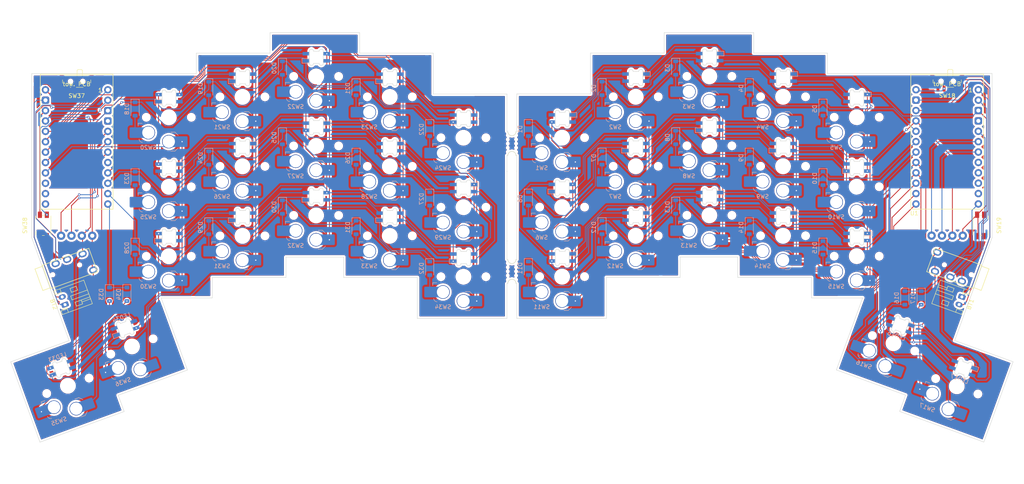
<source format=kicad_pcb>
(kicad_pcb (version 20240108) (generator "pcbnew") (generator_version "8.0")
  (layers (0 "F.Cu" signal) (31 "B.Cu" signal) (34 "B.Paste" user) (35 "F.Paste" user) (36 "B.SilkS" user "B.Silkscreen") (37 "F.SilkS" user "F.Silkscreen") (38 "B.Mask" user) (39 "F.Mask" user) (44 "Edge.Cuts" user))
  (net 0 "")
  (net 1 "BATL-")
  (net 2 "Net-(BT1-+)")
  (net 3 "Net-(D1-A)")
  (net 4 "Net-(BT2-+)")
  (net 5 "Net-(D2-A)")
  (net 6 "Net-(D3-A)")
  (net 7 "Net-(D4-A)")
  (net 8 "Net-(D5-A)")
  (net 9 "BATR-")
  (net 10 "Net-(D6-A)")
  (net 11 "Net-(D7-A)")
  (net 12 "Net-(D8-A)")
  (net 13 "Net-(D9-A)")
  (net 14 "Net-(D10-A)")
  (net 15 "Net-(D11-A)")
  (net 16 "RowL0")
  (net 17 "Net-(D12-A)")
  (net 18 "Net-(D13-A)")
  (net 19 "Net-(D14-A)")
  (net 20 "Net-(D15-A)")
  (net 21 "Net-(D16-A)")
  (net 22 "RowL1")
  (net 23 "Net-(D17-A)")
  (net 24 "RowL2")
  (net 25 "RowL3")
  (net 26 "RowR0")
  (net 27 "Net-(D18-A)")
  (net 28 "RowR1")
  (net 29 "Net-(D19-A)")
  (net 30 "Net-(D20-A)")
  (net 31 "RowR2")
  (net 32 "Net-(D21-A)")
  (net 33 "Net-(D22-A)")
  (net 34 "Net-(D23-A)")
  (net 36 "Net-(LED1-DIN)")
  (net 37 "Net-(LED2-DIN)")
  (net 38 "Net-(LED3-DIN)")
  (net 39 "Net-(LED4-DIN)")
  (net 40 "Net-(LED10-DOUT)")
  (net 41 "Net-(LED11-DOUT)")
  (net 42 "Net-(D24-A)")
  (net 43 "Net-(D25-A)")
  (net 44 "Net-(D26-A)")
  (net 45 "Net-(LED10-DIN)")
  (net 46 "Net-(LED11-DIN)")
  (net 47 "Net-(LED12-DIN)")
  (net 48 "Net-(LED13-DIN)")
  (net 49 "Net-(D27-A)")
  (net 50 "Net-(LED15-DIN)")
  (net 51 "Net-(D28-A)")
  (net 52 "Net-(D29-A)")
  (net 53 "RowR3")
  (net 54 "Net-(LED16-DIN)")
  (net 57 "Net-(D30-A)")
  (net 58 "Net-(D31-A)")
  (net 60 "Net-(D32-A)")
  (net 61 "Net-(D33-A)")
  (net 62 "Net-(D34-A)")
  (net 63 "VCCL")
  (net 64 "GNDL")
  (net 65 "LEDL")
  (net 66 "GNDR")
  (net 67 "VCCR")
  (net 68 "Net-(LED18-DIN)")
  (net 69 "Net-(LED23-DIN)")
  (net 70 "LEDR")
  (net 71 "SDAL")
  (net 72 "SCLL")
  (net 73 "SDAR")
  (net 74 "SCLR")
  (net 75 "ColumnL0")
  (net 76 "ColumnL1")
  (net 77 "ColumnL2")
  (net 78 "ColumnL3")
  (net 79 "ColumnL4")
  (net 81 "BATL+")
  (net 82 "ResetL")
  (net 83 "ColumnR0")
  (net 84 "ColumnR1")
  (net 85 "ColumnR2")
  (net 86 "ColumnR3")
  (net 87 "ColumnR4")
  (net 88 "BATR+")
  (net 90 "ResetR")
  (net 92 "RXL")
  (net 94 "TXL")
  (net 97 "TXR")
  (net 98 "RXR")
  (net 101 "Net-(LED6-DOUT)")
  (net 102 "Net-(LED7-DOUT)")
  (net 103 "Net-(LED14-DIN)")
  (net 104 "Net-(LED8-DOUT)")
  (net 105 "Net-(LED28-DIN)")
  (net 106 "Net-(LED19-DOUT)")
  (net 107 "Net-(LED20-DOUT)")
  (net 108 "Net-(LED18-DOUT)")
  (net 109 "Net-(LED21-DOUT)")
  (net 111 "Net-(LED28-DOUT)")
  (net 112 "Net-(LED29-DOUT)")
  (net 113 "Net-(LED30-DOUT)")
  (net 114 "Net-(LED31-DOUT)")
  (net 115 "Net-(LED33-DOUT)")
  (net 117 "Net-(LED24-DIN)")
  (net 118 "Net-(LED25-DIN)")
  (net 119 "Net-(LED26-DIN)")
  (net 120 "Net-(LED27-DIN)")
  (footprint "Janitor:SW_Choc_Hotswap" (layer "F.Cu") (at 91.906034 102.9825)
    (property "Reference" "SW31")
    (property "Value" "SW_Push")
  )
  (footprint "Janitor:SW_Choc_Hotswap" (layer "F.Cu") (at 64.911034 130.048552 20)
    (property "Reference" "SW36")
    (property "Value" "SW_Push")
  )
  (footprint "Janitor:SW_Choc_Hotswap" (layer "F.Cu") (at 188.010443 102.962393)
    (property "Reference" "SW12")
    (property "Value" "SW_Push")
  )
  (footprint "Janitor:SW_Choc_Hotswap" (layer "F.Cu") (at 251.010443 129.262393 -20)
    (property "Reference" "SW16")
    (property "Value" "SW_Push")
  )
  (footprint "Janitor:SW_Choc_Hotswap" (layer "F.Cu") (at 266.460356 139.787393 -20)
    (property "Reference" "SW17")
    (property "Value" "SW_Push")
  )
  (footprint "Janitor:SW_Choc_Hotswap" (layer "F.Cu") (at 206.010443 97.962393)
    (property "Reference" "SW13")
    (property "Value" "SW_Push")
  )
  (footprint "Janitor:CONN_Battery_JST" (layer "F.Cu") (at 48.545074 119.810142 110)
    (property "Reference" "BT2")
    (property "Value" "Battery_Cell")
  )
  (footprint "Janitor:Panasonic_EVQPUL_EVQPUC" (layer "F.Cu") (at 272.284385 100.43354 -90)
    (property "Reference" "SW19")
    (property "Value" "SW_Push")
  )
  (footprint "Janitor:SuperMini_nRF52840" (layer "F.Cu") (at 51.386095 81.232393)
    (property "Reference" "U2" (hide yes))
    (property "Value" "ProMicro" (hide yes))
  )
  (footprint "Janitor:SW_Choc_Hotswap" (layer "F.Cu") (at 224.010443 68.962393)
    (property "Reference" "SW4")
    (property "Value" "SW_Push")
  )
  (footprint "Janitor:SW_Choc_Hotswap" (layer "F.Cu") (at 127.906034 68.9825)
    (property "Reference" "SW23")
    (property "Value" "SW_Push")
  )
  (footprint "Janitor:SW_Choc_Hotswap" (layer "F.Cu") (at 73.906034 73.9825)
    (property "Reference" "SW20")
    (property "Value" "SW_Push")
  )
  (footprint "Janitor:SW_Choc_Hotswap" (layer "F.Cu") (at 206.010443 63.962393)
    (property "Reference" "SW3")
    (property "Value" "SW_Push")
  )
  (footprint "Janitor:SW_Choc_Hotswap" (layer "F.Cu") (at 109.906034 63.9825)
    (property "Reference" "SW22")
    (property "Value" "SW_Push")
  )
  (footprint "Janitor:SW_SPDT_PCM12" (layer "F.Cu") (at 51.386095 65.532393 180)
    (property "Reference" "SW37")
    (property "Value" "SW_SPDT")
  )
  (footprint "Janitor:SW_Choc_Hotswap" (layer "F.Cu") (at 206.010443 80.962393)
    (property "Reference" "SW8")
    (property "Value" "SW_Push")
  )
  (footprint "Janitor:SW_Choc_Hotswap" (layer "F.Cu") (at 109.906034 80.9825)
    (property "Reference" "SW27")
    (property "Value" "SW_Push")
  )
  (footprint "Janitor:OLED_SSD1306_128x32" (layer "F.Cu") (at 51.386095 104.452393)
    (property "Reference" "O2" (hide yes))
    (property "Value" "Conn_01x04")
  )
  (footprint "Janitor:mouse-bite" (layer "F.Cu") (at 157.751095 80.412393)
    (property "Reference" "REF**" (hide yes))
    (property "Value" "VAL**" (hide yes))
  )
  (footprint "Janitor:SW_Choc_Hotswap" (layer "F.Cu") (at 127.906034 85.9825)
    (property "Reference" "SW28")
    (property "Value" "SW_Push")
  )
  (footprint "Janitor:SW_SPDT_PCM12" (layer "F.Cu") (at 264.115565 65.512286 180)
    (property "Reference" "SW18")
    (property "Value" "SW_SPDT")
  )
  (footprint "Janitor:SW_Choc_Hotswap" (layer "F.Cu") (at 91.906034 68.9825)
    (property "Reference" "SW21")
    (property "Value" "SW_Push")
  )
  (footprint "Janitor:SW_Choc_Hotswap" (layer "F.Cu") (at 91.906034 85.9825)
    (property "Reference" "SW26")
    (property "Value" "SW_Push")
  )
  (footprint "Janitor:SW_Choc_Hotswap" (layer "F.Cu") (at 109.906034 97.9825)
    (property "Reference" "SW32")
    (property "Value" "SW_Push")
  )
  (footprint "Janitor:SW_Choc_Hotswap" (layer "F.Cu") (at 188.010443 85.962393)
    (property "Reference" "SW7")
    (property "Value" "SW_Push")
  )
  (footprint "Janitor:Panasonic_EVQPUL_EVQPUC" (layer "F.Cu") (at 43.246095 100.452393 90)
    (property "Reference" "SW38")
    (property "Value" "SW_Push")
  )
  (footprint "Janitor:SW_Choc_Hotswap" (layer "F.Cu") (at 73.906034 90.9825)
    (property "Reference" "SW25")
    (property "Value" "SW_Push")
  )
  (footprint "Janitor:mouse-bite" (layer "F.Cu") (at 157.751095 111.680393)
    (property "Reference" "REF**" (hide yes))
    (property "Value" "VAL**" (hide yes))
  )
  (footprint "Janitor:SW_Choc_Hotswap" (layer "F.Cu") (at 145.906034 95.9825)
    (property "Reference" "SW29")
    (property "Value" "SW_Push")
  )
  (footprint "Janitor:SW_Choc_Hotswap" (layer "F.Cu") (at 145.906034 112.9825)
    (property "Reference" "SW34")
    (property "Value" "SW_Push")
  )
  (footprint "Janitor:SW_Choc_Hotswap" (layer "F.Cu") (at 170.010443 78.962393)
    (property "Reference" "SW1")
    (property "Value" "SW_Push")
  )
  (footprint "Janitor:SW_Choc_Hotswap" (layer "F.Cu") (at 242.010443 107.962393)
    (property "Reference" "SW15")
    (property "Value" "SW_Push")
  )
  (footprint "Janitor:SuperMini_nRF52840" (layer "F.Cu") (at 264.115565 81.212286)
    (property "Reference" "U1")
    (property "Value" "ProMicro")
  )
  (footprint "Janitor:SW_Choc_Hotswap" (layer "F.Cu") (at 127.906034 102.9825)
    (property "Reference" "SW33")
    (property "Value" "SW_Push")
  )
  (footprint "Janitor:CONN_Battery_JST" (layer "F.Cu") (at 267.70971 117.91065 -110)
    (property "Reference" "BT1")
    (property "Value" "Battery_Cell")
  )
  (footprint "Janitor:SW_Choc_Hotswap" (layer "F.Cu") (at 170.010443 95.962393)
    (property "Reference" "SW6")
    (property "Value" "SW_Push")
  )
  (footprint "Janitor:SW_Choc_Hotswap" (layer "F.Cu") (at 242.010443 73.962393)
    (property "Reference" "SW5")
    (property "Value" "SW_Push")
  )
  (footprint "Janitor:SW_Choc_Hotswap" (layer "F.Cu") (at 242.010443 90.962393)
    (property "Reference" "SW10")
    (property "Value" "SW_Push")
  )
  (footprint "Janitor:SW_Choc_Hotswap" (layer "F.Cu") (at 224.010443 85.962393)
    (property "Reference" "SW9")
    (property "Value" "SW_Push")
  )
  (footprint "Janitor:TRRS-PJ-320A" (layer "F.Cu") (at 44.040664 113.038257 110)
    (property "Reference" "J2")
    (property "Value" "AudioJack4")
  )
  (footprint "Janitor:TRRS-PJ-320A" (layer "F.Cu") (at 271.515443 113.012393 -110)
    (property "Reference" "J1")
    (property "Value" "AudioJack4")
  )
  (footprint "Janitor:SW_Choc_Hotswap" (layer "F.Cu") (at 188.010443 68.962393)
    (property "Reference" "SW2")
    (property "Value" "SW_Push")
  )
  (footprint "Janitor:OLED_SSD1306_128x32" (layer "F.Cu") (at 264.115565 104.432286)
    (property "Reference" "O1" (hide yes))
    (property "Value" "Conn_01x04")
  )
  (footprint "Janitor:SW_Choc_Hotswap" (layer "F.Cu") (at 170.010443 112.962393)
    (property "Reference" "SW11")
    (property "Value" "SW_Push")
  )
  (footprint "Janitor:SW_Choc_Hotswap" (layer "F.Cu") (at 73.906034 107.9825)
    (property "Reference" "SW30")
    (property "Value" "SW_Push")
  )
  (footprint "Janitor:SW_Choc_Hotswap" (layer "F.Cu") (at 224.010443 102.962393)
    (property "Reference" "SW14")
    (property "Value" "SW_Push")
  )
  (footprint "Janitor:SW_Choc_Hotswap" (layer "F.Cu") (at 145.906034 78.9825)
    (property "Reference" "SW24")
    (property "Value" "SW_Push")
  )
  (footprint "Janitor:SW_Choc_Hotswap" (layer "F.Cu") (at 49.242725 139.663611 20)
    (property "Reference" "SW35")
    (property "Value" "SW_Push")
  )
  (footprint "Janitor:LED_SK6812-Mini-E" (layer "B.Cu") (at 145.956034 108.2975 180)
    (property "Reference" "LED32" (hide yes))
    (property "Value" "SK6812MINI-E" (hide yes))
    (fp_line (start 1.7 -1.5) (end 1.7 1.5) (stroke (width 0.1)) (layer "Edge.Cuts"))
    (fp_line (start 0.7 1.5) (end -0.7 1.5) (stroke (width 0.1)) (layer "Edge.Cuts"))
    (fp_line (start 0.7 -1.5) (end -0.7 -1.5) (stroke (width 0.1)) (layer "Edge.Cuts"))
    (fp_line (start -1.7 1.5) (end -1.7 -1.5) (stroke (width 0.1)) (layer "Edge.Cuts"))
    (fp_arc (start 1.7 1.5) (mid 1.2 2) (end 0.7 1.5) (stroke (width 0.1)) (layer "Edge.Cuts"))
    (fp_arc (start 0.7 -1.5) (mid 1.2 -2) (end 1.7 -1.5) (stroke (width 0.1)) (layer "Edge.Cuts"))
    (fp_arc (start -0.7 1.5) (mid -1.2 2) (end -1.7 1.5) (stroke (width 0.1)) (layer "Edge.Cuts"))
    (fp_arc (start -1.7 -1.5) (mid -1.2 -2) (end -0.7 -1.5) (stroke (width 0.1)) (layer "Edge.Cuts"))
  )
  (footprint "Janitor:LED_SK6812-Mini-E" (layer "B.Cu") (at 73.956034 103.2975 180)
    (property "Reference" "LED28" (hide yes))
    (property "Value" "SK6812MINI-E" (hide yes))
    (fp_line (start 1.7 -1.5) (end 1.7 1.5) (stroke (width 0.1)) (layer "Edge.Cuts"))
    (fp_line (start 0.7 1.5) (end -0.7 1.5) (stroke (width 0.1)) (layer "Edge.Cuts"))
    (fp_line (start 0.7 -1.5) (end -0.7 -1.5) (stroke (width 0.1)) (layer "Edge.Cuts"))
    (fp_line (start -1.7 1.5) (end -1.7 -1.5) (stroke (width 0.1)) (layer "Edge.Cuts"))
    (fp_arc (start 1.7 1.5) (mid 1.2 2) (end 0.7 1.5) (stroke (width 0.1)) (layer "Edge.Cuts"))
    (fp_arc (start 0.7 -1.5) (mid 1.2 -2) (end 1.7 -1.5) (stroke (width 0.1)) (layer "Edge.Cuts"))
    (fp_arc (start -0.7 1.5) (mid -1.2 2) (end -1.7 1.5) (stroke (width 0.1)) (layer "Edge.Cuts"))
    (fp_arc (start -1.7 -1.5) (mid -1.2 -2) (end -0.7 -1.5) (stroke (width 0.1)) (layer "Edge.Cuts"))
  )
  (footprint "Janitor:D_SOD-123" (layer "B.Cu") (at 83.661034 66.9325 -90)
    (property "Reference" "D19")
    (property "Value" "D")
  )
  (footprint "Janitor:D_SOD-123" (layer "B.Cu") (at 83.661034 100.9325 -90)
    (property "Reference" "D29")
    (property "Value" "D")
  )
  (footprint "Janitor:D_SOD-123" (layer "B.Cu") (at 253.765443 118.162393 -90)
    (property "Reference" "D16")
    (property "Value" "D")
  )
  (footprint "Janitor:D_SOD-123" (layer "B.Cu") (at 101.661034 95.9325 -90)
    (property "Reference" "D30")
    (property "Value" "D")
  )
  (footprint "Janitor:D_SOD-123" (layer "B.Cu") (at 101.661034 78.9325 -90)
    (property "Reference" "D25")
    (property "Value" "D")
  )
  (footprint "Janitor:D_SOD-123" (layer "B.Cu") (at 137.661034 110.9325 -90)
    (property "Reference" "D32")
    (property "Value" "D")
  )
  (footprint "Janitor:D_SOD-123" (layer "B.Cu") (at 179.765443 100.912393 -90)
    (property "Reference" "D12")
    (property "Value" "D")
  )
  (footprint "Janitor:D_SOD-123" (layer "B.Cu") (at 215.765443 100.912393 -90)
    (property "Reference" "D14")
    (property "Value" "D")
  )
  (footprint "Janitor:LED_SK6812-Mini-E" (layer "B.Cu") (at 63.257983 125.588118 -160)
    (property "Reference" "LED34")
    (property "Value" "SK6812MINI-E" (hide yes))
    (fp_line (start 0.7 1.5) (end -0.699999 1.5) (stroke (width 0.1)) (layer "Edge.Cuts"))
    (fp_line (start 1.7 -1.500001) (end 1.699999 1.5) (stroke (width 0.1)) (layer "Edge.Cuts"))
    (fp_line (start 0.699999 -1.5) (end -0.7 -1.5) (stroke (width 0.1)) (layer "Edge.Cuts"))
    (fp_line (start -1.7 1.500001) (end -1.699999 -1.5) (stroke (width 0.1)) (layer "Edge.Cuts"))
    (fp_arc (start 1.699999 1.5) (mid 1.200001 2) (end 0.7 1.5) (stroke (width 0.1)) (layer "Edge.Cuts"))
    (fp_arc (start 0.699999 -1.5) (mid 1.199999 -2.000001) (end 1.7 -1.500001) (stroke (width 0.1)) (layer "Edge.Cuts"))
    (fp_arc (start -0.699999 1.5) (mid -1.2 1.999999) (end -1.7 1.500001) (stroke (width 0.1)) (layer "Edge.Cuts"))
    (fp_arc (start -1.699999 -1.5) (mid -1.200001 -2) (end -0.7 -1.5) (stroke (width 0.1)) (layer "Edge.Cuts"))
  )
  (footprint "Janitor:D_SOD-123" (layer "B.Cu") (at 233.765443 105.912393 -90)
    (property "Reference" "D15")
    (property "Value" "D")
  )
  (footprint "Janitor:D_SOD-123" (layer "B.Cu") (at 233.765443 88.912393 -90)
    (property "Reference" "D10")
    (property "Value" "D")
  )
  (footprint "Janitor:D_SOD-123" (layer "B.Cu") (at 65.661034 71.9325 -90)
    (property "Reference" "D18")
    (property "Value" "D")
  )
  (footprint "Janitor:LED_SK6812-Mini-E" (layer "B.Cu") (at 188.060443 81.262393 180)
    (property "Reference" "LED7" (hide yes))
    (property "Value" "SK6812MINI-E" (hide yes))
    (fp_line (start 1.7 -1.5) (end 1.7 1.5) (stroke (width 0.1)) (layer "Edge.Cuts"))
    (fp_line (start 0.7 1.5) (end -0.7 1.5) (stroke (width 0.1)) (layer "Edge.Cuts"))
    (fp_line (start 0.7 -1.5) (end -0.7 -1.5) (stroke (width 0.1)) (layer "Edge.Cuts"))
    (fp_line (start -1.7 1.5) (end -1.7 -1.5) (stroke (width 0.1)) (layer "Edge.Cuts"))
    (fp_arc (start 1.7 1.5) (mid 1.2 2) (end 0.7 1.5) (stroke (width 0.1)) (layer "Edge.Cuts"))
    (fp_arc (start 0.7 -1.5) (mid 1.2 -2) (end 1.7 -1.5) (stroke (width 0.1)) (layer "Edge.Cuts"))
    (fp_arc (start -0.7 1.5) (mid -1.2 2) (end -1.7 1.5) (stroke (width 0.1)) (layer "Edge.Cuts"))
    (fp_arc (start -1.7 -1.5) (mid -1.2 -2) (end -0.7 -1.5) (stroke (width 0.1)) (layer "Edge.Cuts"))
  )
  (footprint "Janitor:LED_SK6812-Mini-E" (layer "B.Cu") (at 73.956034 69.2975 180)
    (property "Reference" "LED18" (hide yes))
    (property "Value" "SK6812MINI-E" (hide yes))
    (fp_line (start 1.7 -1.5) (end 1.7 1.5) (stroke (width 0.1)) (layer "Edge.Cuts"))
    (fp_line (start 0.7 1.5) (end -0.7 1.5) (stroke (width 0.1)) (layer "Edge.Cuts"))
    (fp_line (start 0.7 -1.5) (end -0.7 -1.5) (stroke (width 0.1)) (layer "Edge.Cuts"))
    (fp_line (start -1.7 1.5) (end -1.7 -1.5) (stroke (width 0.1)) (layer "Edge.Cuts"))
    (fp_arc (start 1.7 1.5) (mid 1.2 2) (end 0.7 1.5) (stroke (width 0.1)) (layer "Edge.Cuts"))
    (fp_arc (start 0.7 -1.5) (mid 1.2 -2) (end 1.7 -1.5) (stroke (width 0.1)) (layer "Edge.Cuts"))
    (fp_arc (start -0.7 1.5) (mid -1.2 2) (end -1.7 1.5) (stroke (width 0.1)) (layer "Edge.Cuts"))
    (fp_arc (start -1.7 -1.5) (mid -1.2 -2) (end -0.7 -1.5) (stroke (width 0.1)) (layer "Edge.Cuts"))
  )
  (footprint "Janitor:LED_SK6812-Mini-E" (layer "B.Cu") (at 206.060443 76.262393 180)
    (property "Reference" "LED8" (hide yes))
    (property "Value" "SK6812MINI-E" (hide yes))
    (fp_line (start 1.7 -1.5) (end 1.7 1.5) (stroke (width 0.1)) (layer "Edge.Cuts"))
    (fp_line (start 0.7 1.5) (end -0.7 1.5) (stroke (width 0.1)) (layer "Edge.Cuts"))
    (fp_line (start 0.7 -1.5) (end -0.7 -1.5) (stroke (width 0.1)) (layer "Edge.Cuts"))
    (fp_line (start -1.7 1.5) (end -1.7 -1.5) (stroke (width 0.1)) (layer "Edge.Cuts"))
    (fp_arc (start 1.7 1.5) (mid 1.2 2) (end 0.7 1.5) (stroke (width 0.1)) (layer "Edge.Cuts"))
    (fp_arc (start 0.7 -1.5) (mid 1.2 -2) (end 1.7 -1.5) (stroke (width 0.1)) (layer "Edge.Cuts"))
    (fp_arc (start -0.7 1.5) (mid -1.2 2) (end -1.7 1.5) (stroke (width 0.1)) (layer "Edge.Cuts"))
    (fp_arc (start -1.7 -1.5) (mid -1.2 -2) (end -0.7 -1.5) (stroke (width 0.1)) (layer "Edge.Cuts"))
  )
  (footprint "Janitor:D_SOD-123" (layer "B.Cu") (at 119.661034 83.9325 -90)
    (property "Reference" "D26")
    (property "Value" "D")
  )
  (footprint "Janitor:LED_SK6812-Mini-E" (layer "B.Cu") (at 109.956034 76.2975)
    (property "Reference" "LED25" (hide yes))
    (property "Value" "SK6812MINI-E" (hide yes))
    (fp_line (start -1.7 1.5) (end -1.7 -1.5) (stroke (width 0.1)) (layer "Edge.Cuts"))
    (fp_line (start 0.7 -1.5) (end -0.7 -1.5) (stroke (width 0.1)) (layer "Edge.Cuts"))
    (fp_line (start 0.7 1.5) (end -0.7 1.5) (stroke (width 0.1)) (layer "Edge.Cuts"))
    (fp_line (start 1.7 -1.5) (end 1.7 1.5) (stroke (width 0.1)) (layer "Edge.Cuts"))
    (fp_arc (start -1.7 -1.5) (mid -1.2 -2) (end -0.7 -1.5) (stroke (width 0.1)) (layer "Edge.Cuts"))
    (fp_arc (start -0.7 1.5) (mid -1.2 2) (end -1.7 1.5) (stroke (width 0.1)) (layer "Edge.Cuts"))
    (fp_arc (start 0.7 -1.5) (mid 1.2 -2) (end 1.7 -1.5) (stroke (width 0.1)) (layer "Edge.Cuts"))
    (fp_arc (start 1.7 1.5) (mid 1.2 2) (end 0.7 1.5) (stroke (width 0.1)) (layer "Edge.Cuts"))
  )
  (footprint "Janitor:D_SOD-123" (layer "B.Cu") (at 179.765443 83.912393 -90)
    (property "Reference" "D7")
    (property "Value" "D")
  )
  (footprint "Janitor:LED_SK6812-Mini-E" (layer "B.Cu") (at 91.956034 98.2975 180)
    (property "Reference" "LED29" (hide yes))
    (property "Value" "SK6812MINI-E" (hide yes))
    (fp_line (start 1.7 -1.5) (end 1.7 1.5) (stroke (width 0.1)) (layer "Edge.Cuts"))
    (fp_line (start 0.7 1.5) (end -0.7 1.5) (stroke (width 0.1)) (layer "Edge.Cuts"))
    (fp_line (start 0.7 -1.5) (end -0.7 -1.5) (stroke (width 0.1)) (layer "Edge.Cuts"))
    (fp_line (start -1.7 1.5) (end -1.7 -1.5) (stroke (width 0.1)) (layer "Edge.Cuts"))
    (fp_arc (start 1.7 1.5) (mid 1.2 2) (end 0.7 1.5) (stroke (width 0.1)) (layer "Edge.Cuts"))
    (fp_arc (start 0.7 -1.5) (mid 1.2 -2) (end 1.7 -1.5) (stroke (width 0.1)) (layer "Edge.Cuts"))
    (fp_arc (start -0.7 1.5) (mid -1.2 2) (end -1.7 1.5) (stroke (width 0.1)) (layer "Edge.Cuts"))
    (fp_arc (start -1.7 -1.5) (mid -1.2 -2) (end -0.7 -1.5) (stroke (width 0.1)) (layer "Edge.Cuts"))
  )
  (footprint "Janitor:LED_SK6812-Mini-E" (layer "B.Cu") (at 242.060443 69.262393)
    (property "Reference" "LED5" (hide yes))
    (property "Value" "SK6812MINI-E" (hide yes))
    (fp_line (start -1.7 1.5) (end -1.7 -1.5) (stroke (width 0.1)) (layer "Edge.Cuts"))
    (fp_line (start 0.7 -1.5) (end -0.7 -1.5) (stroke (width 0.1)) (layer "Edge.Cuts"))
    (fp_line (start 0.7 1.5) (end -0.7 1.5) (stroke (width 0.1)) (layer "Edge.Cuts"))
    (fp_line (start 1.7 -1.5) (end 1.7 1.5) (stroke (width 0.1)) (layer "Edge.Cuts"))
    (fp_arc (start -1.7 -1.5) (mid -1.2 -2) (end -0.7 -1.5) (stroke (width 0.1)) (layer "Edge.Cuts"))
    (fp_arc (start -0.7 1.5) (mid -1.2 2) (end -1.7 1.5) (stroke (width 0.1)) (layer "Edge.Cuts"))
    (fp_arc (start 0.7 -1.5) (mid 1.2 -2) (end 1.7 -1.5) (stroke (width 0.1)) (layer "Edge.Cuts"))
    (fp_arc (start 1.7 1.5) (mid 1.2 2) (end 0.7 1.5) (stroke (width 0.1)) (layer "Edge.Cuts"))
  )
  (footprint "Janitor:D_SOD-123" (layer "B.Cu") (at 137.661034 93.9325 -90)
    (property "Reference" "D27")
    (property "Value" "D")
  )
  (footprint "Janitor:LED_SK6812-Mini-E" (layer "B.Cu") (at 145.956034 74.2975 180)
    (property "Reference" "LED22" (hide yes))
    (property "Value" "SK6812MINI-E" (hide yes))
    (fp_line (start 1.7 -1.5) (end 1.7 1.5) (stroke (width 0.1)) (layer "Edge.Cuts"))
    (fp_line (start 0.7 1.5) (end -0.7 1.5) (stroke (width 0.1)) (layer "Edge.Cuts"))
    (fp_line (start 0.7 -1.5) (end -0.7 -1.5) (stroke (width 0.1)) (layer "Edge.Cuts"))
    (fp_line (start -1.7 1.5) (end -1.7 -1.5) (stroke (width 0.1)) (layer "Edge.Cuts"))
    (fp_arc (start 1.7 1.5) (mid 1.2 2) (end 0.7 1.5) (stroke (width 0.1)) (layer "Edge.Cuts"))
    (fp_arc (start 0.7 -1.5) (mid 1.2 -2) (end 1.7 -1.5) (stroke (width 0.1)) (layer "Edge.Cuts"))
    (fp_arc (start -0.7 1.5) (mid -1.2 2) (end -1.7 1.5) (stroke (width 0.1)) (layer "Edge.Cuts"))
    (fp_arc (start -1.7 -1.5) (mid -1.2 -2) (end -0.7 -1.5) (stroke (width 0.1)) (layer "Edge.Cuts"))
  )
  (footprint "Janitor:LED_SK6812-Mini-E" (layer "B.Cu") (at 127.956034 64.2975 180)
    (property "Reference" "LED21" (hide yes))
    (property "Value" "SK6812MINI-E" (hide yes))
    (fp_line (start 1.7 -1.5) (end 1.7 1.5) (stroke (width 0.1)) (layer "Edge.Cuts"))
    (fp_line (start 0.7 1.5) (end -0.7 1.5) (stroke (width 0.1)) (layer "Edge.Cuts"))
    (fp_line (start 0.7 -1.5) (end -0.7 -1.5) (stroke (width 0.1)) (layer "Edge.Cuts"))
    (fp_line (start -1.7 1.5) (end -1.7 -1.5) (stroke (width 0.1)) (layer "Edge.Cuts"))
    (fp_arc (start 1.7 1.5) (mid 1.2 2) (end 0.7 1.5) (stroke (width 0.1)) (layer "Edge.Cuts"))
    (fp_arc (start 0.7 -1.5) (mid 1.2 -2) (end 1.7 -1.5) (stroke (width 0.1)) (layer "Edge.Cuts"))
    (fp_arc (start -0.7 1.5) (mid -1.2 2) (end -1.7 1.5) (stroke (width 0.1)) (layer "Edge.Cuts"))
    (fp_arc (start -1.7 -1.5) (mid -1.2 -2) (end -0.7 -1.5) (stroke (width 0.1)) (layer "Edge.Cuts"))
  )
  (footprint "Janitor:LED_SK6812-Mini-E" (layer "B.Cu") (at 47.661034 135.2825 -160)
    (property "Reference" "LED33")
    (property "Value" "SK6812MINI-E" (hide yes))
    (fp_line (start 0.7 1.5) (end -0.699999 1.5) (stroke (width 0.1)) (layer "Edge.Cuts"))
    (fp_line (start 1.7 -1.500001) (end 1.699999 1.5) (stroke (width 0.1)) (layer "Edge.Cuts"))
    (fp_line (start 0.699999 -1.5) (end -0.7 -1.5) (stroke (width 0.1)) (layer "Edge.Cuts"))
    (fp_line (start -1.7 1.500001) (end -1.699999 -1.5) (stroke (width 0.1)) (layer "Edge.Cuts"))
    (fp_arc (start 1.699999 1.5) (mid 1.200001 2) (end 0.7 1.5) (stroke (width 0.1)) (layer "Edge.Cuts"))
    (fp_arc (start 0.699999 -1.5) (mid 1.199999 -2.000001) (end 1.7 -1.500001) (stroke (width 0.1)) (layer "Edge.Cuts"))
    (fp_arc (start -0.699999 1.5) (mid -1.2 1.999999) (end -1.7 1.500001) (stroke (width 0.1)) (layer "Edge.Cuts"))
    (fp_arc (start -1.699999 -1.5) (mid -1.200001 -2) (end -0.7 -1.5) (stroke (width 0.1)) (layer "Edge.Cuts"))
  )
  (footprint "Janitor:D_SOD-123" (layer "B.Cu") (at 119.661034 66.9325 -90)
    (property "Reference" "D21")
    (property "Value" "D")
  )
  (footprint "Janitor:D_SOD-123" (layer "B.Cu") (at 197.765443 61.912393 -90)
    (property "Reference" "D3")
    (property "Value" "D")
  )
  (footprint "Janitor:D_SOD-123" (layer "B.Cu") (at 59.411034 117.2825 -90)
    (property "Reference" "D33")
    (property "Value" "D")
  )
  (footprint "Janitor:D_SOD-123" (layer "B.Cu") (at 197.765443 95.912393 -90)
    (property "Reference" "D13")
    (property "Value" "D")
  )
  (footprint "Janitor:LED_SK6812-Mini-E" (layer "B.Cu") (at 188.060443 98.262393)
    (property "Reference" "LED12" (hide yes))
    (property "Value" "SK6812MINI-E" (hide yes))
    (fp_line (start -1.7 1.5) (end -1.7 -1.5) (stroke (width 0.1)) (layer "Edge.Cuts"))
    (fp_line (start 0.7 -1.5) (end -0.7 -1.5) (stroke (width 0.1)) (layer "Edge.Cuts"))
    (fp_line (start 0.7 1.5) (end -0.7 1.5) (stroke (width 0.1)) (layer "Edge.Cuts"))
    (fp_line (start 1.7 -1.5) (end 1.7 1.5) (stroke (width 0.1)) (layer "Edge.Cuts"))
    (fp_arc (start -1.7 -1.5) (mid -1.2 -2) (end -0.7 -1.5) (stroke (width 0.1)) (layer "Edge.Cuts"))
    (fp_arc (start -0.7 1.5) (mid -1.2 2) (end -1.7 1.5) (stroke (width 0.1)) (layer "Edge.Cuts"))
    (fp_arc (start 0.7 -1.5) (mid 1.2 -2) (end 1.7 -1.5) (stroke (width 0.1)) (layer "Edge.Cuts"))
    (fp_arc (start 1.7 1.5) (mid 1.2 2) (end 0.7 1.5) (stroke (width 0.1)) (layer "Edge.Cuts"))
  )
  (footprint "Janitor:LED_SK6812-Mini-E" (layer "B.Cu") (at 242.060443 103.262393)
    (property "Reference" "LED15" (hide yes))
    (property "Value" "SK6812MINI-E" (hide yes))
    (fp_line (start -1.7 1.5) (end -1.7 -1.5) (stroke (width 0.1)) (layer "Edge.Cuts"))
    (fp_line (start 0.7 -1.5) (end -0.7 -1.5) (stroke (width 0.1)) (layer "Edge.Cuts"))
    (fp_line (start 0.7 1.5) (end -0.7 1.5) (stroke (width 0.1)) (layer "Edge.Cuts"))
    (fp_line (start 1.7 -1.5) (end 1.7 1.5) (stroke (width 0.1)) (layer "Edge.Cuts"))
    (fp_arc (start -1.7 -1.5) (mid -1.2 -2) (end -0.7 -1.5) (stroke (width 0.1)) (layer "Edge.Cuts"))
    (fp_arc (start -0.7 1.5) (mid -1.2 2) (end -1.7 1.5) (stroke (width 0.1)) (layer "Edge.Cuts"))
    (fp_arc (start 0.7 -1.5) (mid 1.2 -2) (end 1.7 -1.5) (stroke (width 0.1)) (layer "Edge.Cuts"))
    (fp_arc (start 1.7 1.5) (mid 1.2 2) (end 0.7 1.5) (stroke (width 0.1)) (layer "Edge.Cuts"))
  )
  (footprint "Janitor:LED_SK6812-Mini-E" (layer "B.Cu") (at 170.060443 108.262393)
    (property "Reference" "LED11" (hide yes))
    (property "Value" "SK6812MINI-E" (hide yes))
    (fp_line (start -1.7 1.5) (end -1.7 -1.5) (stroke (width 0.1)) (layer "Edge.Cuts"))
    (fp_line (start 0.7 -1.5) (end -0.7 -1.5) (stroke (width 0.1)) (layer "Edge.Cuts"))
    (fp_line (start 0.7 1.5) (end -0.7 1.5) (stroke (width 0.1)) (layer "Edge.Cuts"))
    (fp_line (start 1.7 -1.5) (end 1.7 1.5) (stroke (width 0.1)) (layer "Edge.Cuts"))
    (fp_arc (start -1.7 -1.5) (mid -1.2 -2) (end -0.7 -1.5) (stroke (width 0.1)) (layer "Edge.Cuts"))
    (fp_arc (start -0.7 1.5) (mid -1.2 2) (end -1.7 1.5) (stroke (width 0.1)) (layer "Edge.Cuts"))
    (fp_arc (start 0.7 -1.5) (mid 1.2 -2) (end 1.7 -1.5) (stroke (width 0.1)) (layer "Edge.Cuts"))
    (fp_arc (start 1.7 1.5) (mid 1.2 2) (end 0.7 1.5) (stroke (width 0.1)) (layer "Edge.Cuts"))
  )
  (footprint "Janitor:D_SOD-123" (layer "B.Cu") (at 257.765443 118.162393 -90)
    (property "Reference" "D17")
    (property "Value" "D")
  )
  (footprint "Janitor:LED_SK6812-Mini-E" (layer "B.Cu") (at 224.060443 64.262393)
    (property "Reference" "LED4" (hide yes))
    (property "Value" "SK6812MINI-E" (hide yes))
    (fp_line (start -1.7 1.5) (end -1.7 -1.5) (stroke (width 0.1)) (layer "Edge.Cuts"))
    (fp_line (start 0.7 -1.5) (end -0.7 -1.5) (stroke (width 0.1)) (layer "Edge.Cuts"))
    (fp_line (start 0.7 1.5) (end -0.7 1.5) (stroke (width 0.1)) (layer "Edge.Cuts"))
    (fp_line (start 1.7 -1.5) (end 1.7 1.5) (stroke (width 0.1)) (layer "Edge.Cuts"))
    (fp_arc (start -1.7 -1.5) (mid -1.2 -2) (end -0.7 -1.5) (stroke (width 0.1)) (layer "Edge.Cuts"))
    (fp_arc (start -0.7 1.5) (mid -1.2 2) (end -1.7 1.5) (stroke (width 0.1)) (layer "Edge.Cuts"))
    (fp_arc (start 0.7 -1.5) (mid 1.2 -2) (end 1.7 -1.5) (stroke (width 0.1)) (layer "Edge.Cuts"))
    (fp_arc (start 1.7 1.5) (mid 1.2 2) (end 0.7 1.5) (stroke (width 0.1)) (layer "Edge.Cuts"))
  )
  (footprint "Janitor:LED_SK6812-Mini-E" (layer "B.Cu") (at 170.060443 91.262393 180)
    (property "Reference" "LED6" (hide yes))
    (property "Value" "SK6812MINI-E" (hide yes))
    (fp_line (start 1.7 -1.5) (end 1.7 1.5) (stroke (width 0.1)) (layer "Edge.Cuts"))
    (fp_line (start 0.7 1.5) (end -0.7 1.5) (stroke (width 0.1)) (layer "Edge.Cuts"))
    (fp_line (start 0.7 -1.5) (end -0.7 -1.5) (stroke (width 0.1)) (layer "Edge.Cuts"))
    (fp_line (start -1.7 1.5) (end -1.7 -1.5) (stroke (width 0.1)) (layer "Edge.Cuts"))
    (fp_arc (start 1.7 1.5) (mid 1.2 2) (end 0.7 1.5) (stroke (width 0.1)) (layer "Edge.Cuts"))
    (fp_arc (start 0.7 -1.5) (mid 1.2 -2) (end 1.7 -1.5) (stroke (width 0.1)) (layer "Edge.Cuts"))
    (fp_arc (start -0.7 1.5) (mid -1.2 2) (end -1.7 1.5) (stroke (width 0.1)) (layer "Edge.Cuts"))
    (fp_arc (start -1.7 -1.5) (mid -1.2 -2) (end -0.7 -1.5) (stroke (width 0.1)) (layer "Edge.Cuts"))
  )
  (footprint "Janitor:D_SOD-123" (layer "B.Cu") (at 161.765443 76.912393 -90)
    (property "Reference" "D1")
    (property "Value" "D")
  )
  (footprint "Janitor:D_SOD-123" (layer "B.Cu") (at 119.661034 100.9325 -90)
    (property "Reference" "D31")
    (property "Value" "D")
  )
  (footprint "Janitor:D_SOD-123" (layer "B.Cu") (at 137.661034 76.9325 -90)
    (property "Reference" "D22")
    (property "Value" "D")
  )
  (footprint "Janitor:D_SOD-123" (layer "B.Cu") (at 83.661034 83.9325 -90)
    (property "Reference" "D24")
    (property "Value" "D")
  )
  (footprint "Janitor:LED_SK6812-Mini-E" (layer "B.Cu") (at 73.956034 86.2975)
    (property "Reference" "LED23" (hide yes))
    (property "Value" "SK6812MINI-E" (hide yes))
    (fp_line (start -1.7 1.5) (end -1.7 -1.5) (stroke (width 0.1)) (layer "Edge.Cuts"))
    (fp_line (start 0.7 -1.5) (end -0.7 -1.5) (stroke (width 0.1)) (layer "Edge.Cuts"))
    (fp_line (start 0.7 1.5) (end -0.7 1.5) (stroke (width 0.1)) (layer "Edge.Cuts"))
    (fp_line (start 1.7 -1.5) (end 1.7 1.5) (stroke (width 0.1)) (layer "Edge.Cuts"))
    (fp_arc (start -1.7 -1.5) (mid -1.2 -2) (end -0.7 -1.5) (stroke (width 0.1)) (layer "Edge.Cuts"))
    (fp_arc (start -0.7 1.5) (mid -1.2 2) (end -1.7 1.5) (stroke (width 0.1)) (layer "Edge.Cuts"))
    (fp_arc (start 0.7 -1.5) (mid 1.2 -2) (end 1.7 -1.5) (stroke (width 0.1)) (layer "Edge.Cuts"))
    (fp_arc (start 1.7 1.5) (mid 1.2 2) (end 0.7 1.5) (stroke (width 0.1)) (layer "Edge.Cuts"))
  )
  (footprint "Janitor:D_SOD-123" (layer "B.Cu") (at 215.765443 66.912393 -90)
    (property "Reference" "D4")
    (property "Value" "D")
  )
  (footprint "Janitor:LED_SK6812-Mini-E" (layer "B.Cu") (at 170.060443 74.262393)
    (property "Reference" "LED1" (hide yes))
    (property "Value" "SK6812MINI-E" (hide yes))
    (fp_line (start -1.7 1.5) (end -1.7 -1.5) (stroke (width 0.1)) (layer "Edge.Cuts"))
    (fp_line (start 0.7 -1.5) (end -0.7 -1.5) (stroke (width 0.1)) (layer "Edge.Cuts"))
    (fp_line (start 0.7 1.5) (end -0.7 1.5) (stroke (width 0.1)) (layer "Edge.Cuts"))
    (fp_line (start 1.7 -1.5) (end 1.7 1.5) (stroke (width 0.1)) (layer "Edge.Cuts"))
    (fp_arc (start -1.7 -1.5) (mid -1.2 -2) (end -0.7 -1.5) (stroke (width 0.1)) (layer "Edge.Cuts"))
    (fp_arc (start -0.7 1.5) (mid -1.2 2) (end -1.7 1.5) (stroke (width 0.1)) (layer "Edge.Cuts"))
    (fp_arc (start 0.7 -1.5) (mid 1.2 -2) (end 1.7 -1.5) (stroke (width 0.1)) (layer "Edge.Cuts"))
    (fp_arc (start 1.7 1.5) (mid 1.2 2) (end 0.7 1.5) (stroke (width 0.1)) (layer "Edge.Cuts"))
  )
  (footprint "Janitor:LED_SK6812-Mini-E" (layer "B.Cu") (at 109.956034 59.2975 180)
    (property "Reference" "LED20" (hide yes))
    (property "Value" "SK6812MINI-E" (hide yes))
    (fp_line (start 1.7 -1.5) (end 1.7 1.5) (stroke (width 0.1)) (layer "Edge.Cuts"))
    (fp_line (start 0.7 1.5) (end -0.7 1.5) (stroke (width 0.1)) (layer "Edge.Cuts"))
    (fp_line (start 0.7 -1.5) (end -0.7 -1.5) (stroke (width 0.1)) (layer "Edge.Cuts"))
    (fp_line (start -1.7 1.5) (end -1.7 -1.5) (stroke (width 0.1)) (layer "Edge.Cuts"))
    (fp_arc (start 1.7 1.5) (mid 1.2 2) (end 0.7 1.5) (stroke (width 0.1)) (layer "Edge.Cuts"))
    (fp_arc (start 0.7 -1.5) (mid 1.2 -2) (end 1.7 -1.5) (stroke (width 0.1)) (layer "Edge.Cuts"))
    (fp_arc (start -0.7 1.5) (mid -1.2 2) (end -1.7 1.5) (stroke (width 0.1)) (layer "Edge.Cuts"))
    (fp_arc (start -1.7 -1.5) (mid -1.2 -2) (end -0.7 -1.5) (stroke (width 0.1)) (layer "Edge.Cuts"))
  )
  (footprint "Janitor:LED_SK6812-Mini-E" (layer "B.Cu") (at 252.660443 124.837393 -20)
    (property "Reference" "LED16")
    (property "Value" "SK6812MINI-E" (hide yes))
    (fp_line (start -1.699999 1.5) (end -1.7 -1.500001) (stroke (width 0.1)) (layer "Edge.Cuts"))
    (fp_line (start 0.699999 1.5) (end -0.7 1.5) (stroke (width 0.1)) (layer "Edge.Cuts"))
    (fp_line (start 0.7 -1.5) (end -0.699999 -1.5) (stroke (width 0.1)) (layer "Edge.Cuts"))
    (fp_line (start 1.699999 -1.5) (end 1.7 1.500001) (stroke (width 0.1)) (layer "Edge.Cuts"))
    (fp_arc (start -0.7 1.5) (mid -1.2 2) (end -1.699999 1.5) (stroke (width 0.1)) (layer "Edge.Cuts"))
    (fp_arc (start -1.7 -1.500001) (mid -1.2 -2.000001) (end -0.699999 -1.5) (stroke (width 0.1)) (layer "Edge.Cuts"))
    (fp_arc (start 1.7 1.500001) (mid 1.2 2) (end 0.699999 1.5) (stroke (width 0.1)) (layer "Edge.Cuts"))
    (fp_arc (start 0.7 -1.5) (mid 1.2 -2) (end 1.699999 -1.5) (stroke (width 0.1)) (layer "Edge.Cuts"))
  )
  (footprint "Janitor:D_SOD-123" (layer "B.Cu") (at 179.765443 66.912393 -90)
    (property "Reference" "D2")
    (property "Value" "D")
  )
  (footprint "Janitor:LED_SK6812-Mini-E" (layer "B.Cu") (at 242.060443 86.262393 180)
    (property "Reference" "LED10" (hide yes))
    (property "Value" "SK6812MINI-E" (hide yes))
    (fp_line (start 1.7 -1.5) (end 1.7 1.5) (stroke (width 0.1)) (layer "Edge.Cuts"))
    (fp_line (start 0.7 1.5) (end -0.7 1.5) (stroke (width 0.1)) (layer "Edge.Cuts"))
    (fp_line (start 0.7 -1.5) (end -0.7 -1.5) (stroke (width 0.1)) (layer "Edge.Cuts"))
    (fp_line (start -1.7 1.5) (end -1.7 -1.5) (stroke (width 0.1)) (layer "Edge.Cuts"))
    (fp_arc (start 1.7 1.5) (mid 1.2 2) (end 0.7 1.5) (stroke (width 0.1)) (layer "Edge.Cuts"))
    (fp_arc (start 0.7 -1.5) (mid 1.2 -2) (end 1.7 -1.5) (stroke (width 0.1)) (layer "Edge.Cuts"))
    (fp_arc (start -0.7 1.5) (mid -1.2 2) (end -1.7 1.5) (stroke (width 0.1)) (layer "Edge.Cuts"))
    (fp_arc (start -1.7 -1.5) (mid -1.2 -2) (end -0.7 -1.5) (stroke (width 0.1)) (layer "Edge.Cuts"))
  )
  (footprint "Janitor:LED_SK6812-Mini-E" (layer "B.Cu") (at 224.060443 81.262393 180)
    (property "Reference" "LED9" (hide yes))
    (property "Value" "SK6812MINI-E" (hide yes))
    (fp_line (start 1.7 -1.5) (end 1.7 1.5) (stroke (width 0.1)) (layer "Edge.Cuts"))
    (fp_line (start 0.7 1.5) (end -0.7 1.5) (stroke (width 0.1)) (layer "Edge.Cuts"))
    (fp_line (start 0.7 -1.5) (end -0.7 -1.5) (stroke (width 0.1)) (layer "Edge.Cuts"))
    (fp_line (start -1.7 1.5) (end -1.7 -1.5) (stroke (width 0.1)) (layer "Edge.Cuts"))
    (fp_arc (start 1.7 1.5) (mid 1.2 2) (end 0.7 1.5) (stroke (width 0.1)) (layer "Edge.Cuts"))
    (fp_arc (start 0.7 -1.5) (mid 1.2 -2) (end 1.7 -1.5) (stroke (width 0.1)) (layer "Edge.Cuts"))
    (fp_arc (start -0.7 1.5) (mid -1.2 2) (end -1.7 1.5) (stroke (width 0.1)) (layer "Edge.Cuts"))
    (fp_arc (start -1.7 -1.5) (mid -1.2 -2) (end -0.7 -1.5) (stroke (width 0.1)) (layer "Edge.Cuts"))
  )
  (footprint "Janitor:D_SOD-123" (layer "B.Cu") (at 101.661034 61.9325 -90)
    (property "Reference" "D20")
    (property "Value" "D")
  )
  (footprint "Janitor:LED_SK6812-Mini-E" (layer "B.Cu") (at 127.956034 81.2975)
    (property "Reference" "LED26" (hide yes))
    (property "Value" "SK6812MINI-E" (hide yes))
    (fp_line (start -1.7 1.5) (end -1.7 -1.5) (stroke (width 0.1)) (layer "Edge.Cuts"))
    (fp_line (start 0.7 -1.5) (end -0.7 -1.5) (stroke (width 0.1)) (layer "Edge.Cuts"))
    (fp_line (start 0.7 1.5) (end -0.7 1.5) (stroke (width 0.1)) (layer "Edge.Cuts"))
    (fp_line (start 1.7 -1.5) (end 1.7 1.5) (stroke (width 0.1)) (layer "Edge.Cuts"))
    (fp_arc (start -1.7 -1.5) (mid -1.2 -2) (end -0.7 -1.5) (stroke (width 0.1)) (layer "Edge.Cuts"))
    (fp_arc (start -0.7 1.5) (mid -1.2 2) (end -1.7 1.5) (stroke (width 0.1)) (layer "Edge.Cuts"))
    (fp_arc (start 0.7 -1.5) (mid 1.2 -2) (end 1.7 -1.5) (stroke (width 0.1)) (layer "Edge.Cuts"))
    (fp_arc (start 1.7 1.5) (mid 1.2 2) (end 0.7 1.5) (stroke (width 0.1)) (layer "Edge.Cuts"))
  )
  (footprint "Janitor:D_SOD-123" (layer "B.Cu") (at 215.765443 83.912393 -90)
    (property "Reference" "D9")
    (property "Value" "D")
  )
  (footprint "Janitor:LED_SK6812-Mini-E" (layer "B.Cu") (at 91.956034 81.2975)
    (property "Reference" "LED24" (hide yes))
    (property "Value" "SK6812MINI-E" (hide yes))
    (fp_line (start -1.7 1.5) (end -1.7 -1.5) (stroke (width 0.1)) (layer "Edge.Cuts"))
    (fp_line (start 0.7 -1.5) (end -0.7 -1.5) (stroke (width 0.1)) (layer "Edge.Cuts"))
    (fp_line (start 0.7 1.5) (end -0.7 1.5) (stroke (width 0.1)) (layer "Edge.Cuts"))
    (fp_line (start 1.7 -1.5) (end 1.7 1.5) (stroke (width 0.1)) (layer "Edge.Cuts"))
    (fp_arc (start -1.7 -1.5) (mid -1.2 -2) (end -0.7 -1.5) (stroke (width 0.1)) (layer "Edge.Cuts"))
    (fp_arc (start -0.7 1.5) (mid -1.2 2) (end -1.7 1.5) (stroke (width 0.1)) (layer "Edge.Cuts"))
    (fp_arc (start 0.7 -1.5) (mid 1.2 -2) (end 1.7 -1.5) (stroke (width 0.1)) (layer "Edge.Cuts"))
    (fp_arc (start 1.7 1.5) (mid 1.2 2) (end 0.7 1.5) (stroke (width 0.1)) (layer "Edge.Cuts"))
  )
  (footprint "Janitor:D_SOD-123" (layer "B.Cu") (at 65.661034 105.9325 -90)
    (property "Reference" "D28")
    (property "Value" "D")
  )
  (footprint "Janitor:D_SOD-123" (layer "B.Cu") (at 161.765443 110.912393 -90)
    (property "Reference" "D11")
    (property "Value" "D")
  )
  (footprint "Janitor:D_SOD-123" (layer "B.Cu") (at 63.661034 117.2825 -90)
    (property "Reference" "D34")
    (property "Value" "D")
  )
  (footprint "Janitor:LED_SK6812-Mini-E" (layer "B.Cu") (at 224.060443 98.262393)
    (property "Reference" "LED14" (hide yes))
    (property "Value" "SK6812MINI-E" (hide yes))
    (fp_line (start -1.7 1.5) (end -1.7 -1.5) (stroke (width 0.1)) (layer "Edge.Cuts"))
    (fp_line (start 0.7 -1.5) (end -0.7 -1.5) (stroke (width 0.1)) (layer "Edge.Cuts"))
    (fp_line (start 0.7 1.5) (end -0.7 1.5) (stroke (width 0.1)) (layer "Edge.Cuts"))
    (fp_line (start 1.7 -1.5) (end 1.7 1.5) (stroke (width 0.1)) (layer "Edge.Cuts"))
    (fp_arc (start -1.7 -1.5) (mid -1.2 -2) (end -0.7 -1.5) (stroke (width 0.1)) (layer "Edge.Cuts"))
    (fp_arc (start -0.7 1.5) (mid -1.2 2) (end -1.7 1.5) (stroke (width 0.1)) (layer "Edge.Cuts"))
    (fp_arc (start 0.7 -1.5) (mid 1.2 -2) (end 1.7 -1.5) (stroke (width 0.1)) (layer "Edge.Cuts"))
    (fp_arc (start 1.7 1.5) (mid 1.2 2) (end 0.7 1.5) (stroke (width 0.1)) (layer "Edge.Cuts"))
  )
  (footprint "Janitor:LED_SK6812-Mini-E" (layer "B.Cu") (at 268.085356 135.362393 -20)
    (property "Reference" "LED17")
    (property "Value" "SK6812MINI-E" (hide yes))
    (fp_line (start -1.699999 1.5) (end -1.7 -1.500001) (stroke (width 0.1)) (layer "Edge.Cuts"))
    (fp_line (start 0.699999 1.5) (end -0.7 1.5) (stroke (width 0.1)) (layer "Edge.Cuts"))
    (fp_line (start 0.7 -1.5) (end -0.699999 -1.5) (stroke (width 0.1)) (layer "Edge.Cuts"))
    (fp_line (start 1.699999 -1.5) (end 1.7 1.500001) (stroke (width 0.1)) (layer "Edge.Cuts"))
    (fp_arc (start -0.7 1.5) (mid -1.2 2) (end -1.699999 1.5) (stroke (width 0.1)) (layer "Edge.Cuts"))
    (fp_arc (start -1.7 -1.500001) (mid -1.2 -2.000001) (end -0.699999 -1.5) (stroke (width 0.1)) (layer "Edge.Cuts"))
    (fp_arc (start 1.7 1.500001) (mid 1.2 2) (end 0.699999 1.5) (stroke (width 0.1)) (layer "Edge.Cuts"))
    (fp_arc (start 0.7 -1.5) (mid 1.2 -2) (end 1.699999 -1.5) (stroke (width 0.1)) (layer "Edge.Cuts"))
  )
  (footprint "Janitor:D_SOD-123" (layer "B.Cu") (at 65.661034 88.9325 -90)
    (property "Reference" "D23")
    (property "Value" "D")
  )
  (footprint "Janitor:LED_SK6812-Mini-E" (layer "B.Cu") (at 109.956034 93.2975 180)
    (property "Reference" "LED30" (hide yes))
    (property "Value" "SK6812MINI-E" (hide yes))
    (fp_line (start 1.7 -1.5) (end 1.7 1.5) (stroke (width 0.1)) (layer "Edge.Cuts"))
    (fp_line (start 0.7 1.5) (end -0.7 1.5) (stroke (width 0.1)) (layer "Edge.Cuts"))
    (fp_line (start 0.7 -1.5) (end -0.7 -1.5) (stroke (width 0.1)) (layer "Edge.Cuts"))
    (fp_line (start -1.7 1.5) (end -1.7 -1.5) (stroke (width 0.1)) (layer "Edge.Cuts"))
    (fp_arc (start 1.7 1.5) (mid 1.2 2) (end 0.7 1.5) (stroke (width 0.1)) (layer "Edge.Cuts"))
    (fp_arc (start 0.7 -1.5) (mid 1.2 -2) (end 1.7 -1.5) (stroke (width 0.1)) (layer "Edge.Cuts"))
    (fp_arc (start -0.7 1.5) (mid -1.2 2) (end -1.7 1.5) (stroke (width 0.1)) (layer "Edge.Cuts"))
    (fp_arc (start -1.7 -1.5) (mid -1.2 -2) (end -0.7 -1.5) (stroke (width 0.1)) (layer "Edge.Cuts"))
  )
  (footprint "Janitor:LED_SK6812-Mini-E" (layer "B.Cu") (at 145.956034 91.2975)
    (property "Reference" "LED27" (hide yes))
    (property "Value" "SK6812MINI-E" (hide yes))
    (fp_line (start -1.7 1.5) (end -1.7 -1.5) (stroke (width 0.1)) (layer "Edge.Cuts"))
    (fp_line (start 0.7 -1.5) (end -0.7 -1.5) (stroke (width 0.1)) (layer "Edge.Cuts"))
    (fp_line (start 0.7 1.5) (end -0.7 1.5) (stroke (width 0.1)) (layer "Edge.Cuts"))
    (fp_line (start 1.7 -1.5) (end 1.7 1.5) (stroke (width 0.1)) (layer "Edge.Cuts"))
    (fp_arc (start -1.7 -1.5) (mid -1.2 -2) (end -0.7 -1.5) (stroke (width 0.1)) (layer "Edge.Cuts"))
    (fp_arc (start -0.7 1.5) (mid -1.2 2) (end -1.7 1.5) (stroke (width 0.1)) (layer "Edge.Cuts"))
    (fp_arc (start 0.7 -1.5) (mid 1.2 -2) (end 1.7 -1.5) (stroke (width 0.1)) (layer "Edge.Cuts"))
    (fp_arc (start 1.7 1.5) (mid 1.2 2) (end 0.7 1.5) (stroke (width 0.1)) (layer "Edge.Cuts"))
  )
  (footprint "Janitor:LED_SK6812-Mini-E" (layer "B.Cu") (at 188.060443 64.262393)
    (property "Reference" "LED2" (hide yes))
    (property "Value" "SK6812MINI-E" (hide yes))
    (fp_line (start -1.7 1.5) (end -1.7 -1.5) (stroke (width 0.1)) (layer "Edge.Cuts"))
    (fp_line (start 0.7 -1.5) (end -0.7 -1.5) (stroke (width 0.1)) (layer "Edge.Cuts"))
    (fp_line (start 0.7 1.5) (end -0.7 1.5) (stroke (width 0.1)) (layer "Edge.Cuts"))
    (fp_line (start 1.7 -1.5) (end 1.7 1.5) (stroke (width 0.1)) (layer "Edge.Cuts"))
    (fp_arc (start -1.7 -1.5) (mid -1.2 -2) (end -0.7 -1.5) (stroke (width 0.1)) (layer "Edge.Cuts"))
    (fp_arc (start -0.7 1.5) (mid -1.2 2) (end -1.7 1.5) (stroke (width 0.1)) (layer "Edge.Cuts"))
    (fp_arc (start 0.7 -1.5) (mid 1.2 -2) (end 1.7 -1.5) (stroke (width 0.1)) (layer "Edge.Cuts"))
    (fp_arc (start 1.7 1.5) (mid 1.2 2) (end 0.7 1.5) (stroke (width 0.1)) (layer "Edge.Cuts"))
  )
  (footprint "Janitor:LED_SK6812-Mini-E" (layer "B.Cu") (at 206.060443 59.262393)
    (property "Reference" "LED3" (hide yes))
    (property "Value" "SK6812MINI-E" (hide yes))
    (fp_line (start -1.7 1.5) (end -1.7 -1.5) (stroke (width 0.1)) (layer "Edge.Cuts"))
    (fp_line (start 0.7 -1.5) (end -0.7 -1.5) (stroke (width 0.1)) (layer "Edge.Cuts"))
    (fp_line (start 0.7 1.5) (end -0.7 1.5) (stroke (width 0.1)) (layer "Edge.Cuts"))
    (fp_line (start 1.7 -1.5) (end 1.7 1.5) (stroke (width 0.1)) (layer "Edge.Cuts"))
    (fp_arc (start -1.7 -1.5) (mid -1.2 -2) (end -0.7 -1.5) (stroke (width 0.1)) (layer "Edge.Cuts"))
    (fp_arc (start -0.7 1.5) (mid -1.2 2) (end -1.7 1.5) (stroke (width 0.1)) (layer "Edge.Cuts"))
    (fp_arc (start 0.7 -1.5) (mid 1.2 -2) (end 1.7 -1.5) (stroke (width 0.1)) (layer "Edge.Cuts"))
    (fp_arc (start 1.7 1.5) (mid 1.2 2) (end 0.7 1.5) (stroke (width 0.1)) (layer "Edge.Cuts"))
  )
  (footprint "Janitor:LED_SK6812-Mini-E" (layer "B.Cu") (at 206.060443 93.262393)
    (property "Reference" "LED13" (hide yes))
    (property "Value" "SK6812MINI-E" (hide yes))
    (fp_line (start -1.7 1.5) (end -1.7 -1.5) (stroke (width 0.1)) (layer "Edge.Cuts"))
    (fp_line (start 0.7 -1.5) (end -0.7 -1.5) (stroke (width 0.1)) (layer "Edge.Cuts"))
    (fp_line (start 0.7 1.5) (end -0.7 1.5) (stroke (width 0.1)) (layer "Edge.Cuts"))
    (fp_line (start 1.7 -1.5) (end 1.7 1.5) (stroke (width 0.1)) (layer "Edge.Cuts"))
    (fp_arc (start -1.7 -1.5) (mid -1.2 -2) (end -0.7 -1.5) (stroke (width 0.1)) (layer "Edge.Cuts"))
    (fp_arc (start -0.7 1.5) (mid -1.2 2) (end -1.7 1.5) (stroke (width 0.1)) (layer "Edge.Cuts"))
    (fp_arc (start 0.7 -1.5) (mid 1.2 -2) (end 1.7 -1.5) (stroke (width 0.1)) (layer "Edge.Cuts"))
    (fp_arc (start 1.7 1.5) (mid 1.2 2) (end 0.7 1.5) (stroke (width 0.1)) (layer "Edge.Cuts"))
  )
  (footprint "Janitor:D_SOD-123" (layer "B.Cu") (at 233.765443 71.912393 -90)
    (property "Reference" "D5")
    (property "Value" "D")
  )
  (footprint "Janitor:D_SOD-123" (layer "B.Cu") (at 197.765443 78.912393 -90)
    (property "Reference" "D8")
    (property "Value" "D")
  )
  (footprint "Janitor:LED_SK6812-Mini-E" (layer "B.Cu") (at 127.956034 98.2975 180)
    (property "Reference" "LED31" (hide yes))
    (property "Value" "SK6812MINI-E" (hide yes))
    (fp_line (start 1.7 -1.5) (end 1.7 1.5) (stroke (width 0.1)) (layer "Edge.Cuts"))
    (fp_line (start 0.7 1.5) (end -0.7 1.5) (stroke (width 0.1)) (layer "Edge.Cuts"))
    (fp_line (start 0.7 -1.5) (end -0.7 -1.5) (stroke (width 0.1)) (layer "Edge.Cuts"))
    (fp_line (start -1.7 1.5) (end -1.7 -1.5) (stroke (width 0.1)) (layer "Edge.Cuts"))
    (fp_arc (start 1.7 1.5) (mid 1.2 2) (end 0.7 1.5) (stroke (width 0.1)) (layer "Edge.Cuts"))
    (fp_arc (start 0.7 -1.5) (mid 1.2 -2) (end 1.7 -1.5) (stroke (width 0.1)) (layer "Edge.Cuts"))
    (fp_arc (start -0.7 1.5) (mid -1.2 2) (end -1.7 1.5) (stroke (width 0.1)) (layer "Edge.Cuts"))
    (fp_arc (start -1.7 -1.5) (mid -1.2 -2) (end -0.7 -1.5) (stroke (width 0.1)) (layer "Edge.Cuts"))
  )
  (footprint "Janitor:D_SOD-123" (layer "B.Cu") (at 161.765443 93.912393 -90)
    (property "Reference" "D6")
    (property "Value" "D")
  )
  (footprint "Janitor:LED_SK6812-Mini-E" (layer "B.Cu") (at 91.956034 64.2975 180)
    (property "Reference" "LED19" (hide yes))
    (property "Value" "SK6812MINI-E" (hide yes))
    (fp_line (start 1.7 -1.5) (end 1.7 1.5) (stroke (width 0.1)) (layer "Edge.Cuts"))
    (fp_line (start 0.7 1.5) (end -0.7 1.5) (stroke (width 0.1)) (layer "Edge.Cuts"))
    (fp_line (start 0.7 -1.5) (end -0.7 -1.5) (stroke (width 0.1)) (layer "Edge.Cuts"))
    (fp_line (start -1.7 1.5) (end -1.7 -1.5) (stroke (width 0.1)) (layer "Edge.Cuts"))
    (fp_arc (start 1.7 1.5) (mid 1.2 2) (end 0.7 1.5) (stroke (width 0.1)) (layer "Edge.Cuts"))
    (fp_arc (start 0.7 -1.5) (mid 1.2 -2) (end 1.7 -1.5) (stroke (width 0.1)) (layer "Edge.Cuts"))
    (fp_arc (start -0.7 1.5) (mid -1.2 2) (end -1.7 1.5) (stroke (width 0.1)) (layer "Edge.Cuts"))
    (fp_arc (start -1.7 -1.5) (mid -1.2 -2) (end -0.7 -1.5) (stroke (width 0.1)) (layer "Edge.Cuts"))
  )
  (gr_line (start 156.541095 123.183485) (end 156.541095 114.687393) (stroke (width 0.1)) (layer "Edge.Cuts"))
  (gr_line (start 198.853943 108.161501) (end 212.954117 108.161501) (stroke (width 0.1)) (layer "Edge.Cuts"))
  (gr_line (start 158.956095 114.687393) (end 158.751095 114.599393) (stroke (width 0.1)) (layer "Edge.Cuts"))
  (gr_line (start 212.954117 113.162127) (end 212.954117 108.161501) (stroke (width 0.1)) (layer "Edge.Cuts"))
  (gr_line (start 234.853943 63.262286) (end 275.084099 63.262286) (stroke (width 0.1)) (layer "Edge.Cuts"))
  (gr_arc (start 156.751095 83.329393) (mid 157.751095 82.329393) (end 158.751095 83.329393) (stroke (width 0.1)) (layer "Edge.Cuts"))
  (gr_line (start 158.954038 123.163378) (end 158.956095 114.687393) (stroke (width 0.1)) (layer "Edge.Cuts"))
  (gr_line (start 156.541095 77.397393) (end 156.541095 68.2825) (stroke (width 0.1)) (layer "Edge.Cuts"))
  (gr_line (start 265.958509 128.594365) (end 275.084099 103.441897) (stroke (width 0.1)) (layer "Edge.Cuts"))
  (gr_line (start 134.64111 123.183485) (end 134.64111 113.182234) (stroke (width 0.1)) (layer "Edge.Cuts"))
  (gr_line (start 40.411034 103.462004) (end 40.411034 63.282393) (stroke (width 0.1)) (layer "Edge.Cuts"))
  (gr_line (start 42.414726 153.446532) (end 35.266472 133.806532) (stroke (width 0.1)) (layer "Edge.Cuts"))
  (gr_line (start 156.541095 83.337393) (end 156.751095 83.329393) (stroke (width 0.1)) (layer "Edge.Cuts"))
  (gr_line (start 176.954037 68.262393) (end 176.954037 58.262194) (stroke (width 0.1)) (layer "Edge.Cuts"))
  (gr_line (start 265.958509 128.594365) (end 280.228661 133.786425) (stroke (width 0.1)) (layer "Edge.Cuts"))
  (gr_line (start 116.64119 108.181608) (end 102.541016 108.181608) (stroke (width 0.1)) (layer "Edge.Cuts"))
  (gr_line (start 198.853943 113.162127) (end 198.853943 108.161501) (stroke (width 0.1)) (layer "Edge.Cuts"))
  (gr_line (start 80.64119 63.282393) (end 80.64119 58.282301) (stroke (width 0.1)) (layer "Edge.Cuts"))
  (gr_line (start 158.951095 108.737393) (end 158.751095 108.757393) (stroke (width 0.1)) (layer "Edge.Cuts"))
  (gr_line (start 158.956095 77.397393) (end 158.751095 77.487393) (stroke (width 0.1)) (layer "Edge.Cuts"))
  (gr_line (start 158.954038 104.187502) (end 158.954038 87.238299) (stroke (width 0.1)) (layer "Edge.Cuts"))
  (gr_line (start 158.954038 87.188021) (end 158.961095 83.337393) (stroke (width 0.1)) (layer "Edge.Cuts"))
  (gr_line (start 102.541016 113.182234) (end 84.541146 113.182234) (stroke (width 0.1)) (layer "Edge.Cuts"))
  (gr_line (start 78.454941 135.806761) (end 61.540397 141.963618) (stroke (width 0.1)) (layer "Edge.Cuts"))
  (gr_line (start 120.541096 53.282469) (end 98.64106 53.282469) (stroke (width 0.1)) (layer "Edge.Cuts"))
  (gr_line (start 156.541095 108.737393) (end 156.751095 108.757393) (stroke (width 0.1)) (layer "Edge.Cuts"))
  (gr_line (start 158.951095 108.737393) (end 158.954038 104.23778) (stroke (width 0.1)) (layer "Edge.Cuts"))
  (gr_line (start 194.954037 58.262194) (end 194.954037 53.262362) (stroke (width 0.1)) (layer "Edge.Cuts"))
  (gr_line (start 156.541095 104.207609) (end 156.540486 104.231428) (stroke (width 0.1)) (layer "Edge.Cuts"))
  (gr_line (start 158.954038 87.188021) (end 158.954647 87.21184) (stroke (width 0.1)) (layer "Edge.Cuts"))
  (gr_line (start 80.64119 63.282393) (end 40.411034 63.282393) (stroke (width 0.1)) (layer "Edge.Cuts"))
  (gr_line (start 212.954117 113.162127) (end 230.953987 113.162127) (stroke (width 0.1)) (layer "Edge.Cuts"))
  (gr_line (start 102.541016 113.182234) (end 102.541016 108.181608) (stroke (width 0.1)) (layer "Edge.Cuts"))
  (gr_line (start 156.541095 87.208128) (end 156.540486 87.231947) (stroke (width 0.1)) (layer "Edge.Cuts"))
  (gr_arc (start 158.751095 108.757393) (mid 157.751095 109.757393) (end 156.751095 108.757393) (stroke (width 0.1)) (layer "Edge.Cuts"))
  (gr_arc (start 158.751095 77.487393) (mid 157.751095 78.487393) (end 156.751095 77.487393) (stroke (width 0.1)) (layer "Edge.Cuts"))
  (gr_line (start 216.854073 58.262194) (end 234.853943 58.262194) (stroke (width 0.1)) (layer "Edge.Cuts"))
  (gr_line (start 275.084099 103.441897) (end 275.084099 63.262286) (stroke (width 0.1)) (layer "Edge.Cuts"))
  (gr_line (start 230.953987 118.162768) (end 230.953987 113.162127) (stroke (width 0.1)) (layer "Edge.Cuts"))
  (gr_line (start 156.540486 87.231947) (end 156.541095 87.258406) (stroke (width 0.1)) (layer "Edge.Cuts"))
  (gr_line (start 180.854023 123.163378) (end 180.854023 113.162127) (stroke (width 0.1)) (layer "Edge.Cuts"))
  (gr_line (start 62.994019 145.956175) (end 61.540397 141.963618) (stroke (width 0.1)) (layer "Edge.Cuts"))
  (gr_line (start 138.541096 68.2825) (end 138.541096 58.282301) (stroke (width 0.1)) (layer "Edge.Cuts"))
  (gr_line (start 230.953987 118.162768) (end 243.45501 118.162768) (stroke (width 0.1)) (layer "Edge.Cuts"))
  (gr_line (start 194.954037 53.262362) (end 216.854073 53.262362) (stroke (width 0.1)) (layer "Edge.Cuts"))
  (gr_line (start 237.040192 135.786654) (end 243.45501 118.162768) (stroke (width 0.1)) (layer "Edge.Cuts"))
  (gr_line (start 158.954038 104.187502) (end 158.954647 104.211321) (stroke (width 0.1)) (layer "Edge.Cuts"))
  (gr_line (start 84.541146 118.182875) (end 72.040123 118.182875) (stroke (width 0.1)) (layer "Edge.Cuts"))
  (gr_line (start 252.501114 145.936068) (end 253.954736 141.943511) (stroke (width 0.1)) (layer "Edge.Cuts"))
  (gr_line (start 237.040192 135.786654) (end 253.954736 141.943511) (stroke (width 0.1)) (layer "Edge.Cuts"))
  (gr_line (start 156.541095 104.207609) (end 156.541095 87.258406) (stroke (width 0.1)) (layer "Edge.Cuts"))
  (gr_line (start 158.954647 87.21184) (end 158.954038 87.238299) (stroke (width 0.1)) (layer "Edge.Cuts"))
  (gr_line (start 98.64106 58.282301) (end 98.64106 53.282469) (stroke (width 0.1)) (layer "Edge.Cuts"))
  (gr_line (start 78.454941 135.806761) (end 72.040123 118.182875) (stroke (width 0.1)) (layer "Edge.Cuts"))
  (gr_line (start 134.64111 113.182234) (end 116.64119 113.182234) (stroke (width 0.1)) (layer "Edge.Cuts"))
  (gr_line (start 156.541095 108.737393) (end 156.541095 104.257887) (stroke (width 0.1)) (layer "Edge.Cuts"))
  (gr_line (start 120.541096 58.282301) (end 120.541096 53.282469) (stroke (width 0.1)) (layer "Edge.Cuts"))
  (gr_line (start 156.751095 77.487393) (end 156.541095 77.397393) (stroke (width 0.1)) (layer "Edge.Cuts"))
  (gr_line (start 158.956095 77.397393) (end 158.954038 68.262393) (stroke (width 0.1)) (layer "Edge.Cuts"))
  (gr_line (start 252.501114 145.936068) (end 273.080407 153.426425) (stroke (width 0.1)) (layer "Edge.Cuts"))
  (gr_line (start 138.541096 58.282301) (end 120.541096 58.282301) (stroke (width 0.1)) (layer "Edge.Cuts"))
  (gr_line (start 216.854073 58.262194) (end 216.854073 53.262362) (stroke (width 0.1)) (layer "Edge.Cuts"))
  (gr_line (start 156.541095 114.687393) (end 156.751095 114.599393) (stroke (width 0.1)) (layer "Edge.Cuts"))
  (gr_line (start 158.961095 83.337393) (end 158.751095 83.329393) (stroke (width 0.1)) (layer "Edge.Cuts"))
  (gr_line (start 180.854023 113.162127) (end 198.853943 113.162127) (stroke (width 0.1)) (layer "Edge.Cuts"))
  (gr_line (start 156.541095 87.208128) (end 156.541095 83.337393) (stroke (width 0.1)) (layer "Edge.Cuts"))
  (gr_line (start 273.080407 153.426425) (end 280.228661 133.786425) (stroke (width 0.1)) (layer "Edge.Cuts"))
  (gr_line (start 176.954037 58.262194) (end 194.954037 58.262194) (stroke (width 0.1)) (layer "Edge.Cuts"))
  (gr_line (start 156.540486 104.231428) (end 156.541095 104.257887) (stroke (width 0.1)) (layer "Edge.Cuts"))
  (gr_line (start 158.954647 104.211321) (end 158.954038 104.23778) (stroke (width 0.1)) (layer "Edge.Cuts"))
  (gr_line (start 84.541146 118.182875) (end 84.541146 113.182234) (stroke (width 0.1)) (layer "Edge.Cuts"))
  (gr_line (start 62.994019 145.956175) (end 42.414726 153.446532) (stroke (width 0.1)) (layer "Edge.Cuts"))
  (gr_line (start 158.954038 123.163378) (end 180.854023 123.163378) (stroke (width 0.1)) (layer "Edge.Cuts"))
  (gr_line (start 158.954038 68.262393) (end 176.954037 68.262393) (stroke (width 0.1)) (layer "Edge.Cuts"))
  (gr_line (start 156.541095 68.2825) (end 138.541096 68.2825) (stroke (width 0.1)) (layer "Edge.Cuts"))
  (gr_line (start 98.64106 58.282301) (end 80.64119 58.282301) (stroke (width 0.1)) (layer "Edge.Cuts"))
  (gr_line (start 49.536624 128.614472) (end 35.266472 133.806532) (stroke (width 0.1)) (layer "Edge.Cuts"))
  (gr_line (start 156.541095 123.183485) (end 134.64111 123.183485) (stroke (width 0.1)) (layer "Edge.Cuts"))
  (gr_line (start 116.64119 113.182234) (end 116.64119 108.181608) (stroke (width 0.1)) (layer "Edge.Cuts"))
  (gr_line (start 234.853943 63.262286) (end 234.853943 58.262194) (stroke (width 0.1)) (layer "Edge.Cuts"))
  (gr_arc (start 156.751095 114.599393) (mid 157.751095 113.599393) (end 158.751095 114.599393) (stroke (width 0.1)) (layer "Edge.Cuts"))
  (gr_line (start 49.536624 128.614472) (end 40.411034 103.462004) (stroke (width 0.1)) (layer "Edge.Cuts"))
  (segment (start 269.513464 64.682286) (end 268.641823 65.553927) (width 0.2) (layer "B.Cu") (net 1))
  (segment (start 268.633688 65.553927) (end 268.633688 67.942636) (width 0.2) (layer "B.Cu") (net 1))
  (segment (start 268.641823 65.553927) (end 268.633688 65.553927) (width 0.2) (layer "B.Cu") (net 1))
  (segment (start 270.131446 115.488914) (end 267.70971 117.91065) (width 0.2) (layer "B.Cu") (net 1))
  (segment (start 268.633688 67.942636) (end 266.794038 69.782286) (width 0.2) (layer "B.Cu") (net 1))
  (segment (start 266.794038 69.782286) (end 256.495565 69.782286) (width 0.2) (layer "B.Cu") (net 1))
  (segment (start 272.494038 64.682286) (end 274.540504 66.728752) (width 0.2) (layer "B.Cu") (net 1))
  (segment (start 274.540504 66.728752) (end 274.540504 103.336417) (width 0.2) (layer "B.Cu") (net 1))
  (segment (start 272.494038 64.682286) (end 269.513464 64.682286) (width 0.2) (layer "B.Cu") (net 1))
  (segment (start 274.540504 103.336417) (end 270.131446 115.488914) (width 0.2) (layer "B.Cu") (net 1))
  (segment (start 270.093451 115.582873) (end 270.09958 115.576744) (width 0.2) (layer "F.Cu") (net 2))
  (segment (start 270.09958 115.576744) (end 272.01643 110.293413) (width 0.2) (layer "F.Cu") (net 2))
  (segment (start 265.946936 64.382286) (end 262.284194 64.382286) (width 0.2) (layer "F.Cu") (net 2))
  (segment (start 266.346936 64.782286) (end 265.946936 64.382286) (width 0.2) (layer "F.Cu") (net 2))
  (segment (start 272.01643 110.293413) (end 273.763109 105.479118) (width 0.2) (layer "F.Cu") (net 2))
  (segment (start 274.540504 66.932286) (end 272.390504 64.782286) (width 0.2) (layer "F.Cu") (net 2))
  (segment (start 273.763109 105.479118) (end 274.540504 103.336417) (width 0.2) (layer "F.Cu") (net 2))
  (segment (start 261.815565 64.850915) (end 261.815565 66.892286) (width 0.2) (layer "F.Cu") (net 2))
  (segment (start 272.390504 64.782286) (end 266.346936 64.782286) (width 0.2) (layer "F.Cu") (net 2))
  (segment (start 261.815565 66.892286) (end 261.865565 66.942286) (width 0.2) (layer "F.Cu") (net 2))
  (segment (start 270.093451 115.59364) (end 270.093451 115.582873) (width 0.2) (layer "F.Cu") (net 2))
  (segment (start 268.818447 119.107877) (end 269.725333 116.608267) (width 0.2) (layer "F.Cu") (net 2))
  (segment (start 269.725333 116.608267) (end 270.093451 115.59364) (width 0.2) (layer "F.Cu") (net 2))
  (segment (start 268.136289 119.790035) (end 268.818447 119.107877) (width 0.2) (layer "F.Cu") (net 2))
  (segment (start 267.02567 119.790035) (end 268.136289 119.790035) (width 0.2) (layer "F.Cu") (net 2))
  (segment (start 274.540504 103.336417) (end 274.540504 66.932286) (width 0.2) (layer "F.Cu") (net 2))
  (segment (start 262.284194 64.382286) (end 261.815565 64.850915) (width 0.2) (layer "F.Cu") (net 2))
  (segment (start 161.765443 82.712393) (end 161.765443 78.562393) (width 0.2) (layer "B.Cu") (net 3))
  (segment (start 44.246095 65.952393) (end 41.496095 65.952393) (width 0.2) (layer "F.Cu") (net 4))
  (segment (start 41.011034 66.437454) (end 41.011034 103.356524) (width 0.2) (layer "F.Cu") (net 4))
  (segment (start 41.011034 103.356524) (end 43.795014 111.029888) (width 0.2) (layer "F.Cu") (net 4))
  (segment (start 43.795014 111.029888) (end 46.22857 117.737393) (width 0.2) (layer "F.Cu") (net 4))
  (segment (start 46.22857 117.737393) (end 46.421934 117.930757) (width 0.2) (layer "F.Cu") (net 4))
  (segment (start 49.086095 67.012393) (end 45.306095 67.012393) (width 0.2) (layer "F.Cu") (net 4))
  (segment (start 45.306095 67.012393) (end 44.246095 65.952393) (width 0.2) (layer "F.Cu") (net 4))
  (segment (start 49.136095 66.962393) (end 49.086095 67.012393) (width 0.2) (layer "F.Cu") (net 4))
  (segment (start 46.421934 117.930757) (end 47.861034 117.930757) (width 0.2) (layer "F.Cu") (net 4))
  (segment (start 41.496095 65.952393) (end 41.011034 66.437454) (width 0.2) (layer "F.Cu") (net 4))
  (segment (start 179.765443 72.712393) (end 179.765443 68.562393) (width 0.2) (layer "B.Cu") (net 5))
  (segment (start 197.765443 67.712393) (end 197.765443 63.562393) (width 0.2) (layer "B.Cu") (net 6))
  (segment (start 215.765443 72.712393) (end 215.765443 68.562393) (width 0.2) (layer "B.Cu") (net 7))
  (segment (start 233.765443 77.712393) (end 233.765443 73.562393) (width 0.2) (layer "B.Cu") (net 8))
  (segment (start 41.011034 103.356524) (end 41.011034 70.437454) (width 0.2) (layer "B.Cu") (net 9))
  (segment (start 41.646095 69.802393) (end 43.766095 69.802393) (width 0.2) (layer "B.Cu") (net 9))
  (segment (start 46.728198 119.114496) (end 42.935332 108.660384) (width 0.2) (layer "B.Cu") (net 9))
  (segment (start 48.545074 119.810142) (end 47.423844 119.810142) (width 0.2) (layer "B.Cu") (net 9))
  (segment (start 42.935332 108.660384) (end 42.827633 108.363537) (width 0.2) (layer "B.Cu") (net 9))
  (segment (start 42.668742 107.925593) (end 41.223057 103.940913) (width 0.2) (layer "B.Cu") (net 9))
  (segment (start 41.223057 103.940913) (end 41.011034 103.356524) (width 0.2) (layer "B.Cu") (net 9))
  (segment (start 42.827633 108.363537) (end 42.668742 107.925593) (width 0.2) (layer "B.Cu") (net 9))
  (segment (start 47.423844 119.810142) (end 46.728198 119.114496) (width 0.2) (layer "B.Cu") (net 9))
  (segment (start 41.011034 70.437454) (end 41.646095 69.802393) (width 0.2) (layer "B.Cu") (net 9))
  (segment (start 161.765443 99.712393) (end 161.765443 95.562393) (width 0.2) (layer "B.Cu") (net 10))
  (segment (start 179.765443 89.712393) (end 179.765443 85.562393) (width 0.2) (layer "B.Cu") (net 11))
  (segment (start 197.765443 84.712393) (end 197.765443 80.562393) (width 0.2) (layer "B.Cu") (net 12))
  (segment (start 215.765443 89.712393) (end 215.765443 85.562393) (width 0.2) (layer "B.Cu") (net 13))
  (segment (start 233.765443 94.712393) (end 233.765443 90.562393) (width 0.2) (layer "B.Cu") (net 14))
  (segment (start 161.765443 116.712393) (end 161.765443 112.562393) (width 0.2) (layer "B.Cu") (net 15))
  (segment (start 215.765443 65.262393) (end 216.507499 65.262393) (width 0.2) (layer "B.Cu") (net 16))
  (segment (start 232.84555 71.182286) (end 233.765443 70.262393) (width 0.2) (layer "B.Cu") (net 16))
  (segment (start 216.507499 65.262393) (end 222.427392 71.182286) (width 0.2) (layer "B.Cu") (net 16))
  (segment (start 205.231198 66.082286) (end 214.94555 66.082286) (width 0.2) (layer "B.Cu") (net 16))
  (segment (start 178.844038 69.469484) (end 178.844038 68.132286) (width 0.2) (layer "B.Cu") (net 16))
  (segment (start 170.839688 81.032286) (end 177.937637 73.934337) (width 0.2) (layer "B.Cu") (net 16))
  (segment (start 178.844038 68.132286) (end 179.765443 67.210881) (width 0.2) (layer "B.Cu") (net 16))
  (segment (start 186.327392 71.082286) (end 188.789688 71.082286) (width 0.2) (layer "B.Cu") (net 16))
  (segment (start 177.937637 70.375885) (end 178.844038 69.469484) (width 0.2) (layer "B.Cu") (net 16))
  (segment (start 169.181198 81.032286) (end 170.839688 81.032286) (width 0.2) (layer "B.Cu") (net 16))
  (segment (start 197.765443 62.106531) (end 197.765443 60.262393) (width 0.2) (layer "B.Cu") (net 16))
  (segment (start 180.507499 65.262393) (end 186.327392 71.082286) (width 0.2) (layer "B.Cu") (net 16))
  (segment (start 214.94555 66.082286) (end 215.765443 65.262393) (width 0.2) (layer "B.Cu") (net 16))
  (segment (start 179.765443 67.210881) (end 179.765443 65.262393) (width 0.2) (layer "B.Cu") (net 16))
  (segment (start 188.789688 71.082286) (end 197.765443 62.106531) (width 0.2) (layer "B.Cu") (net 16))
  (segment (start 179.765443 65.262393) (end 180.507499 65.262393) (width 0.2) (layer "B.Cu") (net 16))
  (segment (start 222.427392 71.182286) (end 232.84555 71.182286) (width 0.2) (layer "B.Cu") (net 16))
  (segment (start 235.415443 71.912393) (end 251.005672 71.912393) (width 0.2) (layer "B.Cu") (net 16))
  (segment (start 161.765443 75.262393) (end 163.411305 75.262393) (width 0.2) (layer "B.Cu") (net 16))
  (segment (start 177.937637 73.934337) (end 177.937637 70.375885) (width 0.2) (layer "B.Cu") (net 16))
  (segment (start 251.005672 71.912393) (end 256.495565 77.402286) (width 0.2) (layer "B.Cu") (net 16))
  (segment (start 163.411305 75.262393) (end 169.181198 81.032286) (width 0.2) (layer "B.Cu") (net 16))
  (segment (start 197.765443 60.262393) (end 199.411305 60.262393) (width 0.2) (layer "B.Cu") (net 16))
  (segment (start 199.411305 60.262393) (end 205.231198 66.082286) (width 0.2) (layer "B.Cu") (net 16))
  (segment (start 233.765443 70.262393) (end 235.415443 71.912393) (width 0.2) (layer "B.Cu") (net 16))
  (segment (start 179.765443 106.712393) (end 179.765443 102.562393) (width 0.2) (layer "B.Cu") (net 17))
  (segment (start 197.765443 101.712393) (end 197.765443 97.562393) (width 0.2) (layer "B.Cu") (net 18))
  (segment (start 215.765443 106.712393) (end 215.765443 102.562393) (width 0.2) (layer "B.Cu") (net 19))
  (segment (start 233.765443 111.712393) (end 233.765443 107.562393) (width 0.2) (layer "B.Cu") (net 20))
  (segment (start 241.980102 128.582854) (end 250.750563 119.812393) (width 0.2) (layer "B.Cu") (net 21))
  (segment (start 250.750563 119.812393) (end 253.765443 119.812393) (width 0.2) (layer "B.Cu") (net 21))
  (segment (start 241.980102 129.966284) (end 241.980102 128.582854) (width 0.2) (layer "B.Cu") (net 21))
  (segment (start 188.794038 88.082286) (end 197.765443 79.110881) (width 0.2) (layer "B.Cu") (net 22))
  (segment (start 204.327392 83.082286) (end 214.94555 83.082286) (width 0.2) (layer "B.Cu") (net 22))
  (segment (start 178.140443 90.731531) (end 178.140443 83.887393) (width 0.2) (layer "B.Cu") (net 22))
  (segment (start 198.507499 77.262393) (end 204.327392 83.082286) (width 0.2) (layer "B.Cu") (net 22))
  (segment (start 178.140443 83.887393) (end 179.765443 82.262393) (width 0.2) (layer "B.Cu") (net 22))
  (segment (start 162.507499 92.262393) (end 168.257499 98.012393) (width 0.2) (layer "B.Cu") (net 22))
  (segment (start 247.561665 88.876186) (end 256.495565 79.942286) (width 0.2) (layer "B.Cu") (net 22))
  (segment (start 214.94555 83.082286) (end 215.765443 82.262393) (width 0.2) (layer "B.Cu") (net 22))
  (segment (start 216.507499 82.262393) (end 222.477392 88.232286) (width 0.2) (layer "B.Cu") (net 22))
  (segment (start 235.379236 88.876186) (end 247.561665 88.876186) (width 0.2) (layer "B.Cu") (net 22))
  (segment (start 168.257499 98.012393) (end 170.859581 98.012393) (width 0.2) (layer "B.Cu") (net 22))
  (segment (start 222.477392 88.232286) (end 232.79555 88.232286) (width 0.2) (layer "B.Cu") (net 22))
  (segment (start 197.765443 77.262393) (end 198.507499 77.262393) (width 0.2) (layer "B.Cu") (net 22))
  (segment (start 170.859581 98.012393) (end 178.140443 90.731531) (width 0.2) (layer "B.Cu") (net 22))
  (segment (start 197.765443 79.110881) (end 197.765443 77.262393) (width 0.2) (layer "B.Cu") (net 22))
  (segment (start 187.194038 88.082286) (end 188.794038 88.082286) (width 0.2) (layer "B.Cu") (net 22))
  (segment (start 179.765443 82.262393) (end 181.374145 82.262393) (width 0.2) (layer "B.Cu") (net 22))
  (segment (start 161.765443 92.262393) (end 162.507499 92.262393) (width 0.2) (layer "B.Cu") (net 22))
  (segment (start 181.374145 82.262393) (end 187.194038 88.082286) (width 0.2) (layer "B.Cu") (net 22))
  (segment (start 215.765443 82.262393) (end 216.507499 82.262393) (width 0.2) (layer "B.Cu") (net 22))
  (segment (start 233.765443 87.262393) (end 235.379236 88.876186) (width 0.2) (layer "B.Cu") (net 22))
  (segment (start 232.79555 88.232286) (end 233.765443 87.262393) (width 0.2) (layer "B.Cu") (net 22))
  (segment (start 257.430015 140.491284) (end 257.430015 128.480361) (width 0.2) (layer "F.Cu") (net 23))
  (segment (start 257.430015 128.480361) (end 257.173398 128.223744) (width 0.2) (layer "F.Cu") (net 23))
  (segment (start 257.173398 128.223744) (end 257.173398 120.404438) (width 0.2) (layer "F.Cu") (net 23))
  (segment (start 257.173398 120.404438) (end 257.765443 119.812393) (width 0.2) (layer "F.Cu") (net 23))
  (via (at 257.765443 119.812393) (size 0.6) (drill 0.3) (layers "F.Cu" "B.Cu") (net 23))
  (via (at 257.430015 140.491284) (size 0.6) (drill 0.3) (layers "F.Cu" "B.Cu") (net 23))
  (segment (start 215.765443 99.262393) (end 217.411305 99.262393) (width 0.2) (layer "B.Cu") (net 24))
  (segment (start 178.140443 100.887393) (end 179.765443 99.262393) (width 0.2) (layer "B.Cu") (net 24))
  (segment (start 256.495565 82.482286) (end 249.194038 89.783813) (width 0.2) (layer "B.Cu") (net 24))
  (segment (start 235.379236 105.876186) (end 233.765443 104.262393) (width 0.2) (layer "B.Cu") (net 24))
  (segment (start 168.377392 115.132286) (end 171.643494 115.132286) (width 0.2) (layer "B.Cu") (net 24))
  (segment (start 199.411305 94.262393) (end 205.281198 100.132286) (width 0.2) (layer "B.Cu") (net 24))
  (segment (start 205.281198 100.132286) (end 214.89555 100.132286) (width 0.2) (layer "B.Cu") (net 24))
  (segment (start 188.839688 105.032286) (end 197.765443 96.106531) (width 0.2) (layer "B.Cu") (net 24))
  (segment (start 179.765443 99.262393) (end 181.411305 99.262393) (width 0.2) (layer "B.Cu") (net 24))
  (segment (start 197.765443 94.262393) (end 199.411305 94.262393) (width 0.2) (layer "B.Cu") (net 24))
  (segment (start 214.89555 100.132286) (end 215.765443 99.262393) (width 0.2) (layer "B.Cu") (net 24))
  (segment (start 162.507499 109.262393) (end 168.377392 115.132286) (width 0.2) (layer "B.Cu") (net 24))
  (segment (start 249.194038 101.378798) (end 244.69665 105.876186) (width 0.2) (layer "B.Cu") (net 24))
  (segment (start 233.015443 105.012393) (end 233.765443 104.262393) (width 0.2) (layer "B.Cu") (net 24))
  (segment (start 223.161305 105.012393) (end 233.015443 105.012393) (width 0.2) (layer "B.Cu") (net 24))
  (segment (start 171.643494 115.132286) (end 178.140443 108.635337) (width 0.2) (layer "B.Cu") (net 24))
  (segment (start 178.140443 108.635337) (end 178.140443 100.887393) (width 0.2) (layer "B.Cu") (net 24))
  (segment (start 249.194038 89.783813) (end 249.194038 101.378798) (width 0.2) (layer "B.Cu") (net 24))
  (segment (start 187.181198 105.032286) (end 188.839688 105.032286) (width 0.2) (layer "B.Cu") (net 24))
  (segment (start 181.411305 99.262393) (end 187.181198 105.032286) (width 0.2) (layer "B.Cu") (net 24))
  (segment (start 197.765443 96.106531) (end 197.765443 94.262393) (width 0.2) (layer "B.Cu") (net 24))
  (segment (start 217.411305 99.262393) (end 223.161305 105.012393) (width 0.2) (layer "B.Cu") (net 24))
  (segment (start 244.69665 105.876186) (end 235.379236 105.876186) (width 0.2) (layer "B.Cu") (net 24))
  (segment (start 161.765443 109.262393) (end 162.507499 109.262393) (width 0.2) (layer "B.Cu") (net 24))
  (segment (start 270.184385 105.376253) (end 259.048245 116.512393) (width 0.2) (layer "B.Cu") (net 25))
  (segment (start 259.048245 116.512393) (end 257.765443 116.512393) (width 0.2) (layer "B.Cu") (net 25))
  (segment (start 253.765443 116.512393) (end 257.765443 116.512393) (width 0.2) (layer "B.Cu") (net 25))
  (segment (start 271.735565 95.182286) (end 270.184385 96.733466) (width 0.2) (layer "B.Cu") (net 25))
  (segment (start 270.184385 96.733466) (end 270.184385 105.376253) (width 0.2) (layer "B.Cu") (net 25))
  (segment (start 60.746095 71.952393) (end 60.746095 85.842393) (width 0.2) (layer "F.Cu") (net 26))
  (segment (start 60.746095 85.842393) (end 59.006095 87.582393) (width 0.2) (layer "F.Cu") (net 26))
  (segment (start 62.371095 70.327393) (end 60.746095 71.952393) (width 0.2) (layer "F.Cu") (net 26))
  (via (at 62.371095 70.327393) (size 0.6) (drill 0.3) (layers "F.Cu" "B.Cu") (net 26))
  (segment (start 102.74121 60.2825) (end 109.061103 66.602393) (width 0.2) (layer "B.Cu") (net 26))
  (segment (start 120.576202 65.2825) (end 126.726202 71.4325) (width 0.2) (layer "B.Cu") (net 26))
  (segment (start 101.661034 60.2825) (end 102.74121 60.2825) (width 0.2) (layer "B.Cu") (net 26))
  (segment (start 83.661034 65.2825) (end 85.306896 65.2825) (width 0.2) (layer "B.Cu") (net 26))
  (segment (start 92.755172 71.0325) (end 101.661034 62.126638) (width 0.2) (layer "B.Cu") (net 26))
  (segment (start 101.661034 62.126638) (end 101.661034 60.2825) (width 0.2) (layer "B.Cu") (net 26))
  (segment (start 83.661034 67.126638) (end 83.661034 65.2825) (width 0.2) (layer "B.Cu") (net 26))
  (segment (start 119.661034 65.2825) (end 120.576202 65.2825) (width 0.2) (layer "B.Cu") (net 26))
  (segment (start 62.415988 70.2825) (end 65.661034 70.2825) (width 0.2) (layer "B.Cu") (net 26))
  (segment (start 118.341141 66.602393) (end 119.661034 65.2825) (width 0.2) (layer "B.Cu") (net 26))
  (segment (start 62.371095 70.327393) (end 62.415988 70.2825) (width 0.2) (layer "B.Cu") (net 26))
  (segment (start 67.306896 70.2825) (end 73.056896 76.0325) (width 0.2) (layer "B.Cu") (net 26))
  (segment (start 91.056896 71.0325) (end 92.755172 71.0325) (width 0.2) (layer "B.Cu") (net 26))
  (segment (start 74.755172 76.0325) (end 83.661034 67.126638) (width 0.2) (layer "B.Cu") (net 26))
  (segment (start 126.726202 71.4325) (end 133.811034 71.4325) (width 0.2) (layer "B.Cu") (net 26))
  (segment (start 85.306896 65.2825) (end 91.056896 71.0325) (width 0.2) (layer "B.Cu") (net 26))
  (segment (start 73.056896 76.0325) (end 74.755172 76.0325) (width 0.2) (layer "B.Cu") (net 26))
  (segment (start 133.811034 71.4325) (end 137.661034 75.2825) (width 0.2) (layer "B.Cu") (net 26))
  (segment (start 65.661034 70.2825) (end 67.306896 70.2825) (width 0.2) (layer "B.Cu") (net 26))
  (segment (start 109.061103 66.602393) (end 118.341141 66.602393) (width 0.2) (layer "B.Cu") (net 26))
  (segment (start 65.661034 77.7325) (end 65.661034 73.5825) (width 0.2) (layer "B.Cu") (net 27))
  (segment (start 83.661034 82.2825) (end 83.661034 84.126638) (width 0.2) (layer "B.Cu") (net 28))
  (segment (start 84.826202 82.2825) (end 83.661034 82.2825) (width 0.2) (layer "B.Cu") (net 28))
  (segment (start 83.661034 84.126638) (end 74.755172 93.0325) (width 0.2) (layer "B.Cu") (net 28))
  (segment (start 72.576202 93.0325) (end 66.826202 87.2825) (width 0.2) (layer "B.Cu") (net 28))
  (segment (start 118.741141 83.202393) (end 109.226789 83.202393) (width 0.2) (layer "B.Cu") (net 28))
  (segment (start 61.845988 87.2825) (end 59.006095 90.122393) (width 0.2) (layer "B.Cu") (net 28))
  (segment (start 109.226789 83.202393) (end 103.306896 77.2825) (width 0.2) (layer "B.Cu") (net 28))
  (segment (start 92.668164 88.199916) (end 90.743618 88.199916) (width 0.2) (layer "B.Cu") (net 28))
  (segment (start 126.326202 88.0325) (end 120.576202 82.2825) (width 0.2) (layer "B.Cu") (net 28))
  (segment (start 101.661034 79.207046) (end 92.668164 88.199916) (width 0.2) (layer "B.Cu") (net 28))
  (segment (start 65.661034 87.2825) (end 61.845988 87.2825) (width 0.2) (layer "B.Cu") (net 28))
  (segment (start 66.826202 87.2825) (end 65.661034 87.2825) (width 0.2) (layer "B.Cu") (net 28))
  (segment (start 103.306896 77.2825) (end 101.661034 77.2825) (width 0.2) (layer "B.Cu") (net 28))
  (segment (start 133.411034 88.0325) (end 126.326202 88.0325) (width 0.2) (layer "B.Cu") (net 28))
  (segment (start 90.743618 88.199916) (end 84.826202 82.2825) (width 0.2) (layer "B.Cu") (net 28))
  (segment (start 74.755172 93.0325) (end 72.576202 93.0325) (width 0.2) (layer "B.Cu") (net 28))
  (segment (start 101.661034 77.2825) (end 101.661034 79.207046) (width 0.2) (layer "B.Cu") (net 28))
  (segment (start 119.661034 82.2825) (end 118.741141 83.202393) (width 0.2) (layer "B.Cu") (net 28))
  (segment (start 120.576202 82.2825) (end 119.661034 82.2825) (width 0.2) (layer "B.Cu") (net 28))
  (segment (start 137.661034 92.2825) (end 133.411034 88.0325) (width 0.2) (layer "B.Cu") (net 28))
  (segment (start 83.661034 72.7325) (end 83.661034 68.5825) (width 0.2) (layer "B.Cu") (net 29))
  (segment (start 101.661034 67.7325) (end 101.661034 63.5825) (width 0.2) (layer "B.Cu") (net 30))
  (segment (start 108.496095 100.202393) (end 118.741141 100.202393) (width 0.2) (layer "B.Cu") (net 31))
  (segment (start 68.726202 105.9325) (end 72.826202 110.0325) (width 0.2) (layer "B.Cu") (net 31))
  (segment (start 83.661034 99.2825) (end 85.306896 99.2825) (width 0.2) (layer "B.Cu") (net 31))
  (segment (start 85.306896 99.2825) (end 91.056896 105.0325) (width 0.2) (layer "B.Cu") (net 31))
  (segment (start 135.361034 106.9825) (end 137.661034 109.2825) (width 0.2) (layer "B.Cu") (net 31))
  (segment (start 91.056896 105.0325) (end 92.755172 105.0325) (width 0.2) (layer "B.Cu") (net 31))
  (segment (start 65.661034 104.2825) (end 65.661034 99.317332) (width 0.2) (layer "B.Cu") (net 31))
  (segment (start 72.826202 110.0325) (end 74.790988 110.0325) (width 0.2) (layer "B.Cu") (net 31))
  (segment (start 101.661034 94.2825) (end 102.576202 94.2825) (width 0.2) (layer "B.Cu") (net 31))
  (segment (start 92.755172 105.0325) (end 101.661034 96.126638) (width 0.2) (layer "B.Cu") (net 31))
  (segment (start 101.661034 96.126638) (end 101.661034 94.2825) (width 0.2) (layer "B.Cu") (net 31))
  (segment (start 102.576202 94.2825) (end 108.496095 100.202393) (width 0.2) (layer "B.Cu") (net 31))
  (segment (start 65.661034 99.317332) (end 59.006095 92.662393) (width 0.2) (layer "B.Cu") (net 31))
  (segment (start 120.576202 99.2825) (end 128.276202 106.9825) (width 0.2) (layer "B.Cu") (net 31))
  (segment (start 83.661034 101.162454) (end 83.661034 99.2825) (width 0.2) (layer "B.Cu") (net 31))
  (segment (start 118.741141 100.202393) (end 119.661034 99.2825) (width 0.2) (layer "B.Cu") (net 31))
  (segment (start 67.311034 105.9325) (end 68.726202 105.9325) (width 0.2) (layer "B.Cu") (net 31))
  (segment (start 65.661034 104.2825) (end 67.311034 105.9325) (width 0.2) (layer "B.Cu") (net 31))
  (segment (start 74.790988 110.0325) (end 83.661034 101.162454) (width 0.2) (layer "B.Cu") (net 31))
  (segment (start 128.276202 106.9825) (end 135.361034 106.9825) (width 0.2) (layer "B.Cu") (net 31))
  (segment (start 119.661034 99.2825) (end 120.576202 99.2825) (width 0.2) (layer "B.Cu") (net 31))
  (segment (start 119.661034 72.7325) (end 119.661034 68.5825) (width 0.2) (layer "B.Cu") (net 32))
  (segment (start 137.661034 82.7325) (end 137.661034 78.5825) (width 0.2) (layer "B.Cu") (net 33))
  (segment (start 65.661034 94.7325) (end 65.661034 90.5825) (width 0.2) (layer "B.Cu") (net 34))
  (segment (start 185.510443 63.387393) (end 179.338931 63.387393) (width 0.2) (layer "B.Cu") (net 36))
  (segment (start 179.338931 63.387393) (end 178.010442 64.715882) (width 0.2) (layer "B.Cu") (net 36))
  (segment (start 173.710443 74.037393) (end 172.610443 75.137393) (width 0.2) (layer "B.Cu") (net 36))
  (segment (start 178.010442 64.715882) (end 178.010442 68.731568) (width 0.2) (layer "B.Cu") (net 36))
  (segment (start 173.710443 73.031567) (end 173.710443 74.037393) (width 0.2) (layer "B.Cu") (net 36))
  (segment (start 178.010442 68.731568) (end 173.710443 73.031567) (width 0.2) (layer "B.Cu") (net 36))
  (segment (start 197.360443 58.387393) (end 203.510443 58.387393) (width 0.2) (layer "B.Cu") (net 37))
  (segment (start 190.610443 65.137393) (end 197.360443 58.387393) (width 0.2) (layer "B.Cu") (net 37))
  (segment (start 218.260443 60.137393) (end 221.510443 63.387393) (width 0.2) (layer "B.Cu") (net 38))
  (segment (start 208.610443 60.137393) (end 218.260443 60.137393) (width 0.2) (layer "B.Cu") (net 38))
  (segment (start 236.260443 65.137393) (end 239.510443 68.387393) (width 0.2) (layer "B.Cu") (net 39))
  (segment (start 226.610443 65.137393) (end 236.260443 65.137393) (width 0.2) (layer "B.Cu") (net 39))
  (segment (start 245.544038 71.312393) (end 244.594038 72.262393) (width 0.2) (layer "F.Cu") (net 40))
  (segment (start 244.594038 72.262393) (end 244.594038 87.120988) (width 0.2) (layer "F.Cu") (net 40))
  (segment (start 244.594038 87.120988) (end 244.610443 87.137393) (width 0.2) (layer "F.Cu") (net 40))
  (via (at 245.544038 71.312393) (size 0.6) (drill 0.3) (layers "F.Cu" "B.Cu") (net 40))
  (via (at 244.610443 87.137393) (size 0.6) (drill 0.3) (layers "F.Cu" "B.Cu") (net 40))
  (segment (start 245.544038 71.070988) (end 244.610443 70.137393) (width 0.2) (layer "B.Cu") (net 40))
  (segment (start 245.544038 71.312393) (end 245.544038 71.070988) (width 0.2) (layer "B.Cu") (net 40))
  (segment (start 166.049145 107.387393) (end 159.610443 100.948691) (width 0.2) (layer "B.Cu") (net 41))
  (segment (start 159.610443 100.948691) (end 159.610443 93.068697) (width 0.2) (layer "B.Cu") (net 41))
  (segment (start 159.610443 93.068697) (end 162.291747 90.387393) (width 0.2) (layer "B.Cu") (net 41))
  (segment (start 167.510443 107.387393) (end 166.049145 107.387393) (width 0.2) (layer "B.Cu") (net 41))
  (segment (start 162.291747 90.387393) (end 167.510443 90.387393) (width 0.2) (layer "B.Cu") (net 41))
  (segment (start 83.661034 89.7325) (end 83.661034 85.5825) (width 0.2) (layer "B.Cu") (net 42))
  (segment (start 101.661034 84.7325) (end 101.661034 80.5825) (width 0.2) (layer "B.Cu") (net 43))
  (segment (start 119.661034 89.7325) (end 119.661034 85.5825) (width 0.2) (layer "B.Cu") (net 44))
  (segment (start 226.610443 82.137393) (end 236.260443 82.137393) (width 0.2) (layer "B.Cu") (net 45))
  (segment (start 236.260443 82.137393) (end 239.510443 85.387393) (width 0.2) (layer "B.Cu") (net 45))
  (segment (start 176.094038 105.653798) (end 172.610443 109.137393) (width 0.2) (layer "B.Cu") (net 46))
  (segment (start 179.704617 97.387393) (end 176.094038 100.997972) (width 0.2) (layer "B.Cu") (net 46))
  (segment (start 185.510443 97.387393) (end 179.704617 97.387393) (width 0.2) (layer "B.Cu") (net 46))
  (segment (start 176.094038 100.997972) (end 176.094038 105.653798) (width 0.2) (layer "B.Cu") (net 46))
  (segment (start 190.610443 99.065881) (end 190.610443 99.137393) (width 0.2) (layer "B.Cu") (net 47))
  (segment (start 203.510443 92.387393) (end 197.288931 92.387393) (width 0.2) (layer "B.Cu") (net 47))
  (segment (start 197.288931 92.387393) (end 190.610443 99.065881) (width 0.2) (layer "B.Cu") (net 47))
  (segment (start 221.510443 97.387393) (end 218.260443 94.137393) (width 0.2) (layer "B.Cu") (net 48))
  (segment (start 218.260443 94.137393) (end 208.610443 94.137393) (width 0.2) (layer "B.Cu") (net 48))
  (segment (start 137.661034 99.7325) (end 137.661034 95.5825) (width 0.2) (layer "B.Cu") (net 49))
  (segment (start 244.610443 104.137393) (end 244.610443 111.098691) (width 0.2) (layer "F.Cu") (net 50))
  (segment (start 244.610443 111.098691) (end 244.644038 111.132286) (width 0.2) (layer "F.Cu") (net 50))
  (via (at 244.644038 111.132286) (size 0.6) (drill 0.3) (layers "F.Cu" "B.Cu") (net 50))
  (via (at 244.610443 104.137393) (size 0.6) (drill 0.3) (layers "F.Cu" "B.Cu") (net 50))
  (segment (start 249.712152 123.14301) (end 247.044038 125.811124) (width 0.2) (layer "B.Cu") (net 50))
  (segment (start 244.644038 111.132286) (end 245.3795 111.132286) (width 0.2) (layer "B.Cu") (net 50))
  (segment (start 240.058787 130.857579) (end 240.058787 129.402639) (width 0.2) (layer "B.Cu") (net 50))
  (segment (start 240.250563 128.875761) (end 244.144038 124.982286) (width 0.2) (layer "B.Cu") (net 50))
  (segment (start 247.044038 132.032286) (end 246.050184 133.02614) (width 0.2) (layer "B.Cu") (net 50))
  (segment (start 246.880443 120.895881) (end 244.144038 123.632286) (width 0.2) (layer "B.Cu") (net 50))
  (segment (start 242.227348 133.02614) (end 240.058787 130.857579) (width 0.2) (layer "B.Cu") (net 50))
  (segment (start 247.044038 125.811124) (end 247.044038 132.032286) (width 0.2) (layer "B.Cu") (net 50))
  (segment (start 245.3795 111.132286) (end 246.880443 112.633229) (width 0.2) (layer "B.Cu") (net 50))
  (segment (start 240.058787 129.402639) (end 240.250563 128.875761) (width 0.2) (layer "B.Cu") (net 50))
  (segment (start 244.144038 124.982286) (end 244.144038 123.632286) (width 0.2) (layer "B.Cu") (net 50))
  (segment (start 246.880443 112.633229) (end 246.880443 120.895881) (width 0.2) (layer "B.Cu") (net 50))
  (segment (start 246.050184 133.02614) (end 242.227348 133.02614) (width 0.2) (layer "B.Cu") (net 50))
  (segment (start 250.563495 123.14301) (end 249.712152 123.14301) (width 0.2) (layer "B.Cu") (net 50))
  (segment (start 65.661034 111.7325) (end 65.661034 107.5825) (width 0.2) (layer "B.Cu") (net 51))
  (segment (start 83.661034 102.5825) (end 83.661034 106.7325) (width 0.2) (layer "B.Cu") (net 52))
  (segment (start 59.411034 115.6325) (end 63.661034 115.6325) (width 0.2) (layer "B.Cu") (net 53))
  (segment (start 59.411034 115.6325) (end 59.411034 95.607332) (width 0.2) (layer "B.Cu") (net 53))
  (segment (start 59.411034 95.607332) (end 59.006095 95.202393) (width 0.2) (layer "B.Cu") (net 53))
  (segment (start 265.988408 133.66801) (end 258.852174 126.531776) (width 0.2) (layer "B.Cu") (net 54))
  (segment (start 258.852174 126.531776) (end 254.757391 126.531776) (width 0.2) (layer "B.Cu") (net 54))
  (segment (start 101.661034 101.7325) (end 101.661034 97.5825) (width 0.2) (layer "B.Cu") (net 57))
  (segment (start 119.661034 106.7325) (end 119.661034 102.5825) (width 0.2) (layer "B.Cu") (net 58))
  (segment (start 137.661034 116.7325) (end 137.661034 112.5825) (width 0.2) (layer "B.Cu") (net 60))
  (segment (start 59.411034 122.219562) (end 59.411034 118.9325) (width 0.2) (layer "F.Cu") (net 61))
  (segment (start 51.846095 129.784501) (end 51.846095 141.928715) (width 0.2) (layer "F.Cu") (net 61))
  (segment (start 51.846095 129.784501) (end 59.411034 122.219562) (width 0.2) (layer "F.Cu") (net 61))
  (segment (start 51.846095 141.928715) (end 51.072417 142.702393) (width 0.2) (layer "F.Cu") (net 61))
  (segment (start 42.777535 144.920953) (end 42.777535 146.007414) (width 0.2) (layer "F.Cu") (net 61))
  (segment (start 51.072417 142.702393) (end 44.996095 142.702393) (width 0.2) (layer "F.Cu") (net 61))
  (segment (start 44.996095 142.702393) (end 42.777535 144.920953) (width 0.2) (layer "F.Cu") (net 61))
  (via (at 59.411034 118.9325) (size 0.6) (drill 0.3) (layers "F.Cu" "B.Cu") (net 61))
  (via (at 42.777535 146.007414) (size 0.6) (drill 0.3) (layers "F.Cu" "B.Cu") (net 61))
  (segment (start 58.445844 136.392355) (end 58.445844 124.14769) (width 0.2) (layer "F.Cu") (net 62))
  (segment (start 58.445844 124.14769) (end 63.661034 118.9325) (width 0.2) (layer "F.Cu") (net 62))
  (via (at 63.661034 118.9325) (size 0.6) (drill 0.3) (layers "F.Cu" "B.Cu") (net 62))
  (via (at 58.445844 136.392355) (size 0.6) (drill 0.3) (layers "F.Cu" "B.Cu") (net 62))
  (segment (start 255.894038 112.775797) (end 255.894038 120.882286) (width 0.2) (layer "F.Cu") (net 63))
  (segment (start 255.894038 120.882286) (end 255.894038 128.982286) (width 0.2) (layer "F.Cu") (net 63))
  (segment (start 265.385565 83.752286) (end 256.495565 74.862286) (width 0.2) (layer "F.Cu") (net 63))
  (segment (start 167.510443 109.137393) (end 167.510443 101.654676) (width 0.2) (layer "F.Cu") (net 63))
  (segment (start 254.375565 76.982286) (end 256.495565 74.862286) (width 0.2) (layer "F.Cu") (net 63))
  (segment (start 265.385565 102.932286) (end 261.683563 106.634288) (width 0.2) (layer "F.Cu") (net 63))
  (segment (start 172.610443 90.387393) (end 172.610443 84.754676) (width 0.2) (layer "F.Cu") (net 63))
  (segment (start 172.610443 96.554676) (end 172.610443 90.387393) (width 0.2) (layer "F.Cu") (net 63))
  (segment (start 172.610443 84.754676) (end 167.510443 79.654676) (width 0.2) (layer "F.Cu") (net 63))
  (segment (start 254.194038 76.982286) (end 254.375565 76.982286) (width 0.2) (layer "F.Cu") (net 63))
  (segment (start 261.683563 106.986272) (end 255.894038 112.775797) (width 0.2) (layer "F.Cu") (net 63))
  (segment (start 265.385565 102.932286) (end 265.385565 83.752286) (width 0.2) (layer "F.Cu") (net 63))
  (segment (start 261.683563 106.634288) (end 261.683563 106.986272) (width 0.2) (layer "F.Cu") (net 63))
  (segment (start 167.510443 101.654676) (end 172.610443 96.554676) (width 0.2) (layer "F.Cu") (net 63))
  (segment (start 167.510443 79.654676) (end 167.510443 75.137393) (width 0.2) (layer "F.Cu") (net 63))
  (via (at 167.510443 75.137393) (size 0.6) (drill 0.3) (layers "F.Cu" "B.Cu") (net 63))
  (via (at 172.610443 90.387393) (size 0.6) (drill 0.3) (layers "F.Cu" "B.Cu") (net 63))
  (via (at 167.510443 109.137393) (size 0.6) (drill 0.3) (layers "F.Cu" "B.Cu") (net 63))
  (via (at 255.894038 128.982286) (size 0.6) (drill 0.3) (layers "F.Cu" "B.Cu") (net 63))
  (via (at 254.194038 76.982286) (size 0.6) (drill 0.3) (layers "F.Cu" "B.Cu") (net 63))
  (segment (start 196.865443 94.610881) (end 196.865443 93.813697) (width 0.2) (layer "B.Cu") (net 63))
  (segment (start 226.610443 79.448691) (end 226.610443 80.387393) (width 0.2) (layer "B.Cu") (net 63))
  (segment (start 243.551463 83.482286) (end 244.610443 84.541266) (width 0.2) (layer "B.Cu") (net 63))
  (segment (start 185.510443 99.137393) (end 185.510443 99.98352) (width 0.2) (layer "B.Cu") (net 63))
  (segment (start 236.285443 66.912393) (end 222.439316 66.912393) (width 0.2) (layer "B.Cu") (net 63))
  (segment (start 177.537637 69.788687) (end 178.444038 68.882286) (width 0.2) (layer "B.Cu") (net 63))
  (segment (start 225.810352 78.6486) (end 226.610443 79.448691) (width 0.2) (layer "B.Cu") (net 63))
  (segment (start 204.403109 61.876186) (end 203.510443 60.98352) (width 0.2) (layer "B.Cu") (net 63))
  (segment (start 249.494038 125.258394) (end 249.96496 124.787472) (width 0.2) (layer "B.Cu") (net 63))
  (segment (start 218.249236 61.876186) (end 204.403109 61.876186) (width 0.2) (layer "B.Cu") (net 63))
  (segment (start 252.004564 126.948085) (end 250.573997 126.948085) (width 0.2) (layer "B.Cu") (net 63))
  (segment (start 185.510443 99.98352) (end 186.403109 100.876186) (width 0.2) (layer "B.Cu") (net 63))
  (segment (start 168.403109 76.876186) (end 172.550138 76.876186) (width 0.2) (layer "B.Cu") (net 63))
  (segment (start 184.885443 98.512393) (end 179.145303 98.512393) (width 0.2) (layer "B.Cu") (net 63))
  (segment (start 172.550138 76.876186) (end 177.537637 71.888687) (width 0.2) (layer "B.Cu") (net 63))
  (segment (start 208.610443 75.387393) (end 221.640327 75.387393) (width 0.2) (layer "B.Cu") (net 63))
  (segment (start 203.510443 60.98352) (end 203.510443 60.137393) (width 0.2) (layer "B.Cu") (net 63))
  (segment (start 239.594038 83.482286) (end 243.551463 83.482286) (width 0.2) (layer "B.Cu") (net 63))
  (segment (start 190.610443 79.541266) (end 190.610443 80.387393) (width 0.2) (layer "B.Cu") (net 63))
  (segment (start 178.444038 65.235102) (end 179.296854 64.382286) (width 0.2) (layer "B.Cu") (net 63))
  (segment (start 197.346854 93.332286) (end 202.705336 93.332286) (width 0.2) (layer "B.Cu") (net 63))
  (segment (start 176.494038 107.078798) (end 172.69665 110.876186) (width 0.2) (layer "B.Cu") (net 63))
  (segment (start 249.494038 125.868126) (end 249.494038 125.258394) (width 0.2) (layer "B.Cu") (net 63))
  (segment (start 177.537637 71.888687) (end 177.537637 69.788687) (width 0.2) (layer "B.Cu") (net 63))
  (segment (start 252.825663 127.769184) (end 252.004564 126.948085) (width 0.2) (layer "B.Cu") (net 63))
  (segment (start 222.439316 66.912393) (end 221.510443 65.98352) (width 0.2) (layer "B.Cu") (net 63))
  (segment (start 179.296854 64.382286) (end 184.755336 64.382286) (width 0.2) (layer "B.Cu") (net 63))
  (segment (start 167.510443 75.98352) (end 168.403109 76.876186) (width 0.2) (layer "B.Cu") (net 63))
  (segment (start 203.510443 60.137393) (end 202.885443 59.512393) (width 0.2) (layer "B.Cu") (net 63))
  (segment (start 207.810352 73.6486) (end 208.610443 74.448691) (width 0.2) (layer "B.Cu") (net 63))
  (segment (start 179.145303 98.512393) (end 176.494038 101.163658) (width 0.2) (layer "B.Cu") (net 63))
  (segment (start 203.510443 94.137393) (end 203.510443 94.98352) (width 0.2) (layer "B.Cu") (net 63))
  (segment (start 190.610443 80.387393) (end 197.349236 73.6486) (width 0.2) (layer "B.Cu") (net 63))
  (segment (start 186.403109 100.876186) (end 190.600138 100.876186) (width 0.2) (layer "B.Cu") (net 63))
  (segment (start 197.163931 59.512393) (end 191.710443 64.965881) (width 0.2) (layer "B.Cu") (net 63))
  (segment (start 185.510443 99.137393) (end 184.885443 98.512393) (width 0.2) (layer "B.Cu") (net 63))
  (segment (start 255.894038 128.982286) (end 255.194038 128.982286) (width 0.2) (layer "B.Cu") (net 63))
  (segment (start 221.510443 65.98352) (end 221.510443 65.137393) (width 0.2) (layer "B.Cu") (net 63))
  (segment (start 191.710443 65.862393) (end 190.69665 66.876186) (width 0.2) (layer "B.Cu") (net 63))
  (segment (start 221.510443 99.137393) (end 221.510443 99.98352) (width 0.2) (layer "B.Cu") (net 63))
  (segment (start 222.439316 100.912393) (end 236.285443 100.912393) (width 0.2) (layer "B.Cu") (net 63))
  (segment (start 237.244038 81.132286) (end 239.594038 83.482286) (width 0.2) (layer "B.Cu") (net 63))
  (segment (start 204.439316 95.912393) (end 218.285443 95.912393) (width 0.2) (layer "B.Cu") (net 63))
  (segment (start 253.980936 127.769184) (end 252.825663 127.769184) (width 0.2) (layer "B.Cu") (net 63))
  (segment (start 202.885443 59.512393) (end 197.163931 59.512393) (width 0.2) (layer "B.Cu") (net 63))
  (segment (start 186.287938 66.876186) (end 185.510443 66.098691) (width 0.2) (layer "B.Cu") (net 63))
  (segment (start 190.600138 100.876186) (end 196.865443 94.610881) (width 0.2) (layer "B.Cu") (net 63))
  (segment (start 218.285443 95.912393) (end 221.510443 99.137393) (width 0.2) (layer "B.Cu") (net 63))
  (segment (start 245.788931 85.387393) (end 254.194038 76.982286) (width 0.2) (layer "B.Cu") (net 63))
  (segment (start 250.573997 126.948085) (end 249.494038 125.868126) (width 0.2) (layer "B.Cu") (net 63))
  (segment (start 167.510443 109.98352) (end 167.510443 109.137393) (width 0.2) (layer "B.Cu") (net 63))
  (segment (start 190.69665 66.876186) (end 186.287938 66.876186) (width 0.2) (layer "B.Cu") (net 63))
  (segment (start 176.494038 101.163658) (end 176.494038 107.078798) (width 0.2) (layer "B.Cu") (net 63))
  (segment (start 221.510443 65.137393) (end 218.249236 61.876186) (width 0.2) (layer "B.Cu") (net 63))
  (segment (start 178.444038 68.882286) (end 178.444038 65.235102) (width 0.2) (layer "B.Cu") (net 63))
  (segment (start 227.355336 81.132286) (end 237.244038 81.132286) (width 0.2) (layer "B.Cu") (net 63))
  (segment (start 172.610443 90.387393) (end 175.194038 87.803798) (width 0.2) (layer "B.Cu") (net 63))
  (segment (start 197.349236 73.6486) (end 207.810352 73.6486) (width 0.2) (layer "B.Cu") (net 63))
  (segment (start 167.510443 75.137393) (end 167.510443 75.98352) (width 0.2) (layer "B.Cu") (net 63))
  (segment (start 236.285443 100.912393) (end 239.510443 104.137393) (width 0.2) (layer "B.Cu") (net 63))
  (segment (start 226.610443 80.387393) (end 227.355336 81.132286) (width 0.2) (layer "B.Cu") (net 63))
  (segment (start 189.451463 78.382286) (end 190.610443 79.541266) (width 0.2) (layer "B.Cu") (net 63))
  (segment (start 175.194038 87.803798) (end 175.194038 83.6166) (width 0.2) (layer "B.Cu") (net 63))
  (segment (start 191.710443 64.965881) (end 191.710443 65.862393) (width 0.2) (layer "B.Cu") (net 63))
  (segment (start 175.194038 83.6166) (end 180.428352 78.382286) (width 0.2) (layer "B.Cu") (net 63))
  (segment (start 239.510443 70.137393) (end 236.285443 66.912393) (width 0.2) (layer "B.Cu") (net 63))
  (segment (start 184.755336 64.382286) (end 185.510443 65.137393) (width 0.2) (layer "B.Cu") (net 63))
  (segment (start 221.640327 75.387393) (end 224.901534 78.6486) (width 0.2) (layer "B.Cu") (net 63))
  (segment (start 196.865443 93.813697) (end 197.346854 93.332286) (width 0.2) (layer "B.Cu") (net 63))
  (segment (start 208.610443 74.448691) (end 208.610443 75.387393) (width 0.2) (layer "B.Cu") (net 63))
  (segment (start 185.510443 66.098691) (end 185.510443 65.137393) (width 0.2) (layer "B.Cu") (net 63))
  (segment (start 244.610443 84.541266) (end 244.610443 85.387393) (width 0.2) (layer "B.Cu") (net 63))
  (segment (start 255.194038 128.982286) (end 253.980936 127.769184) (width 0.2) (layer "B.Cu") (net 63))
  (segment (start 203.510443 94.98352) (end 204.439316 95.912393) (width 0.2) (layer "B.Cu") (net 63))
  (segment (start 180.428352 78.382286) (end 189.451463 78.382286) (width 0.2) (layer "B.Cu") (net 63))
  (segment (start 255.894038 128.982286) (end 259.059687 128.982286) (width 0.2) (layer "B.Cu") (net 63))
  (segment (start 168.403109 110.876186) (end 167.510443 109.98352) (width 0.2) (layer "B.Cu") (net 63))
  (segment (start 202.705336 93.332286) (end 203.510443 94.137393) (width 0.2) (layer "B.Cu") (net 63))
  (segment (start 221.510443 99.98352) (end 222.439316 100.912393) (width 0.2) (layer "B.Cu") (net 63))
  (segment (start 244.610443 85.387393) (end 245.788931 85.387393) (width 0.2) (layer "B.Cu") (net 63))
  (segment (start 172.69665 110.876186) (end 168.403109 110.876186) (width 0.2) (layer "B.Cu") (net 63))
  (segment (start 224.901534 78.6486) (end 225.810352 78.6486) (width 0.2) (layer "B.Cu") (net 63))
  (segment (start 259.059687 128.982286) (end 265.389873 135.312472) (width 0.2) (layer "B.Cu") (net 63))
  (segment (start 244.610443 102.387393) (end 244.610443 96.498691) (width 0.2) (layer "F.Cu") (net 64))
  (segment (start 239.494038 87.120988) (end 239.510443 87.137393) (width 0.2) (layer "F.Cu") (net 64))
  (segment (start 267.925565 101.31736) (end 271.434385 97.80854) (width 0.2) (layer "F.Cu") (net 64))
  (segment (start 271.434385 97.80854) (end 273.740504 95.502421) (width 0.2) (layer "F.Cu") (net 64))
  (segment (start 244.610443 68.387393) (end 244.610443 71.680302) (width 0.2) (layer "F.Cu") (net 64))
  (segment (start 244.194038 74.732286) (end 239.494038 79.432286) (width 0.2) (layer "F.Cu") (net 64))
  (segment (start 244.610443 71.680302) (end 244.194038 72.096707) (width 0.2) (layer "F.Cu") (net 64))
  (segment (start 267.925565 102.932286) (end 267.925565 101.31736) (width 0.2) (layer "F.Cu") (net 64))
  (segment (start 261.143932 121.51678) (end 257.773398 124.887314) (width 0.2) (layer "F.Cu") (net 64))
  (segment (start 261.143932 111.685081) (end 261.143932 121.51678) (width 0.2) (layer "F.Cu") (net 64))
  (segment (start 273.740504 74.327225) (end 271.735565 72.322286) (width 0.2) (layer "F.Cu") (net 64))
  (segment (start 239.510443 91.398691) (end 239.510443 87.137393) (width 0.2) (layer "F.Cu") (net 64))
  (segment (start 273.740504 95.502421) (end 273.740504 74.327225) (width 0.2) (layer "F.Cu") (net 64))
  (segment (start 271.634385 102.85854) (end 271.634385 98.00854) (width 0.2) (layer "F.Cu") (net 64))
  (segment (start 261.143932 109.713919) (end 261.143932 111.685081) (width 0.2) (layer "F.Cu") (net 64))
  (segment (start 271.634385 98.00854) (end 271.434385 97.80854) (width 0.2) (layer "F.Cu") (net 64))
  (segment (start 244.194038 72.096707) (end 244.194038 74.732286) (width 0.2) (layer "F.Cu") (net 64))
  (segment (start 271.434385 103.05854) (end 271.634385 102.85854) (width 0.2) (layer "F.Cu") (net 64))
  (segment (start 267.925565 102.932286) (end 261.143932 109.713919) (width 0.2) (layer "F.Cu") (net 64))
  (segment (start 239.494038 79.432286) (end 239.494038 87.120988) (width 0.2) (layer "F.Cu") (net 64))
  (segment (start 244.610443 96.498691) (end 239.510443 91.398691) (width 0.2) (layer "F.Cu") (net 64))
  (via (at 239.510443 87.137393) (size 0.6) (drill 0.3) (layers "F.Cu" "B.Cu") (net 64))
  (via (at 244.610443 102.387393) (size 0.6) (drill 0.3) (layers "F.Cu" "B.Cu") (net 64))
  (via (at 257.773398 124.887314) (size 0.6) (drill 0.3) (layers "F.Cu" "B.Cu") (net 64))
  (via (at 244.610443 68.387393) (size 0.6) (drill 0.3) (layers "F.Cu" "B.Cu") (net 64))
  (segment (start 172.788931 73.387393) (end 172.610443 73.387393) (width 0.2) (layer "B.Cu") (net 64))
  (segment (start 207.701463 56.632286) (end 197.544038 56.632286) (width 0.2) (layer "B.Cu") (net 64))
  (segment (start 197.349236 90.6486) (end 207.717777 90.6486) (width 0.2) (layer "B.Cu") (net 64))
  (segment (start 190.610443 96.398691) (end 190.610443 97.387393) (width 0.2) (layer "B.Cu") (net 64))
  (segment (start 203.510443 77.137393) (end 203.510443 77.98352) (width 0.2) (layer "B.Cu") (net 64))
  (segment (start 167.510443 92.98352) (end 168.403109 93.876186) (width 0.2) (layer "B.Cu") (net 64))
  (segment (start 175.694038 104.303798) (end 175.694038 100.832286) (width 0.2) (layer "B.Cu") (net 64))
  (segment (start 226.610443 97.387393) (end 236.099145 97.387393) (width 0.2) (layer "B.Cu") (net 64))
  (segment (start 185.510443 82.137393) (end 185.510443 82.98352) (width 0.2) (layer "B.Cu") (net 64))
  (segment (start 238.744038 100.032286) (end 243.101463 100.032286) (width 0.2) (layer "B.Cu") (net 64))
  (segment (start 271.735565 72.322286) (end 270.395565 73.662286) (width 0.2) (layer "B.Cu") (net 64))
  (segment (start 271.244038 134.32041) (end 269.155914 132.232286) (width 0.2) (layer "B.Cu") (net 64))
  (segment (start 248.046358 68.387393) (end 244.610443 68.387393) (width 0.2) (layer "B.Cu") (net 64))
  (segment (start 222.439316 83.912393) (end 236.285443 83.912393) (width 0.2) (layer "B.Cu") (net 64))
  (segment (start 189.717777 61.6486) (end 180.227724 61.6486) (width 0.2) (layer "B.Cu") (net 64))
  (segment (start 207.717777 90.6486) (end 208.610443 91.541266) (width 0.2) (layer "B.Cu") (net 64))
  (segment (start 177.644038 88.928798) (end 177.644038 82.982286) (width 0.2) (layer "B.Cu") (net 64))
  (segment (start 244.610443 101.541266) (end 244.610443 102.387393) (width 0.2) (layer "B.Cu") (net 64))
  (segment (start 186.409209 83.882286) (end 190.794038 83.882286) (width 0.2) (layer "B.Cu") (net 64))
  (segment (start 190.610443 62.541266) (end 189.717777 61.6486) (width 0.2) (layer "B.Cu") (net 64))
  (segment (start 221.510443 82.137393) (end 221.510443 82.98352) (width 0.2) (layer "B.Cu") (net 64))
  (segment (start 265.11837 132.232286) (end 257.773398 124.887314) (width 0.2) (layer "B.Cu") (net 64))
  (segment (start 227.085336 63.862286) (end 226.610443 63.387393) (width 0.2) (layer "B.Cu") (net 64))
  (segment (start 189.794038 95.582286) (end 190.610443 96.398691) (width 0.2) (layer "B.Cu") (net 64))
  (segment (start 208.610443 92.387393) (end 217.076129 92.387393) (width 0.2) (layer "B.Cu") (net 64))
  (segment (start 240.974038 63.862286) (end 227.085336 63.862286) (width 0.2) (layer "B.Cu") (net 64))
  (segment (start 177.644038 82.982286) (end 179.294038 81.332286) (width 0.2) (layer "B.Cu") (net 64))
  (segment (start 244.610443 68.387393) (end 244.610443 67.498691) (width 0.2) (layer "B.Cu") (net 64))
  (segment (start 192.344038 81.335102) (end 197.246854 76.432286) (width 0.2) (layer "B.Cu") (net 64))
  (segment (start 190.788931 63.387393) (end 190.610443 63.387393) (width 0.2) (layer "B.Cu") (net 64))
  (segment (start 208.610443 91.541266) (end 208.610443 92.387393) (width 0.2) (layer "B.Cu") (net 64))
  (segment (start 184.705336 81.332286) (end 185.510443 82.137393) (width 0.2) (layer "B.Cu") (net 64))
  (segment (start 271.244038 134.949115) (end 271.244038 134.32041) (width 0.2) (layer "B.Cu") (net 64))
  (segment (start 226.610443 63.387393) (end 226.610443 62.541266) (width 0.2) (layer "B.Cu") (net 64))
  (segment (start 236.099145 97.387393) (end 238.744038 100.032286) (width 0.2) (layer "B.Cu") (net 64))
  (segment (start 226.610443 96.448691) (end 226.610443 97.387393) (width 0.2) (layer "B.Cu") (net 64))
  (segment (start 217.076129 92.387393) (end 220.337336 95.6486) (width 0.2) (layer "B.Cu") (net 64))
  (segment (start 204.403109 78.876186) (end 218.249236 78.876186) (width 0.2) (layer "B.Cu") (net 64))
  (segment (start 236.285443 83.912393) (end 239.510443 87.137393) (width 0.2) (layer "B.Cu") (net 64))
  (segment (start 185.510443 82.98352) (end 186.409209 83.882286) (width 0.2) (layer "B.Cu") (net 64))
  (segment (start 197.544038 56.632286) (end 190.788931 63.387393) (width 0.2) (layer "B.Cu") (net 64))
  (segment (start 257.773398 124.887314) (end 255.355926 124.887314) (width 0.2) (layer "B.Cu") (net 64))
  (segment (start 180.227724 61.6486) (end 177.610442 64.265882) (width 0.2) (layer "B.Cu") (net 64))
  (segment (start 243.101463 100.032286) (end 244.610443 101.541266) (width 0.2) (layer "B.Cu") (net 64))
  (segment (start 197.246854 76.432286) (end 202.805336 76.432286) (width 0.2) (layer "B.Cu") (net 64))
  (segment (start 253.321251 73.662286) (end 248.046358 68.387393) (width 0.2) (layer "B.Cu") (net 64))
  (segment (start 180.944038 95.582286) (end 189.794038 95.582286) (width 0.2) (layer "B.Cu") (net 64))
  (segment (start 244.610443 67.498691) (end 240.974038 63.862286) (width 0.2) (layer "B.Cu") (net 64))
  (segment (start 190.610443 97.387393) (end 197.349236 90.6486) (width 0.2) (layer "B.Cu") (net 64))
  (segment (start 179.294038 81.332286) (end 184.705336 81.332286) (width 0.2) (layer "B.Cu") (net 64))
  (segment (start 221.510443 82.98352) (end 222.439316 83.912393) (width 0.2) (layer "B.Cu") (net 64))
  (segment (start 167.510443 92.137393) (end 167.510443 92.98352) (width 0.2) (layer "B.Cu") (net 64))
  (segment (start 190.610443 63.387393) (end 190.610443 62.541266) (width 0.2) (layer "B.Cu") (net 64))
  (segment (start 209.085244 58.862194) (end 208.610443 58.387393) (width 0.2) (layer "B.Cu") (net 64))
  (segment (start 177.610442 64.265882) (end 177.610442 68.565882) (width 0.2) (layer "B.Cu") (net 64))
  (segment (start 208.610443 57.541266) (end 207.701463 56.632286) (width 0.2) (layer "B.Cu") (net 64))
  (segment (start 270.395565 73.662286) (end 253.321251 73.662286) (width 0.2) (layer "B.Cu") (net 64))
  (segment (start 226.610443 62.541266) (end 222.931371 58.862194) (width 0.2) (layer "B.Cu") (net 64))
  (segment (start 225.810352 95.6486) (end 226.610443 96.448691) (width 0.2) (layer "B.Cu") (net 64))
  (segment (start 208.610443 58.387393) (end 208.610443 57.541266) (width 0.2) (layer "B.Cu") (net 64))
  (segment (start 172.610443 107.387393) (end 175.694038 104.303798) (width 0.2) (layer "B.Cu") (net 64))
  (segment (start 192.344038 82.332286) (end 192.344038 81.335102) (width 0.2) (layer "B.Cu") (net 64))
  (segment (start 269.155914 132.232286) (end 265.11837 132.232286) (width 0.2) (layer "B.Cu") (net 64))
  (segment (start 222.931371 58.862194) (end 209.085244 58.862194) (width 0.2) (layer "B.Cu") (net 64))
  (segment (start 202.805336 76.432286) (end 203.510443 77.137393) (width 0.2) (layer "B.Cu") (net 64))
  (segment (start 270.780839 135.412314) (end 271.244038 134.949115) (width 0.2) (layer "B.Cu") (net 64))
  (segment (start 177.610442 68.565882) (end 172.788931 73.387393) (width 0.2) (layer "B.Cu") (net 64))
  (segment (start 168.403109 93.876186) (end 172.69665 93.876186) (width 0.2) (layer "B.Cu") (net 64))
  (segment (start 175.694038 100.832286) (end 180.944038 95.582286) (width 0.2) (layer "B.Cu") (net 64))
  (segment (start 220.337336 95.6486) (end 225.810352 95.6486) (width 0.2) (layer "B.Cu") (net 64))
  (segment (start 218.249236 78.876186) (end 221.510443 82.137393) (width 0.2) (layer "B.Cu") (net 64))
  (segment (start 190.794038 83.882286) (end 192.344038 82.332286) (width 0.2) (layer "B.Cu") (net 64))
  (segment (start 203.510443 77.98352) (end 204.403109 78.876186) (width 0.2) (layer "B.Cu") (net 64))
  (segment (start 172.69665 93.876186) (end 177.644038 88.928798) (width 0.2) (layer "B.Cu") (net 64))
  (segment (start 271.407814 138.282286) (end 270.182304 137.056776) (width 0.2) (layer "B.Cu") (net 65))
  (segment (start 273.340504 98.595744) (end 271.903352 100.032896) (width 0.2) (layer "B.Cu") (net 65))
  (segment (start 271.903352 100.032896) (end 271.903352 106.0416) (width 0.2) (layer "B.Cu") (net 65))
  (segment (start 271.903352 106.0416) (end 270.228352 107.7166) (width 0.2) (layer "B.Cu") (net 65))
  (segment (start 268.409724 107.7166) (end 262.844038 113.282286) (width 0.2) (layer "B.Cu") (net 65))
  (segment (start 273.340504 79.007225) (end 273.340504 98.595744) (width 0.2) (layer "B.Cu") (net 65))
  (segment (start 265.576216 129.073229) (end 271.799129 131.337377) (width 0.2) (layer "B.Cu") (net 65))
  (segment (start 271.799129 131.337377) (end 274.394038 133.932286) (width 0.2) (layer "B.Cu") (net 65))
  (segment (start 271.735565 77.402286) (end 273.340504 79.007225) (width 0.2) (layer "B.Cu") (net 65))
  (segment (start 274.394038 137.532286) (end 273.644038 138.282286) (width 0.2) (layer "B.Cu") (net 65))
  (segment (start 262.844038 126.341051) (end 265.576216 129.073229) (width 0.2) (layer "B.Cu") (net 65))
  (segment (start 262.844038 113.282286) (end 262.844038 126.341051) (width 0.2) (layer "B.Cu") (net 65))
  (segment (start 273.644038 138.282286) (end 271.407814 138.282286) (width 0.2) (layer "B.Cu") (net 65))
  (segment (start 270.228352 107.7166) (end 268.409724 107.7166) (width 0.2) (layer "B.Cu") (net 65))
  (segment (start 274.394038 133.932286) (end 274.394038 137.532286) (width 0.2) (layer "B.Cu") (net 65))
  (segment (start 55.196095 102.952393) (end 55.196095 111.08498) (width 0.2) (layer "F.Cu") (net 66))
  (segment (start 44.746095 137.202393) (end 45.446095 137.202393) (width 0.2) (layer "F.Cu") (net 66))
  (segment (start 44.096095 136.552393) (end 44.746095 137.202393) (width 0.2) (layer "F.Cu") (net 66))
  (segment (start 48.247501 131.950987) (end 45.681815 131.950987) (width 0.2) (layer "F.Cu") (net 66))
  (segment (start 44.096095 133.536707) (end 44.096095 136.552393) (width 0.2) (layer "F.Cu") (net 66))
  (segment (start 45.681815 131.950987) (end 44.096095 133.536707) (width 0.2) (layer "F.Cu") (net 66))
  (segment (start 55.445837 124.752651) (end 48.247501 131.950987) (width 0.2) (layer "F.Cu") (net 66))
  (segment (start 55.196095 102.952393) (end 55.196095 76.152393) (width 0.2) (layer "F.Cu") (net 66))
  (segment (start 148.511034 90.419216) (end 148.511034 88.959048) (width 0.2) (layer "F.Cu") (net 66))
  (segment (start 148.511034 96.571499) (end 148.511034 90.419216) (width 0.2) (layer "F.Cu") (net 66))
  (segment (start 143.406034 109.1725) (end 143.406034 101.674783) (width 0.2) (layer "F.Cu") (net 66))
  (segment (start 55.196095 111.08498) (end 55.445837 111.334722) (width 0.2) (layer "F.Cu") (net 66))
  (segment (start 55.196095 76.152393) (end 59.006095 72.342393) (width 0.2) (layer "F.Cu") (net 66))
  (segment (start 143.406034 85.862332) (end 143.406034 75.1725) (width 0.2) (layer "F.Cu") (net 66))
  (segment (start 45.446095 137.202393) (end 45.496095 137.202393) (width 0.2) (layer "F.Cu") (net 66))
  (segment (start 55.445837 111.334722) (end 55.445837 124.752651) (width 0.2) (layer "F.Cu") (net 66))
  (segment (start 147.246095 87.702393) (end 145.246095 87.702393) (width 0.2) (layer "F.Cu") (net 66))
  (segment (start 145.246095 87.702393) (end 143.406034 85.862332) (width 0.2) (layer "F.Cu") (net 66))
  (segment (start 148.511034 88.959048) (end 147.251095 87.699109) (width 0.2) (layer "F.Cu") (net 66))
  (segment (start 143.406034 101.674783) (end 148.506034 96.574783) (width 0.2) (layer "F.Cu") (net 66))
  (via (at 148.511034 90.419216) (size 0.6) (drill 0.3) (layers "F.Cu" "B.Cu") (net 66))
  (via (at 45.446095 137.202393) (size 0.6) (drill 0.3) (layers "F.Cu" "B.Cu") (net 66))
  (via (at 143.406034 75.1725) (size 0.6) (drill 0.3) (layers "F.Cu" "B.Cu") (net 66))
  (via (at 143.406034 109.1725) (size 0.6) (drill 0.3) (layers "F.Cu" "B.Cu") (net 66))
  (via (at 44.096095 97.827393) (size 0.6) (drill 0.3) (layers "F.Cu" "B.Cu") (net 66))
  (segment (start 100.761034 61.517561) (end 100.761034 59.833804) (width 0.2) (layer "B.Cu") (net 66))
  (segment (start 45.564086 136.976883) (end 44.712743 136.976883) (width 0.2) (layer "B.Cu") (net 66))
  (segment (start 83.142445 64.452393) (end 88.685927 64.452393) (width 0.2) (layer "B.Cu") (net 66))
  (segment (start 146.56877 87.639109) (end 138.541095 87.639109) (width 0.2) (layer "B.Cu") (net 66))
  (segment (start 89.406034 66.018627) (end 90.319907 66.9325) (width 0.2) (layer "B.Cu") (net 66))
  (segment (start 89.406034 65.1725) (end 89.406034 66.018627) (width 0.2) (layer "B.Cu") (net 66))
  (segment (start 138.966202 75.1725) (end 134.826202 71.0325) (width 0.2) (layer "B.Cu") (net 66))
  (segment (start 125.406034 99.1725) (end 125.406034 103.546646) (width 0.2) (layer "B.Cu") (net 66))
  (segment (start 106.766034 93.5325) (end 101.025927 93.5325) (width 0.2) (layer "B.Cu") (net 66))
  (segment (start 100.761034 59.833804) (end 101.142445 59.452393) (width 0.2) (layer "B.Cu") (net 66))
  (segment (start 90.2987 100.911293) (end 89.406034 100.018627) (width 0.2) (layer "B.Cu") (net 66))
  (segment (start 71.406034 104.1725) (end 71.406034 105.018627) (width 0.2) (layer "B.Cu") (net 66))
  (segment (start 56.796095 74.552393) (end 45.793152 74.552393) (width 0.2) (layer "B.Cu") (net 66))
  (segment (start 89.406034 100.018627) (end 89.406034 99.1725) (width 0.2) (layer "B.Cu") (net 66))
  (segment (start 59.006095 72.342393) (end 56.796095 74.552393) (width 0.2) (layer "B.Cu") (net 66))
  (segment (start 77.996095 105.2825) (end 77.996095 103.598743) (width 0.2) (layer "B.Cu") (net 66))
  (segment (start 93.615147 78.685486) (end 83.243048 78.685486) (width 0.2) (layer "B.Cu") (net 66))
  (segment (start 129.382054 78.452393) (end 125.496095 78.452393) (width 0.2) (layer "B.Cu") (net 66))
  (segment (start 95.346095 66.9325) (end 100.761034 61.517561) (width 0.2) (layer "B.Cu") (net 66))
  (segment (start 95.606034 99.8975) (end 94.592241 100.911293) (width 0.2) (layer "B.Cu") (net 66))
  (segment (start 125.406034 69.546646) (end 125.406034 65.1725) (width 0.2) (layer "B.Cu") (net 66))
  (segment (start 90.319907 66.9325) (end 95.346095 66.9325) (width 0.2) (layer "B.Cu") (net 66))
  (segment (start 71.406034 71.018627) (end 72.2987 71.911293) (width 0.2) (layer "B.Cu") (net 66))
  (segment (start 128.441888 106.5825) (end 136.30973 106.5825) (width 0.2) (layer "B.Cu") (net 66))
  (segment (start 42.496095 76.702393) (end 42.496095 96.202393) (width 0.2) (layer "B.Cu") (net 66))
  (segment (start 101.244827 73.683707) (end 94.506034 80.4225) (width 0.2) (layer "B.Cu") (net 66))
  (segment (start 117.392445 66.202393) (end 119.062338 64.5325) (width 0.2) (layer "B.Cu") (net 66))
  (segment (start 124.766034 64.5325) (end 125.406034 65.1725) (width 0.2) (layer "B.Cu") (net 66))
  (segment (start 77.996095 103.598743) (end 83.062338 98.5325) (width 0.2) (layer "B.Cu") (net 66))
  (segment (start 122.466202 75.4225) (end 112.506034 75.4225) (width 0.2) (layer "B.Cu") (net 66))
  (segment (start 148.506034 89.576373) (end 146.56877 87.639109) (width 0.2) (layer "B.Cu") (net 66))
  (segment (start 108.319907 95.9325) (end 122.166034 95.9325) (width 0.2) (layer "B.Cu") (net 66))
  (segment (start 148.506034 90.4225) (end 148.506034 89.576373) (width 0.2) (layer "B.Cu") (net 66))
  (segment (start 50.829925 137.613611) (end 48.092562 137.613611) (width 0.2) (layer "B.Cu") (net 66))
  (segment (start 77.346095 105.9325) (end 77.996095 105.2825) (width 0.2) (layer "B.Cu") (net 66))
  (segment (start 130.506034 79.576373) (end 129.382054 78.452393) (width 0.2) (layer "B.Cu") (net 66))
  (segment (start 88.685927 64.452393) (end 89.406034 65.1725) (width 0.2) (layer "B.Cu") (net 66))
  (segment (start 43.996095 97.702393) (end 43.996095 97.727393) (width 0.2) (layer "B.Cu") (net 66))
  (segment (start 107.406034 60.1725) (end 107.406034 64.381638) (width 0.2) (layer "B.Cu") (net 66))
  (segment (start 45.446095 137.902393) (end 45.446095 137.202393) (width 0.2) (layer "B.Cu") (net 66))
  (segment (start 107.406034 64.381638) (end 109.226789 66.202393) (width 0.2) (layer "B.Cu") (net 66))
  (segment (start 88.766034 98.5325) (end 89.406034 99.1725) (width 0.2) (layer "B.Cu") (net 66))
  (segment (start 101.025927 93.5325) (end 95.606034 98.952393) (width 0.2) (layer "B.Cu") (net 66))
  (segment (start 138.89973 109.1725) (end 143.406034 109.1725) (width 0.2) (layer "B.Cu") (net 66))
  (segment (start 83.243048 78.685486) (end 76.506034 85.4225) (width 0.2) (layer "B.Cu") (net 66))
  (segment (start 130.506034 80.4225) (end 130.506034 79.576373) (width 0.2) (layer "B.Cu") (net 66))
  (segment (start 112.506034 74.212332) (end 111.977409 73.683707) (width 0.2) (layer "B.Cu") (net 66))
  (segment (start 143.406034 75.1725) (end 138.966202 75.1725) (width 0.2) (layer "B.Cu") (net 66))
  (segment (start 71.406034 70.1725) (end 71.406034 71.018627) (width 0.2) (layer "B.Cu") (net 66))
  (segment (start 70.766034 69.5325) (end 71.406034 70.1725) (width 0.2) (layer "B.Cu") (net 66))
  (segment (start 94.506034 79.576373) (end 93.615147 78.685486) (width 0.2) (layer "B.Cu") (net 66))
  (segment (start 72.2987 71.911293) (end 76.592241 71.911293) (width 0.2) (layer "B.Cu") (net 66))
  (segment (start 95.606034 98.952393) (end 95.606034 99.8975) (width 0.2) (layer "B.Cu") (net 66))
  (segment (start 72.319907 105.9325) (end 77.346095 105.9325) (width 0.2) (layer "B.Cu") (net 66))
  (segment (start 61.815988 69.5325) (end 70.766034 69.5325) (width 0.2) (layer "B.Cu") (net 66))
  (segment (start 125.496095 78.452393) (end 122.466202 75.4225) (width 0.2) (layer "B.Cu") (net 66))
  (segment (start 83.062338 98.5325) (end 88.766034 98.5325) (width 0.2) (layer "B.Cu") (net 66))
  (segment (start 43.996095 97.727393) (end 44.096095 97.827393) (width 0.2) (layer "B.Cu") (net 66))
  (segment (start 81.996095 65.598743) (end 83.142445 64.452393) (width 0.2) (layer "B.Cu") (net 66))
  (segment (start 126.891888 71.0325) (end 125.406034 69.546646) (width 0.2) (layer "B.Cu") (net 66))
  (segment (start 45.793152 74.552393) (end 44.143152 76.202393) (width 0.2) (layer "B.Cu") (net 66))
  (segment (start 94.506034 80.4225) (end 94.506034 79.576373) (width 0.2) (layer "B.Cu") (net 66))
  (segment (start 45.757715 138.214013) (end 45.446095 137.902393) (width 0.2) (layer "B.Cu") (net 66))
  (segment (start 119.062338 64.5325) (end 124.766034 64.5325) (width 0.2) (layer "B.Cu") (net 66))
  (segment (start 61.161035 127.282501) (end 50.829925 137.613611) (width 0.2) (layer "B.Cu") (net 66))
  (segment (start 101.142445 59.452393) (end 106.685927 59.452393) (width 0.2) (layer "B.Cu") (net 66))
  (segment (start 42.496095 96.202393) (end 43.996095 97.702393) (width 0.2) (layer "B.Cu") (net 66))
  (segment (start 42.996095 76.202393) (end 42.496095 76.702393) (width 0.2) (layer "B.Cu") (net 66))
  (segment (start 136.30973 106.5825) (end 138.89973 109.1725) (width 0.2) (layer "B.Cu") (net 66))
  (segment (start 59.006095 72.342393) (end 61.815988 69.5325) (width 0.2) (layer "B.Cu") (net 66))
  (segment (start 122.166034 95.9325) (end 125.406034 99.1725) (width 0.2) (layer "B.Cu") (net 66))
  (segment (start 94.592241 100.911293) (end 90.2987 100.911293) (width 0.2) (layer "B.Cu") (net 66))
  (segment (start 76.592241 71.911293) (end 81.996095 66.507439) (width 0.2) (layer "B.Cu") (net 66))
  (segment (start 44.143152 76.202393) (end 42.996095 76.202393) (width 0.2) (layer "B.Cu") (net 66))
  (segment (start 138.541095 87.639109) (end 131.324486 80.4225) (width 0.2) (layer "B.Cu") (net 66))
  (segment (start 47.49216 138.214013) (end 45.757715 138.214013) (width 0.2) (layer "B.Cu") (net 66))
  (segment (start 81.996095 66.507439) (end 81.996095 65.598743) (width 0.2) (layer "B.Cu") (net 66))
  (segment (start 112.506034 75.4225) (end 112.506034 74.212332) (width 0.2) (layer "B.Cu") (net 66))
  (segment (start 125.406034 103.546646) (end 128.441888 106.5825) (width 0.2) (layer "B.Cu") (net 66))
  (segment (start 106.685927 59.452393) (end 107.406034 60.1725) (width 0.2) (layer "B.Cu") (net 66))
  (segment (start 109.226789 66.202393) (end 117.392445 66.202393) (width 0.2) (layer "B.Cu") (net 66))
  (segment (start 107.406034 94.1725) (end 107.406034 95.018627) (width 0.2) (layer "B.Cu") (net 66))
  (segment (start 107.406034 94.1725) (end 106.766034 93.5325) (width 0.2) (layer "B.Cu") (net 66))
  (segment (start 107.406034 95.018627) (end 108.319907 95.9325) (width 0.2) (layer "B.Cu") (net 66))
  (segment (start 71.406034 105.018627) (end 72.319907 105.9325) (width 0.2) (layer "B.Cu") (net 66))
  (segment (start 48.092562 137.613611) (end 47.49216 138.214013) (width 0.2) (layer "B.Cu") (net 66))
  (segment (start 111.977409 73.683707) (end 101.244827 73.683707) (width 0.2) (layer "B.Cu") (net 66))
  (segment (start 131.324486 80.4225) (end 130.506034 80.4225) (width 0.2) (layer "B.Cu") (net 66))
  (segment (start 134.826202 71.0325) (end 126.891888 71.0325) (width 0.2) (layer "B.Cu") (net 66))
  (segment (start 52.838882 103.13518) (end 52.656095 102.952393) (width 0.2) (layer "F.Cu") (net 67))
  (segment (start 75.727409 66.683707) (end 76.506034 67.462332) (width 0.2) (layer "F.Cu") (net 67))
  (segment (start 64.764781 66.683707) (end 75.727409 66.683707) (width 0.2) (layer "F.Cu") (net 67))
  (segment (start 54.746095 100.862393) (end 52.656095 102.952393) (width 0.2) (layer "F.Cu") (net 67))
  (segment (start 60.446095 71.002393) (end 64.764781 66.683707) (width 0.2) (layer "F.Cu") (net 67))
  (segment (start 112.506034 92.4225) (end 112.506034 86.774783) (width 0.2) (layer "F.Cu") (net 67))
  (segment (start 112.516011 64.564806) (end 107.406034 69.674783) (width 0.2) (layer "F.Cu") (net 67))
  (segment (start 57.274223 72.198513) (end 57.274223 72.09995) (width 0.2) (layer "F.Cu") (net 67))
  (segment (start 76.506034 67.462332) (end 76.506034 68.4225) (width 0.2) (layer "F.Cu") (net 67))
  (segment (start 112.516011 58.432477) (end 112.516011 64.564806) (width 0.2) (layer "F.Cu") (net 67))
  (segment (start 107.406034 69.674783) (end 107.406034 77.202393) (width 0.2) (layer "F.Cu") (net 67))
  (segment (start 58.37178 71.002393) (end 60.446095 71.002393) (width 0.2) (layer "F.Cu") (net 67))
  (segment (start 52.838882 107.388359) (end 52.838882 103.13518) (width 0.2) (layer "F.Cu") (net 67))
  (segment (start 54.746095 74.452393) (end 54.746095 100.862393) (width 0.2) (layer "F.Cu") (net 67))
  (segment (start 112.506034 86.774783) (end 107.406034 81.674783) (width 0.2) (layer "F.Cu") (net 67))
  (segment (start 107.406034 81.674783) (end 107.406034 77.202393) (width 0.2) (layer "F.Cu") (net 67))
  (segment (start 57.274223 72.09995) (end 58.37178 71.002393) (width 0.2) (layer "F.Cu") (net 67))
  (segment (start 54.246095 73.952393) (end 54.746095 74.452393) (width 0.2) (layer "F.Cu") (net 67))
  (via (at 112.506034 92.4225) (size 0.6) (drill 0.3) (layers "F.Cu" "B.Cu") (net 67))
  (via (at 107.406034 77.202393) (size 0.6) (drill 0.3) (layers "F.Cu" "B.Cu") (net 67))
  (via (at 112.516011 58.432477) (size 0.6) (drill 0.3) (layers "F.Cu" "B.Cu") (net 67))
  (via (at 76.506034 68.4225) (size 0.6) (drill 0.3) (layers "F.Cu" "B.Cu") (net 67))
  (via (at 57.274223 72.198513) (size 0.6) (drill 0.3) (layers "F.Cu" "B.Cu") (net 67))
  (via (at 54.246095 73.952393) (size 0.6) (drill 0.3) (layers "F.Cu" "B.Cu") (net 67))
  (segment (start 132.005172 87.1825) (end 128.755172 83.9325) (width 0.2) (layer "B.Cu") (net 67))
  (segment (start 124.232927 95.683707) (end 129.613368 95.683707) (width 0.2) (layer "B.Cu") (net 67))
  (segment (start 94.506034 97.4225) (end 101.244827 90.683707) (width 0.2) (layer "B.Cu") (net 67))
  (segment (start 106.685927 76.452393) (end 107.406034 77.1725) (width 0.2) (layer "B.Cu") (net 67))
  (segment (start 54.246095 73.952393) (end 44.696095 73.952393) (width 0.2) (layer "B.Cu") (net 67))
  (segment (start 144.2987 93.911293) (end 143.406034 93.018627) (width 0.2) (layer "B.Cu") (net 67))
  (segment (start 44.696095 73.952393) (end 43.766095 74.882393) (width 0.2) (layer "B.Cu") (net 67))
  (segment (start 138.535927 71.452393) (end 147.382054 71.452393) (width 0.2) (layer "B.Cu") (net 67))
  (segment (start 45.366095 73.282393) (end 56.190343 73.282393) (width 0.2) (layer "B.Cu") (net 67))
  (segment (start 112.506034 58.4225) (end 112.516011 58.432477) (width 0.2) (layer "B.Cu") (net 67))
  (segment (start 143.406034 93.018627) (end 143.406034 92.1725) (width 0.2) (layer "B.Cu") (net 67))
  (segment (start 101.244827 90.683707) (end 111.613368 90.683707) (width 0.2) (layer "B.Cu") (net 67))
  (segment (start 108.2987 78.911293) (end 122.144827 78.911293) (width 0.2) (layer "B.Cu") (net 67))
  (segment (start 112.506034 92.4225) (end 120.97172 92.4225) (width 0.2) (layer "B.Cu") (net 67))
  (segment (start 65.354931 123.44146) (end 65.354931 123.893735) (width 0.2) (layer "B.Cu") (net 67))
  (segment (start 71.406034 88.018627) (end 72.2987 88.911293) (width 0.2) (layer "B.Cu") (net 67))
  (segment (start 130.506034 63.4225) (end 138.535927 71.452393) (width 0.2) (layer "B.Cu") (net 67))
  (segment (start 129.613368 95.683707) (end 130.506034 96.576373) (width 0.2) (layer "B.Cu") (net 67))
  (segment (start 152.503822 103.427841) (end 152.503822 99.668825) (width 0.2) (layer "B.Cu") (net 67))
  (segment (start 122.144827 78.911293) (end 125.406034 82.1725) (width 0.2) (layer "B.Cu") (net 67))
  (segment (start 76.787195 88.911293) (end 80.06927 85.629218) (width 0.2) (layer "B.Cu") (net 67))
  (segment (start 148.513761 107.417902) (end 152.503822 103.427841) (width 0.2) (layer "B.Cu") (net 67))
  (segment (start 83.244827 61.683707) (end 93.613368 61.683707) (width 0.2) (layer "B.Cu") (net 67))
  (segment (start 133.90973 87.1825) (end 132.005172 87.1825) (width 0.2) (layer "B.Cu") (net 67))
  (segment (start 107.406034 78.018627) (end 108.2987 78.911293) (width 0.2) (layer "B.Cu") (net 67))
  (segment (start 71.406034 87.1725) (end 71.406034 88.018627) (width 0.2) (layer "B.Cu") (net 67))
  (segment (start 100.761034 76.833804) (end 101.142445 76.452393) (width 0.2) (layer "B.Cu") (net 67))
  (segment (start 130.506034 97.4225) (end 138.767241 105.683707) (width 0.2) (layer "B.Cu") (net 67))
  (segment (start 89.406034 82.1725) (end 89.406034 83.018627) (width 0.2) (layer "B.Cu") (net 67))
  (segment (start 76.506034 68.4225) (end 83.244827 61.683707) (width 0.2) (layer "B.Cu") (net 67))
  (segment (start 89.406034 83.018627) (end 90.2987 83.911293) (width 0.2) (layer "B.Cu") (net 67))
  (segment (start 49.757982 133.588117) (end 60.689447 122.656652) (width 0.2) (layer "B.Cu") (net 67))
  (segment (start 148.506034 72.576373) (end 148.506034 73.4225) (width 0.2) (layer "B.Cu") (net 67))
  (segment (start 147.382054 71.452393) (end 148.506034 72.576373) (width 0.2) (layer "B.Cu") (net 67))
  (segment (start 130.506034 62.462332) (end 130.506034 63.4225) (width 0.2) (layer "B.Cu") (net 67))
  (segment (start 112.516011 58.432477) (end 112.965835 58.882301) (width 0.2) (layer "B.Cu") (net 67))
  (segment (start 90.2987 83.911293) (end 95.183545 83.911293) (width 0.2) (layer "B.Cu") (net 67))
  (segment (start 72.2987 88.911293) (end 76.787195 88.911293) (width 0.2) (layer "B.Cu") (net 67))
  (segment (start 80.06927 85.629218) (end 80.06927 84.525568) (width 0.2) (layer "B.Cu") (net 67))
  (segment (start 130.506034 96.576373) (end 130.506034 97.4225) (width 0.2) (layer "B.Cu") (net 67))
  (segment (start 51.246095 132.100004) (end 51.246095 108.981146) (width 0.2) (layer "B.Cu") (net 67))
  (segment (start 138.767241 105.683707) (end 147.613368 105.683707) (width 0.2) (layer "B.Cu") (net 67))
  (segment (start 88.766034 81.5325) (end 89.406034 82.1725) (width 0.2) (layer "B.Cu") (net 67))
  (segment (start 112.965835 58.882301) (end 126.926003 58.882301) (width 0.2) (layer "B.Cu") (net 67))
  (segment (start 146.733965 93.911293) (end 144.2987 93.911293) (width 0.2) (layer "B.Cu") (net 67))
  (segment (start 107.406034 77.202393) (end 107.406034 78.018627) (width 0.2) (layer "B.Cu") (net 67))
  (segment (start 126.319907 83.9325) (end 125.406034 83.018627) (width 0.2) (layer "B.Cu") (net 67))
  (segment (start 60.689447 122.656652) (end 64.570123 122.656652) (width 0.2) (layer "B.Cu") (net 67))
  (segment (start 94.506034 96.576373) (end 94.506034 97.4225) (width 0.2) (layer "B.Cu") (net 67))
  (segment (start 120.97172 92.4225) (end 124.232927 95.683707) (width 0.2) (layer "B.Cu") (net 67))
  (segment (start 51.246095 108.981146) (end 52.838882 107.388359) (width 0.2) (layer "B.Cu") (net 67))
  (segment (start 138.89973 92.1725) (end 133.90973 87.1825) (width 0.2) (layer "B.Cu") (net 67))
  (segment (start 95.183545 83.911293) (end 100.761034 78.333804) (width 0.2) (layer "B.Cu") (net 67))
  (segment (start 64.570123 122.656652) (end 65.354931 123.44146) (width 0.2) (layer "B.Cu") (net 67))
  (segment (start 80.06927 84.525568) (end 83.062338 81.5325) (width 0.2) (layer "B.Cu") (net 67))
  (segment (start 93.613368 95.683707) (end 94.506034 96.576373) (width 0.2) (layer "B.Cu") (net 67))
  (segment (start 101.142445 76.452393) (end 106.685927 76.452393) (width 0.2) (layer "B.Cu") (net 67))
  (segment (start 76.506034 102.4225) (end 83.244827 95.683707) (width 0.2) (layer "B.Cu") (net 67))
  (segment (start 49.757982 133.588117) (end 51.246095 132.100004) (width 0.2) (layer "B.Cu") (net 67))
  (segment (start 112.506034 91.576373) (end 112.506034 92.4225) (width 0.2) (layer "B.Cu") (net 67))
  (segment (start 93.613368 61.683707) (end 94.506034 62.576373) (width 0.2) (layer "B.Cu") (net 67))
  (segment (start 111.613368 90.683707) (end 112.506034 91.576373) (width 0.2) (layer "B.Cu") (net 67))
  (segment (start 147.621095 105.679109) (end 148.513761 106.571775) (width 0.2) (layer "B.Cu") (net 67))
  (segment (start 152.496095 99.673423) (end 146.733965 93.911293) (width 0.2) (layer "B.Cu") (net 67))
  (segment (start 101.244827 56.683707) (end 111.613368 56.683707) (width 0.2) (layer "B.Cu") (net 67))
  (segment (start 143.406034 92.1725) (end 138.89973 92.1725) (width 0.2) (layer "B.Cu") (net 67))
  (segment (start 100.761034 78.333804) (end 100.761034 76.833804) (width 0.2) (layer "B.Cu") (net 67))
  (segment (start 94.506034 63.4225) (end 101.244827 56.683707) (width 0.2) (layer "B.Cu") (net 67))
  (segment (start 56.190343 73.282393) (end 57.274223 72.198513) (width 0.2) (layer "B.Cu") (net 67))
  (segment (start 128.755172 83.9325) (end 126.319907 83.9325) (width 0.2) (layer "B.Cu") (net 67))
  (segment (start 126.926003 58.882301) (end 130.506034 62.462332) (width 0.2) (layer "B.Cu") (net 67))
  (segment (start 43.766095 74.882393) (end 45.366095 73.282393) (width 0.2) (layer "B.Cu") (net 67))
  (segment (start 107.406034 77.1725) (end 107.406034 77.202393) (width 0.2) (layer "B.Cu") (net 67))
  (segment (start 83.244827 95.683707) (end 93.613368 95.683707) (width 0.2) (layer "B.Cu") (net 67))
  (segment (start 125.406034 83.018627) (end 125.406034 82.1725) (width 0.2) (layer "B.Cu") (net 67))
  (segment (start 112.506034 57.576373) (end 112.506034 58.4225) (width 0.2) (layer "B.Cu") (net 67))
  (segment (start 148.513761 106.571775) (end 148.513761 107.417902) (width 0.2) (layer "B.Cu") (net 67))
  (segment (start 83.062338 81.5325) (end 88.766034 81.5325) (width 0.2) (layer "B.Cu") (net 67))
  (segment (start 111.613368 56.683707) (end 112.506034 57.576373) (width 0.2) (layer "B.Cu") (net 67))
  (segment (start 94.506034 62.576373) (end 94.506034 63.4225) (width 0.2) (layer "B.Cu") (net 67))
  (segment (start 71.406034 68.4225) (end 71.406034 85.4225) (width 0.2) (layer "F.Cu") (net 68))
  (via (at 71.406034 68.4225) (size 0.6) (drill 0.3) (layers "F.Cu" "B.Cu") (net 68))
  (via (at 71.406034 85.4225) (size 0.6) (drill 0.3) (layers "F.Cu" "B.Cu") (net 68))
  (segment (start 76.581034 87.1725) (end 76.506034 87.1725) (width 0.2) (layer "B.Cu") (net 69))
  (segment (start 89.406034 80.4225) (end 83.331034 80.4225) (width 0.2) (layer "B.Cu") (net 69))
  (segment (start 83.331034 80.4225) (end 76.581034 87.1725) (width 0.2) (layer "B.Cu") (net 69))
  (segment (start 59.006095 82.502393) (end 57.496095 84.012393) (width 0.2) (layer "F.Cu") (net 70))
  (segment (start 57.496095 84.012393) (end 57.496095 123.268079) (width 0.2) (layer "F.Cu") (net 70))
  (segment (start 44.496095 134.862965) (end 44.965551 135.332421) (width 0.2) (layer "F.Cu") (net 70))
  (segment (start 44.496095 133.702393) (end 44.496095 134.862965) (width 0.2) (layer "F.Cu") (net 70))
  (segment (start 45.847501 132.350987) (end 44.496095 133.702393) (width 0.2) (layer "F.Cu") (net 70))
  (segment (start 57.496095 123.268079) (end 48.413187 132.350987) (width 0.2) (layer "F.Cu") (net 70))
  (segment (start 48.413187 132.350987) (end 45.847501 132.350987) (width 0.2) (layer "F.Cu") (net 70))
  (via (at 44.965551 135.332421) (size 0.6) (drill 0.3) (layers "F.Cu" "B.Cu") (net 70))
  (segment (start 271.735565 79.942286) (end 262.034038 79.942286) (width 0.2) (layer "B.Cu") (net 71))
  (segment (start 260.305565 81.670759) (end 260.305565 102.932286) (width 0.2) (layer "B.Cu") (net 71))
  (segment (start 262.034038 79.942286) (end 260.305565 81.670759) (width 0.2) (layer "B.Cu") (net 71))
  (segment (start 262.845565 102.932286) (end 262.845565 83.980759) (width 0.2) (layer "B.Cu") (net 72))
  (segment (start 262.845565 83.980759) (end 264.344038 82.482286) (width 0.2) (layer "B.Cu") (net 72))
  (segment (start 264.344038 82.482286) (end 271.735565 82.482286) (width 0.2) (layer "B.Cu") (net 72))
  (segment (start 47.576095 97.273864) (end 51.947569 92.90239) (width 0.2) (layer "F.Cu") (net 73))
  (segment (start 55.796095 80.632393) (end 59.006095 77.422393) (width 0.2) (layer "F.Cu") (net 73))
  (segment (start 55.796095 92.202393) (end 55.796095 80.632393) (width 0.2) (layer "F.Cu") (net 73))
  (segment (start 51.947569 92.90239) (end 51.996095 92.90239) (width 0.2) (layer "F.Cu") (net 73))
  (segment (start 47.576095 102.952393) (end 47.576095 97.273864) (width 0.2) (layer "F.Cu") (net 73))
  (via (at 51.996095 92.90239) (size 0.6) (drill 0.3) (layers "F.Cu" "B.Cu") (net 73))
  (via (at 55.796095 92.202393) (size 0.6) (drill 0.3) (layers "F.Cu" "B.Cu") (net 73))
  (segment (start 55.796095 92.202393) (end 55.096098 92.90239) (width 0.2) (layer "B.Cu") (net 73))
  (segment (start 55.096098 92.90239) (end 51.996095 92.90239) (width 0.2) (layer "B.Cu") (net 73))
  (segment (start 56.496095 93.202393) (end 56.496095 82.472393) (width 0.2) (layer "F.Cu") (net 74))
  (segment (start 50.116095 95.582393) (end 51.996095 93.702393) (width 0.2) (layer "F.Cu") (net 74))
  (segment (start 50.116095 102.952393) (end 50.116095 95.582393) (width 0.2) (layer "F.Cu") (net 74))
  (segment (start 56.496095 82.472393) (end 59.006095 79.962393) (width 0.2) (layer "F.Cu") (net 74))
  (via (at 56.496095 93.202393) (size 0.6) (drill 0.3) (layers "F.Cu" "B.Cu") (net 74))
  (via (at 51.996095 93.702393) (size 0.6) (drill 0.3) (layers "F.Cu" "B.Cu") (net 74))
  (segment (start 51.996095 93.702393) (end 55.996095 93.702393) (width 0.2) (layer "B.Cu") (net 74))
  (segment (start 55.996095 93.702393) (end 56.496095 93.202393) (width 0.2) (layer "B.Cu") (net 74))
  (segment (start 251.044038 111.713658) (end 251.044038 100.633813) (width 0.2) (layer "F.Cu") (net 75))
  (segment (start 251.044038 100.633813) (end 256.495565 95.182286) (width 0.2) (layer "F.Cu") (net 75))
  (segment (start 173.255443 118.912393) (end 179.605709 112.562127) (width 0.2) (layer "F.Cu") (net 75))
  (segment (start 179.605709 112.562127) (end 193.564197 112.562127) (width 0.2) (layer "F.Cu") (net 75))
  (segment (start 193.564197 112.562127) (end 199.044038 107.082286) (width 0.2) (layer "F.Cu") (net 75))
  (segment (start 173.255443 84.912393) (end 173.255443 101.912393) (width 0.2) (layer "F.Cu") (net 75))
  (segment (start 220.071354 111.662393) (end 232.492773 111.662393) (width 0.2) (layer "F.Cu") (net 75))
  (segment (start 173.255443 101.912393) (end 173.255443 118.912393) (width 0.2) (layer "F.Cu") (net 75))
  (segment (start 232.492773 111.662393) (end 238.112666 117.282286) (width 0.2) (layer "F.Cu") (net 75))
  (segment (start 199.044038 107.082286) (end 215.491247 107.082286) (width 0.2) (layer "F.Cu") (net 75))
  (segment (start 215.491247 107.082286) (end 220.071354 111.662393) (width 0.2) (layer "F.Cu") (net 75))
  (segment (start 245.47541 117.282286) (end 251.044038 111.713658) (width 0.2) (layer "F.Cu") (net 75))
  (segment (start 238.112666 117.282286) (end 245.47541 117.282286) (width 0.2) (layer "F.Cu") (net 75))
  (via (at 173.255443 101.912393) (size 0.6) (drill 0.3) (layers "F.Cu" "B.Cu") (net 75))
  (via (at 173.255443 118.912393) (size 0.6) (drill 0.3) (layers "F.Cu" "B.Cu") (net 75))
  (via (at 173.255443 84.912393) (size 0.6) (drill 0.3) (layers "F.Cu" "B.Cu") (net 75))
  (segment (start 238.278352 116.882286) (end 245.309724 116.882286) (width 0.2) (layer "F.Cu") (net 76))
  (segment (start 215.656933 106.682286) (end 220.23704 111.262393) (width 0.2) (layer "F.Cu") (net 76))
  (segment (start 191.255443 108.912393) (end 191.255443 91.912393) (width 0.2) (layer "F.Cu") (net 76))
  (segment (start 250.644038 98.493813) (end 256.495565 92.642286) (width 0.2) (layer "F.Cu") (net 76))
  (segment (start 193.48555 106.682286) (end 215.656933 106.682286) (width 0.2) (layer "F.Cu") (net 76))
  (segment (start 191.255443 91.912393) (end 191.255443 74.912393) (width 0.2) (layer "F.Cu") (net 76))
  (segment (start 250.644038 111.547972) (end 250.644038 98.493813) (width 0.2) (layer "F.Cu") (net 76))
  (segment (start 232.658459 111.262393) (end 238.278352 116.882286) (width 0.2) (layer "F.Cu") (net 76))
  (segment (start 245.309724 116.882286) (end 250.644038 111.547972) (width 0.2) (layer "F.Cu") (net 76))
  (segment (start 191.255443 108.912393) (end 193.48555 106.682286) (width 0.2) (layer "F.Cu") (net 76))
  (segment (start 220.23704 111.262393) (end 232.658459 111.262393) (width 0.2) (layer "F.Cu") (net 76))
  (via (at 191.255443 91.912393) (size 0.6) (drill 0.3) (layers "F.Cu" "B.Cu") (net 76))
  (via (at 191.255443 108.912393) (size 0.6) (drill 0.3) (layers "F.Cu" "B.Cu") (net 76))
  (via (at 191.255443 74.912393) (size 0.6) (drill 0.3) (layers "F.Cu" "B.Cu") (net 76))
  (segment (start 245.144038 116.482286) (end 250.244038 111.382286) (width 0.2) (layer "F.Cu") (net 77))
  (segment (start 238.444038 116.482286) (end 245.144038 116.482286) (width 0.2) (layer "F.Cu") (net 77))
  (segment (start 220.402726 110.862393) (end 232.824145 110.862393) (width 0.2) (layer "F.Cu") (net 77))
  (segment (start 250.244038 96.353813) (end 256.495565 90.102286) (width 0.2) (layer "F.Cu") (net 77))
  (segment (start 250.244038 111.382286) (end 250.244038 96.353813) (width 0.2) (layer "F.Cu") (net 77))
  (segment (start 209.255443 103.912393) (end 213.452726 103.912393) (width 0.2) (layer "F.Cu") (net 77))
  (segment (start 209.255443 86.912393) (end 209.255443 103.912393) (width 0.2) (layer "F.Cu") (net 77))
  (segment (start 209.255443 69.912393) (end 209.255443 86.912393) (width 0.2) (layer "F.Cu") (net 77))
  (segment (start 213.452726 103.912393) (end 220.402726 110.862393) (width 0.2) (layer "F.Cu") (net 77))
  (segment (start 232.824145 110.862393) (end 238.444038 116.482286) (width 0.2) (layer "F.Cu") (net 77))
  (via (at 209.255443 103.912393) (size 0.6) (drill 0.3) (layers "F.Cu" "B.Cu") (net 77))
  (via (at 209.255443 69.912393) (size 0.6) (drill 0.3) (layers "F.Cu" "B.Cu") (net 77))
  (via (at 209.255443 86.912393) (size 0.6) (drill 0.3) (layers "F.Cu" "B.Cu") (net 77))
  (segment (start 257.695565 88.762286) (end 256.495565 87.562286) (width 0.2) (layer "F.Cu") (net 78))
  (segment (start 249.844038 111.132286) (end 249.844038 94.232286) (width 0.2) (layer "F.Cu") (net 78))
  (segment (start 247.844038 126.132286) (end 247.844038 115.479344) (width 0.2) (layer "F.Cu") (net 78))
  (segment (start 256.495565 87.580759) (end 256.495565 87.562286) (width 0.2) (layer "F.Cu") (net 78))
  (segment (start 257.695565 105.627817) (end 257.695565 88.762286) (width 0.2) (layer "F.Cu") (net 78))
  (segment (start 231.452726 108.912393) (end 238.402726 115.862393) (width 0.2) (layer "F.Cu") (net 78))
  (segment (start 238.402726 115.862393) (end 245.113931 115.862393) (width 0.2) (layer "F.Cu") (net 78))
  (segment (start 245.113931 115.862393) (end 249.844038 111.132286) (width 0.2) (layer "F.Cu") (net 78))
  (segment (start 227.255443 108.912393) (end 231.452726 108.912393) (width 0.2) (layer "F.Cu") (net 78))
  (segment (start 249.844038 94.232286) (end 256.495565 87.580759) (width 0.2) (layer "F.Cu") (net 78))
  (segment (start 255.717567 107.605815) (end 257.695565 105.627817) (width 0.2) (layer "F.Cu") (net 78))
  (segment (start 227.255443 91.912393) (end 227.255443 74.912393) (width 0.2) (layer "F.Cu") (net 78))
  (segment (start 227.255443 108.912393) (end 227.255443 91.912393) (width 0.2) (layer "F.Cu") (net 78))
  (segment (start 247.844038 115.479344) (end 256.244038 107.079344) (width 0.2) (layer "F.Cu") (net 78))
  (via (at 227.255443 74.912393) (size 0.6) (drill 0.3) (layers "F.Cu" "B.Cu") (net 78))
  (via (at 227.255443 91.912393) (size 0.6) (drill 0.3) (layers "F.Cu" "B.Cu") (net 78))
  (via (at 227.255443 108.912393) (size 0.6) (drill 0.3) (layers "F.Cu" "B.Cu") (net 78))
  (via (at 247.844038 126.132286) (size 0.6) (drill 0.3) (layers "F.Cu" "B.Cu") (net 78))
  (segment (start 247.844038 131.782731) (end 247.844038 126.132286) (width 0.2) (layer "B.Cu") (net 78))
  (segment (start 252.024726 135.963419) (end 247.844038 131.782731) (width 0.2) (layer "B.Cu") (net 78))
  (segment (start 245.255443 96.912393) (end 245.255443 113.912393) (width 0.2) (layer "F.Cu") (net 79))
  (segment (start 248.594038 125.282286) (end 248.594038 119.510112) (width 0.2) (layer "F.Cu") (net 79))
  (segment (start 258.894038 87.420759) (end 256.495565 85.022286) (width 0.2) (layer "F.Cu") (net 79))
  (segment (start 245.255443 79.912393) (end 245.255443 96.912393) (width 0.2) (layer "F.Cu") (net 79))
  (segment (start 258.894038 109.210112) (end 258.894038 87.420759) (width 0.2) (layer "F.Cu") (net 79))
  (segment (start 248.594038 119.510112) (end 258.894038 109.210112) (width 0.2) (layer "F.Cu") (net 79))
  (segment (start 245.255443 96.262408) (end 256.495565 85.022286) (width 0.2) (layer "F.Cu") (net 79))
  (segment (start 245.255443 96.912393) (end 245.255443 96.262408) (width 0.2) (layer "F.Cu") (net 79))
  (via (at 245.255443 96.912393) (size 0.6) (drill 0.3) (layers "F.Cu" "B.Cu") (net 79))
  (via (at 245.255443 79.912393) (size 0.6) (drill 0.3) (layers "F.Cu" "B.Cu") (net 79))
  (via (at 245.255443 113.912393) (size 0.6) (drill 0.3) (layers "F.Cu" "B.Cu") (net 79))
  (via (at 248.594038 125.282286) (size 0.6) (drill 0.3) (layers "F.Cu" "B.Cu") (net 79))
  (segment (start 257.755256 132.343504) (end 251.192416 132.343504) (width 0.2) (layer "B.Cu") (net 79))
  (segment (start 267.474639 146.488419) (end 264.410356 143.424136) (width 0.2) (layer "B.Cu") (net 79))
  (segment (start 248.594038 129.745126) (end 248.594038 125.282286) (width 0.2) (layer "B.Cu") (net 79))
  (segment (start 251.192416 132.343504) (end 248.594038 129.745126) (width 0.2) (layer "B.Cu") (net 79))
  (segment (start 264.410356 143.424136) (end 264.410356 138.998604) (width 0.2) (layer "B.Cu") (net 79))
  (segment (start 264.410356 138.998604) (end 257.755256 132.343504) (width 0.2) (layer "B.Cu") (net 79))
  (via (at 263.365565 66.942286) (size 0.6) (drill 0.3) (layers "F.Cu" "B.Cu") (net 81))
  (segment (start 262.765565 67.542286) (end 256.795565 67.542286) (width 0.2) (layer "B.Cu") (net 81))
  (segment (start 256.795565 67.542286) (end 256.495565 67.242286) (width 0.2) (layer "B.Cu") (net 81))
  (segment (start 263.365565 66.942286) (end 262.765565 67.542286) (width 0.2) (layer "B.Cu") (net 81))
  (segment (start 272.934385 102.85854) (end 272.934385 98.00854) (width 0.2) (layer "F.Cu") (net 82))
  (segment (start 256.495565 72.322286) (end 263.235565 72.322286) (width 0.2) (layer "F.Cu") (net 82))
  (segment (start 263.235565 72.322286) (end 269.945096 65.612755) (width 0.2) (layer "F.Cu") (net 82))
  (segment (start 274.140504 67.097972) (end 274.140504 96.802421) (width 0.2) (layer "F.Cu") (net 82))
  (segment (start 272.655287 65.612755) (end 274.140504 67.097972) (width 0.2) (layer "F.Cu") (net 82))
  (segment (start 273.134385 103.05854) (end 272.934385 102.85854) (width 0.2) (layer "F.Cu") (net 82))
  (segment (start 274.140504 96.802421) (end 273.134385 97.80854) (width 0.2) (layer "F.Cu") (net 82))
  (segment (start 269.945096 65.612755) (end 272.655287 65.612755) (width 0.2) (layer "F.Cu") (net 82))
  (segment (start 272.934385 98.00854) (end 273.134385 97.80854) (width 0.2) (layer "F.Cu") (net 82))
  (segment (start 77.151034 113.9325) (end 77.151034 96.9325) (width 0.2) (layer "F.Cu") (net 83))
  (segment (start 77.151034 96.9325) (end 77.151034 79.9325) (width 0.2) (layer "F.Cu") (net 83))
  (via (at 77.151034 96.9325) (size 0.6) (drill 0.3) (layers "F.Cu" "B.Cu") (net 83))
  (via (at 77.151034 79.9325) (size 0.6) (drill 0.3) (layers "F.Cu" "B.Cu") (net 83))
  (via (at 77.151034 113.9325) (size 0.6) (drill 0.3) (layers "F.Cu" "B.Cu") (net 83))
  (segment (start 77.151034 116.547454) (end 76.515613 117.182875) (width 0.2) (layer "B.Cu") (net 83))
  (segment (start 75.921141 81.162393) (end 77.151034 79.9325) (width 0.2) (layer "B.Cu") (net 83))
  (segment (start 56.246095 132.763127) (end 56.246095 142.225879) (width 0.2) (layer "B.Cu") (net 83))
  (segment (start 68.479343 120.329441) (end 68.479343 125.219145) (width 0.2) (layer "B.Cu") (net 83))
  (segment (start 50.186095 81.162393) (end 75.921141 81.162393) (width 0.2) (layer "B.Cu") (net 83))
  (segment (start 61.496095 130.202393) (end 58.806829 130.202393) (width 0.2) (layer "B.Cu") (net 83))
  (segment (start 43.766095 87.582393) (end 50.186095 81.162393) (width 0.2) (layer "B.Cu") (net 83))
  (segment (start 76.515613 117.182875) (end 71.625909 117.182875) (width 0.2) (layer "B.Cu") (net 83))
  (segment (start 58.806829 130.202393) (end 56.246095 132.763127) (width 0.2) (layer "B.Cu") (net 83))
  (segment (start 56.246095 142.225879) (end 54.327047 144.144927) (width 0.2) (layer "B.Cu") (net 83))
  (segment (start 77.151034 113.9325) (end 77.151034 116.547454) (width 0.2) (layer "B.Cu") (net 83))
  (segment (start 63.996095 127.702393) (end 61.496095 130.202393) (width 0.2) (layer "B.Cu") (net 83))
  (segment (start 71.625909 117.182875) (end 68.479343 120.329441) (width 0.2) (layer "B.Cu") (net 83))
  (segment (start 68.479343 125.219145) (end 65.996095 127.702393) (width 0.2) (layer "B.Cu") (net 83))
  (segment (start 65.996095 127.702393) (end 63.996095 127.702393) (width 0.2) (layer "B.Cu") (net 83))
  (segment (start 46.193938 82.61455) (end 46.193938 78.66455) (width 0.2) (layer "F.Cu") (net 84))
  (segment (start 82.696095 60.818079) (end 83.111781 60.402393) (width 0.2) (layer "F.Cu") (net 84))
  (segment (start 81.316776 65.152393) (end 82.696095 63.773073) (width 0.2) (layer "F.Cu") (net 84))
  (segment (start 83.111781 60.402393) (end 94.146095 60.402393) (width 0.2) (layer "F.Cu") (net 84))
  (segment (start 56.396095 68.462393) (end 62.386095 68.462393) (width 0.2) (layer "F.Cu") (net 84))
  (segment (start 82.696095 63.773073) (end 82.696095 60.818079) (width 0.2) (layer "F.Cu") (net 84))
  (segment (start 43.766095 85.042393) (end 46.193938 82.61455) (width 0.2) (layer "F.Cu") (net 84))
  (segment (start 95.151034 61.407332) (end 95.151034 74.9325) (width 0.2) (layer "F.Cu") (net 84))
  (segment (start 62.386095 68.462393) (end 65.696095 65.152393) (width 0.2) (layer "F.Cu") (net 84))
  (segment (start 95.151034 91.9325) (end 95.151034 74.9325) (width 0.2) (layer "F.Cu") (net 84))
  (segment (start 94.146095 60.402393) (end 95.151034 61.407332) (width 0.2) (layer "F.Cu") (net 84))
  (segment (start 65.696095 65.152393) (end 81.316776 65.152393) (width 0.2) (layer "F.Cu") (net 84))
  (segment (start 95.151034 108.9325) (end 95.151034 91.9325) (width 0.2) (layer "F.Cu") (net 84))
  (segment (start 95.246095 92.027561) (end 95.151034 91.9325) (width 0.2) (layer "F.Cu") (net 84))
  (segment (start 95.151034 108.9325) (end 95.246095 108.837439) (width 0.2) (layer "F.Cu") (net 84))
  (segment (start 46.193938 78.66455) (end 56.396095 68.462393) (width 0.2) (layer "F.Cu") (net 84))
  (via (at 95.151034 91.9325) (size 0.6) (drill 0.3) (layers "F.Cu" "B.Cu") (net 84))
  (via (at 95.151034 74.9325) (size 0.6) (drill 0.3) (layers "F.Cu" "B.Cu") (net 84))
  (via (at 95.151034 108.9325) (size 0.6) (drill 0.3) (layers "F.Cu" "B.Cu") (net 84))
  (segment (start 95.151034 109.927295) (end 95.151034 108.9325) (width 0.2) (layer "B.Cu") (net 84))
  (segment (start 71.791595 117.582875) (end 79.291977 117.582875) (width 0.2) (layer "B.Cu") (net 84))
  (segment (start 68.879343 133.413855) (end 68.879343 120.495127) (width 0.2) (layer "B.Cu") (net 84))
  (segment (start 84.292618 112.582234) (end 92.496095 112.582234) (width 0.2) (layer "B.Cu") (net 84))
  (segment (start 92.496095 112.582234) (end 95.151034 109.927295) (width 0.2) (layer "B.Cu") (net 84))
  (segment (start 79.291977 117.582875) (end 84.292618 112.582234) (width 0.2) (layer "B.Cu") (net 84))
  (segment (start 69.995356 134.529868) (end 68.879343 133.413855) (width 0.2) (layer "B.Cu") (net 84))
  (segment (start 68.879343 120.495127) (end 71.791595 117.582875) (width 0.2) (layer "B.Cu") (net 84))
  (segment (start 102.900868 56.002393) (end 98.900868 60.002393) (width 0.2) (layer "F.Cu") (net 85))
  (segment (start 113.151034 86.9325) (end 113.151034 103.9325) (width 0.2) (layer "F.Cu") (net 85))
  (segment (start 113.151034 69.9325) (end 113.151034 86.9325) (width 0.2) (layer "F.Cu") (net 85))
  (segment (start 81.15109 64.752393) (end 59.261781 64.752393) (width 0.2) (layer "F.Cu") (net 85))
  (segment (start 112.246095 56.002393) (end 102.900868 56.002393) (width 0.2) (layer "F.Cu") (net 85))
  (segment (start 113.151034 56.907332) (end 112.246095 56.002393) (width 0.2) (layer "F.Cu") (net 85))
  (segment (start 82.946095 60.002393) (end 82.296095 60.652393) (width 0.2) (layer "F.Cu") (net 85))
  (segment (start 45.793938 80.47455) (end 43.766095 82.502393) (width 0.2) (layer "F.Cu") (net 85))
  (segment (start 82.296095 63.607387) (end 81.15109 64.752393) (width 0.2) (layer "F.Cu") (net 85))
  (segment (start 59.261781 64.752393) (end 45.793938 78.220236) (width 0.2) (layer "F.Cu") (net 85))
  (segment (start 82.296095 60.652393) (end 82.296095 63.607387) (width 0.2) (layer "F.Cu") (net 85))
  (segment (start 45.793938 78.220236) (end 45.793938 80.47455) (width 0.2) (layer "F.Cu") (net 85))
  (segment (start 113.151034 69.9325) (end 113.151034 56.907332) (width 0.2) (layer "F.Cu") (net 85))
  (segment (start 98.900868 60.002393) (end 82.946095 60.002393) (width 0.2) (layer "F.Cu") (net 85))
  (via (at 113.151034 86.9325) (size 0.6) (drill 0.3) (layers "F.Cu" "B.Cu") (net 85))
  (via (at 113.151034 103.9325) (size 0.6) (drill 0.3) (layers "F.Cu" "B.Cu") (net 85))
  (via (at 113.151034 69.9325) (size 0.6) (drill 0.3) (layers "F.Cu" "B.Cu") (net 85))
  (segment (start 131.151034 59.607332) (end 131.151034 74.9325) (width 0.2) (layer "F.Cu") (net 86))
  (segment (start 43.766095 79.682393) (end 59.096095 64.352393) (width 0.2) (layer "F.Cu") (net 86))
  (segment (start 81.896095 60.368079) (end 82.661781 59.602393) (width 0.2) (layer "F.Cu") (net 86))
  (segment (start 59.096095 64.352393) (end 80.985404 64.352393) (width 0.2) (layer "F.Cu") (net 86))
  (segment (start 120.126882 59.282301) (end 130.826003 59.282301) (width 0.2) (layer "F.Cu") (net 86))
  (segment (start 82.661781 59.602393) (end 98.735182 59.602393) (width 0.2) (layer "F.Cu") (net 86))
  (segment (start 98.735182 59.602393) (end 102.735182 55.602393) (width 0.2) (layer "F.Cu") (net 86))
  (segment (start 130.826003 59.282301) (end 131.151034 59.607332) (width 0.2) (layer "F.Cu") (net 86))
  (segment (start 43.766095 79.962393) (end 43.766095 79.682393) (width 0.2) (layer "F.Cu") (net 86))
  (segment (start 80.985404 64.352393) (end 81.896095 63.441701) (width 0.2) (layer "F.Cu") (net 86))
  (segment (start 116.446974 55.602393) (end 120.126882 59.282301) (width 0.2) (layer "F.Cu") (net 86))
  (segment (start 81.896095 63.441701) (end 81.896095 60.368079) (width 0.2) (layer "F.Cu") (net 86))
  (segment (start 102.735182 55.602393) (end 116.446974 55.602393) (width 0.2) (layer "F.Cu") (net 86))
  (segment (start 131.151034 108.9325) (end 131.151034 91.9325) (width 0.2) (layer "F.Cu") (net 86))
  (segment (start 131.151034 91.9325) (end 131.151034 74.9325) (width 0.2) (layer "F.Cu") (net 86))
  (via (at 131.151034 74.9325) (size 0.6) (drill 0.3) (layers "F.Cu" "B.Cu") (net 86))
  (via (at 131.151034 91.9325) (size 0.6) (drill 0.3) (layers "F.Cu" "B.Cu") (net 86))
  (via (at 131.151034 108.9325) (size 0.6) (drill 0.3) (layers "F.Cu" "B.Cu") (net 86))
  (segment (start 149.151034 101.9325) (end 149.151034 118.9325) (width 0.2) (layer "F.Cu") (net 87))
  (segment (start 80.819718 63.952393) (end 58.896095 63.952393) (width 0.2) (layer "F.Cu") (net 87))
  (segment (start 81.496095 60.202393) (end 81.496095 63.276016) (width 0.2) (layer "F.Cu") (net 87))
  (segment (start 116.61266 55.202393) (end 102.569496 55.202393) (width 0.2) (layer "F.Cu") (net 87))
  (segment (start 82.496095 59.202393) (end 81.496095 60.202393) (width 0.2) (layer "F.Cu") (net 87))
  (segment (start 45.426095 77.422393) (end 43.766095 77.422393) (width 0.2) (layer "F.Cu") (net 87))
  (segment (start 137.996095 69.452393) (end 136.996095 68.452393) (width 0.2) (layer "F.Cu") (net 87))
  (segment (start 98.569496 59.202393) (end 82.496095 59.202393) (width 0.2) (layer "F.Cu") (net 87))
  (segment (start 136.426003 58.882301) (end 120.292568 58.882301) (width 0.2) (layer "F.Cu") (net 87))
  (segment (start 102.569496 55.202393) (end 98.569496 59.202393) (width 0.2) (layer "F.Cu") (net 87))
  (segment (start 149.151034 70.357332) (end 149.151034 84.9325) (width 0.2) (layer "F.Cu") (net 87))
  (segment (start 148.246095 69.452393) (end 137.996095 69.452393) (width 0.2) (layer "F.Cu") (net 87))
  (segment (start 58.896095 63.952393) (end 45.426095 77.422393) (width 0.2) (layer "F.Cu") (net 87))
  (segment (start 120.292568 58.882301) (end 116.61266 55.202393) (width 0.2) (layer "F.Cu") (net 87))
  (segment (start 149.151034 101.9325) (end 149.151034 84.9325) (width 0.2) (layer "F.Cu") (net 87))
  (segment (start 136.996095 59.452393) (end 136.426003 58.882301) (width 0.2) (layer "F.Cu") (net 87))
  (segment (start 136.996095 68.452393) (end 136.996095 59.452393) (width 0.2) (layer "F.Cu") (net 87))
  (segment (start 148.246095 69.452393) (end 149.151034 70.357332) (width 0.2) (layer "F.Cu") (net 87))
  (segment (start 81.496095 63.276016) (end 80.819718 63.952393) (width 0.2) (layer "F.Cu") (net 87))
  (via (at 149.151034 101.9325) (size 0.6) (drill 0.3) (layers "F.Cu" "B.Cu") (net 87))
  (via (at 149.151034 118.9325) (size 0.6) (drill 0.3) (layers "F.Cu" "B.Cu") (net 87))
  (via (at 149.151034 84.9325) (size 0.6) (drill 0.3) (layers "F.Cu" "B.Cu") (net 87))
  (segment (start 49.836095 68.162393) (end 50.636095 67.362393) (width 0.2) (layer "F.Cu") (net 88))
  (segment (start 43.766095 67.262393) (end 44.666095 68.162393) (width 0.2) (layer "F.Cu") (net 88))
  (segment (start 50.636095 67.362393) (end 50.636095 66.962393) (width 0.2) (layer "F.Cu") (net 88))
  (segment (start 44.666095 68.162393) (end 49.836095 68.162393) (width 0.2) (layer "F.Cu") (net 88))
  (segment (start 42.396095 97.827393) (end 42.396095 73.712393) (width 0.2) (layer "F.Cu") (net 90))
  (segment (start 42.396095 73.712393) (end 43.766095 72.342393) (width 0.2) (layer "F.Cu") (net 90))
  (segment (start 272.494038 100.007896) (end 273.740504 98.76143) (width 0.2) (layer "B.Cu") (net 92))
  (segment (start 265.457477 113.053161) (end 272.494038 106.0166) (width 0.2) (layer "B.Cu") (net 92))
  (segment (start 264.902702 113.053161) (end 265.457477 113.053161) (width 0.2) (layer "B.Cu") (net 92))
  (segment (start 273.740504 98.76143) (end 273.740504 71.787225) (width 0.2) (layer "B.Cu") (net 92))
  (segment (start 272.494038 106.0166) (end 272.494038 100.007896) (width 0.2) (layer "B.Cu") (net 92))
  (segment (start 273.740504 71.787225) (end 271.735565 69.782286) (width 0.2) (layer "B.Cu") (net 92))
  (segment (start 271.735565 67.242286) (end 274.140504 69.647225) (width 0.2) (layer "B.Cu") (net 94))
  (segment (start 274.140504 98.927116) (end 272.894038 100.173582) (width 0.2) (layer "B.Cu") (net 94))
  (segment (start 272.894038 106.182286) (end 267.72178 111.354544) (width 0.2) (layer "B.Cu") (net 94))
  (segment (start 267.72178 111.354544) (end 267.72178 114.079223) (width 0.2) (layer "B.Cu") (net 94))
  (segment (start 274.140504 69.647225) (end 274.140504 98.927116) (width 0.2) (layer "B.Cu") (net 94))
  (segment (start 272.894038 100.173582) (end 272.894038 106.182286) (width 0.2) (layer "B.Cu") (net 94))
  (segment (start 41.411034 98.702393) (end 41.411034 72.589606) (width 0.2) (layer "B.Cu") (net 97))
  (segment (start 46.261034 109.7825) (end 46.261034 103.552393) (width 0.2) (layer "B.Cu") (net 97))
  (segment (start 41.411034 72.589606) (end 42.998247 71.002393) (width 0.2) (layer "B.Cu") (net 97))
  (segment (start 42.998247 71.002393) (end 55.266095 71.002393) (width 0.2) (layer "B.Cu") (net 97))
  (segment (start 55.266095 71.002393) (end 59.006095 67.262393) (width 0.2) (layer "B.Cu") (net 97))
  (segment (start 46.261034 103.552393) (end 41.411034 98.702393) (width 0.2) (layer "B.Cu") (net 97))
  (segment (start 46.246095 103.452393) (end 46.246095 106.702393) (width 0.2) (layer "F.Cu") (net 98))
  (segment (start 48.300141 108.756439) (end 49.080112 108.756439) (width 0.2) (layer "F.Cu") (net 98))
  (segment (start 41.411034 98.617332) (end 46.246095 103.452393) (width 0.2) (layer "F.Cu") (net 98))
  (segment (start 41.411034 73.000397) (end 41.411034 98.617332) (width 0.2) (layer "F.Cu") (net 98))
  (segment (start 43.269038 71.142393) (end 41.411034 73.000397) (width 0.2) (layer "F.Cu") (net 98))
  (segment (start 46.246095 106.702393) (end 48.300141 108.756439) (width 0.2) (layer "F.Cu") (net 98))
  (segment (start 44.786095 71.142393) (end 43.269038 71.142393) (width 0.2) (layer "F.Cu") (net 98))
  (segment (start 45.246095 71.602393) (end 44.786095 71.142393) (width 0.2) (layer "F.Cu") (net 98))
  (via (at 45.246095 71.602393) (size 0.6) (drill 0.3) (layers "F.Cu" "B.Cu") (net 98))
  (segment (start 59.006095 69.802393) (end 57.206095 71.602393) (width 0.2) (layer "B.Cu") (net 98))
  (segment (start 57.206095 71.602393) (end 45.246095 71.602393) (width 0.2) (layer "B.Cu") (net 98))
  (segment (start 175.594038 83.782286) (end 178.988931 80.387393) (width 0.2) (layer "B.Cu") (net 101))
  (segment (start 175.594038 89.153798) (end 175.594038 83.782286) (width 0.2) (layer "B.Cu") (net 101))
  (segment (start 172.610443 92.137393) (end 175.594038 89.153798) (width 0.2) (layer "B.Cu") (net 101))
  (segment (start 178.988931 80.387393) (end 185.510443 80.387393) (width 0.2) (layer "B.Cu") (net 101))
  (segment (start 197.360443 75.387393) (end 203.510443 75.387393) (width 0.2) (layer "B.Cu") (net 102))
  (segment (start 190.610443 82.137393) (end 197.360443 75.387393) (width 0.2) (layer "B.Cu") (net 102))
  (segment (start 239.510443 102.387393) (end 236.260443 99.137393) (width 0.2) (layer "B.Cu") (net 103))
  (segment (start 236.260443 99.137393) (end 226.610443 99.137393) (width 0.2) (layer "B.Cu") (net 103))
  (segment (start 218.260443 77.137393) (end 221.510443 80.387393) (width 0.2) (layer "B.Cu") (net 104))
  (segment (start 208.610443 77.137393) (end 218.260443 77.137393) (width 0.2) (layer "B.Cu") (net 104))
  (segment (start 71.406034 120.085629) (end 71.406034 102.4225) (width 0.2) (layer "F.Cu") (net 105))
  (segment (start 65.953466 125.538197) (end 71.406034 120.085629) (width 0.2) (layer "F.Cu") (net 105))
  (via (at 65.953466 125.538197) (size 0.6) (drill 0.3) (layers "F.Cu" "B.Cu") (net 105))
  (via (at 71.406034 102.4225) (size 0.6) (drill 0.3) (layers "F.Cu" "B.Cu") (net 105))
  (segment (start 94.506034 65.1725) (end 101.256034 58.4225) (width 0.2) (layer "B.Cu") (net 106))
  (segment (start 101.256034 58.4225) (end 107.406034 58.4225) (width 0.2) (layer "B.Cu") (net 106))
  (segment (start 122.156034 60.1725) (end 125.406034 63.4225) (width 0.2) (layer "B.Cu") (net 107))
  (segment (start 112.506034 60.1725) (end 122.156034 60.1725) (width 0.2) (layer "B.Cu") (net 107))
  (segment (start 76.506034 70.1725) (end 83.256034 63.4225) (width 0.2) (layer "B.Cu") (net 108))
  (segment (start 83.256034 63.4225) (end 89.406034 63.4225) (width 0.2) (layer "B.Cu") (net 108))
  (segment (start 139.716202 73.4225) (end 143.406034 73.4225) (width 0.2) (layer "B.Cu") (net 109))
  (segment (start 131.466202 65.1725) (end 139.716202 73.4225) (width 0.2) (layer "B.Cu") (net 109))
  (segment (start 130.506034 65.1725) (end 131.466202 65.1725) (width 0.2) (layer "B.Cu") (net 109))
  (segment (start 76.525988 104.1725) (end 83.275988 97.4225) (width 0.2) (layer "B.Cu") (net 111))
  (segment (start 76.506034 104.1725) (end 76.525988 104.1725) (width 0.2) (layer "B.Cu") (net 111))
  (segment (start 83.275988 97.4225) (end 89.406034 97.4225) (width 0.2) (layer "B.Cu") (net 111))
  (segment (start 101.256034 92.4225) (end 107.406034 92.4225) (width 0.2) (layer "B.Cu") (net 112))
  (segment (start 94.506034 99.1725) (end 101.256034 92.4225) (width 0.2) (layer "B.Cu") (net 112))
  (segment (start 122.156034 94.1725) (end 125.406034 97.4225) (width 0.2) (layer "B.Cu") (net 113))
  (segment (start 112.506034 94.1725) (end 122.156034 94.1725) (width 0.2) (layer "B.Cu") (net 113))
  (segment (start 139.756034 107.4225) (end 143.406034 107.4225) (width 0.2) (layer "B.Cu") (net 114))
  (segment (start 131.506034 99.1725) (end 139.756034 107.4225) (width 0.2) (layer "B.Cu") (net 114))
  (segment (start 130.506034 99.1725) (end 131.506034 99.1725) (width 0.2) (layer "B.Cu") (net 114))
  (segment (start 50.356517 135.232579) (end 59.951057 125.638039) (width 0.2) (layer "B.Cu") (net 115))
  (segment (start 59.951057 125.638039) (end 60.5625 125.638039) (width 0.2) (layer "B.Cu") (net 115))
  (segment (start 101.256034 75.4225) (end 94.506034 82.1725) (width 0.2) (layer "B.Cu") (net 117))
  (segment (start 107.406034 75.4225) (end 101.256034 75.4225) (width 0.2) (layer "B.Cu") (net 117))
  (segment (start 125.406034 80.4225) (end 122.156034 77.1725) (width 0.2) (layer "B.Cu") (net 118))
  (segment (start 122.156034 77.1725) (end 112.506034 77.1725) (width 0.2) (layer "B.Cu") (net 118))
  (segment (start 131.716202 82.1725) (end 130.506034 82.1725) (width 0.2) (layer "B.Cu") (net 119))
  (segment (start 139.966202 90.4225) (end 131.716202 82.1725) (width 0.2) (layer "B.Cu") (net 119))
  (segment (start 143.406034 90.4225) (end 139.966202 90.4225) (width 0.2) (layer "B.Cu") (net 119))
  (segment (start 148.506034 109.1725) (end 153.541095 104.137439) (width 0.2) (layer "B.Cu") (net 120))
  (segment (start 153.541095 95.639109) (end 150.074486 92.1725) (width 0.2) (layer "B.Cu") (net 120))
  (segment (start 150.074486 92.1725) (end 148.506034 92.1725) (width 0.2) (layer "B.Cu") (net 120))
  (segment (start 153.541095 104.137439) (end 153.541095 95.639109) (width 0.2) (layer "B.Cu") (net 120))
  (zone (net 0) (net_name "") (layers "F&B.Cu") (connect_pads (clearance 0.5)) (min_thickness 0.25) (fill yes (thermal_gap 0.5) (thermal_bridge_width 0.5) (island_removal_mode 1) (island_area_min 10))
    (polygon (pts (xy 32.651095 158.387393) (xy 34.151095 45.287393) (xy 282.901095 50.137393) (xy 282.901095 163.687393)))
  )
)
</source>
